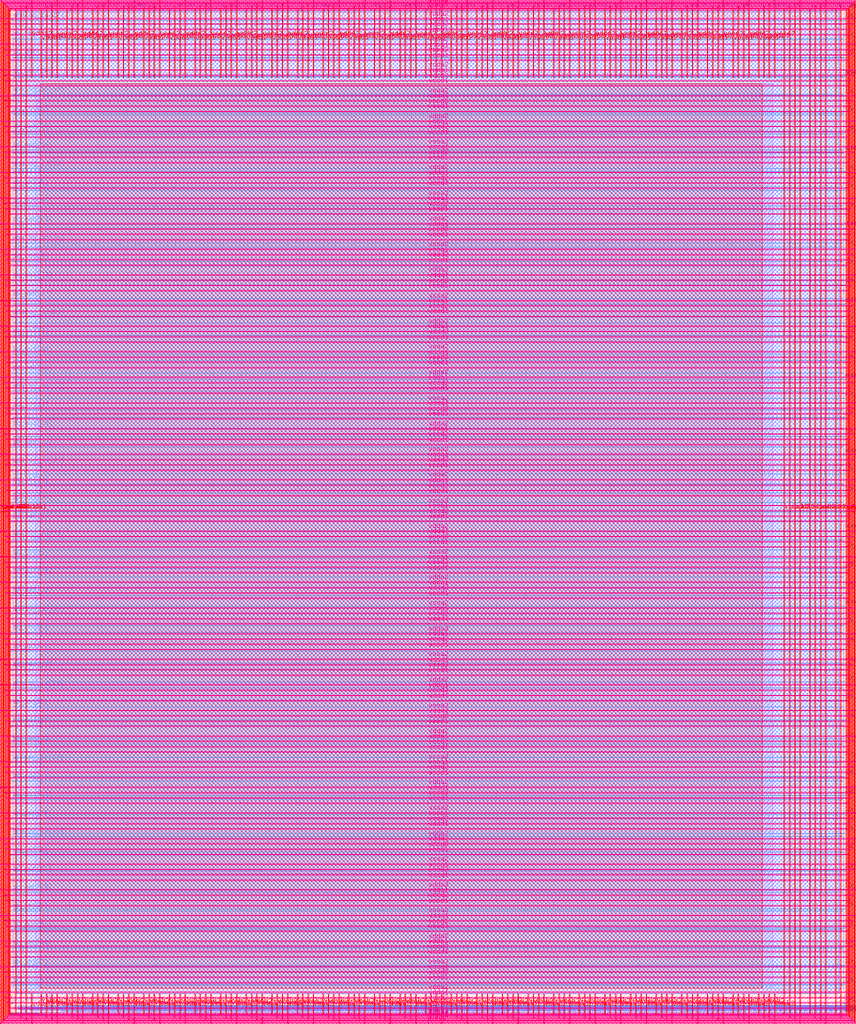
<source format=lef>
VERSION 5.7 ;
  NOWIREEXTENSIONATPIN ON ;
  DIVIDERCHAR "/" ;
  BUSBITCHARS "[]" ;
MACRO user_project_wrapper
  CLASS BLOCK ;
  FOREIGN user_project_wrapper ;
  ORIGIN 0.000 0.000 ;
  SIZE 2920.000 BY 3520.000 ;
  PIN analog_io[0]
    DIRECTION INOUT ;
    USE SIGNAL ;
    PORT
      LAYER met3 ;
        RECT 2917.600 1426.380 2924.800 1427.580 ;
    END
  END analog_io[0]
  PIN analog_io[10]
    DIRECTION INOUT ;
    USE SIGNAL ;
    PORT
      LAYER met2 ;
        RECT 2230.490 3517.600 2231.050 3524.800 ;
    END
  END analog_io[10]
  PIN analog_io[11]
    DIRECTION INOUT ;
    USE SIGNAL ;
    PORT
      LAYER met2 ;
        RECT 1905.730 3517.600 1906.290 3524.800 ;
    END
  END analog_io[11]
  PIN analog_io[12]
    DIRECTION INOUT ;
    USE SIGNAL ;
    PORT
      LAYER met2 ;
        RECT 1581.430 3517.600 1581.990 3524.800 ;
    END
  END analog_io[12]
  PIN analog_io[13]
    DIRECTION INOUT ;
    USE SIGNAL ;
    PORT
      LAYER met2 ;
        RECT 1257.130 3517.600 1257.690 3524.800 ;
    END
  END analog_io[13]
  PIN analog_io[14]
    DIRECTION INOUT ;
    USE SIGNAL ;
    PORT
      LAYER met2 ;
        RECT 932.370 3517.600 932.930 3524.800 ;
    END
  END analog_io[14]
  PIN analog_io[15]
    DIRECTION INOUT ;
    USE SIGNAL ;
    PORT
      LAYER met2 ;
        RECT 608.070 3517.600 608.630 3524.800 ;
    END
  END analog_io[15]
  PIN analog_io[16]
    DIRECTION INOUT ;
    USE SIGNAL ;
    PORT
      LAYER met2 ;
        RECT 283.770 3517.600 284.330 3524.800 ;
    END
  END analog_io[16]
  PIN analog_io[17]
    DIRECTION INOUT ;
    USE SIGNAL ;
    PORT
      LAYER met3 ;
        RECT -4.800 3486.100 2.400 3487.300 ;
    END
  END analog_io[17]
  PIN analog_io[18]
    DIRECTION INOUT ;
    USE SIGNAL ;
    PORT
      LAYER met3 ;
        RECT -4.800 3224.980 2.400 3226.180 ;
    END
  END analog_io[18]
  PIN analog_io[19]
    DIRECTION INOUT ;
    USE SIGNAL ;
    PORT
      LAYER met3 ;
        RECT -4.800 2964.540 2.400 2965.740 ;
    END
  END analog_io[19]
  PIN analog_io[1]
    DIRECTION INOUT ;
    USE SIGNAL ;
    PORT
      LAYER met3 ;
        RECT 2917.600 1692.260 2924.800 1693.460 ;
    END
  END analog_io[1]
  PIN analog_io[20]
    DIRECTION INOUT ;
    USE SIGNAL ;
    PORT
      LAYER met3 ;
        RECT -4.800 2703.420 2.400 2704.620 ;
    END
  END analog_io[20]
  PIN analog_io[21]
    DIRECTION INOUT ;
    USE SIGNAL ;
    PORT
      LAYER met3 ;
        RECT -4.800 2442.980 2.400 2444.180 ;
    END
  END analog_io[21]
  PIN analog_io[22]
    DIRECTION INOUT ;
    USE SIGNAL ;
    PORT
      LAYER met3 ;
        RECT -4.800 2182.540 2.400 2183.740 ;
    END
  END analog_io[22]
  PIN analog_io[23]
    DIRECTION INOUT ;
    USE SIGNAL ;
    PORT
      LAYER met3 ;
        RECT -4.800 1921.420 2.400 1922.620 ;
    END
  END analog_io[23]
  PIN analog_io[24]
    DIRECTION INOUT ;
    USE SIGNAL ;
    PORT
      LAYER met3 ;
        RECT -4.800 1660.980 2.400 1662.180 ;
    END
  END analog_io[24]
  PIN analog_io[25]
    DIRECTION INOUT ;
    USE SIGNAL ;
    PORT
      LAYER met3 ;
        RECT -4.800 1399.860 2.400 1401.060 ;
    END
  END analog_io[25]
  PIN analog_io[26]
    DIRECTION INOUT ;
    USE SIGNAL ;
    PORT
      LAYER met3 ;
        RECT -4.800 1139.420 2.400 1140.620 ;
    END
  END analog_io[26]
  PIN analog_io[27]
    DIRECTION INOUT ;
    USE SIGNAL ;
    PORT
      LAYER met3 ;
        RECT -4.800 878.980 2.400 880.180 ;
    END
  END analog_io[27]
  PIN analog_io[28]
    DIRECTION INOUT ;
    USE SIGNAL ;
    PORT
      LAYER met3 ;
        RECT -4.800 617.860 2.400 619.060 ;
    END
  END analog_io[28]
  PIN analog_io[2]
    DIRECTION INOUT ;
    USE SIGNAL ;
    PORT
      LAYER met3 ;
        RECT 2917.600 1958.140 2924.800 1959.340 ;
    END
  END analog_io[2]
  PIN analog_io[3]
    DIRECTION INOUT ;
    USE SIGNAL ;
    PORT
      LAYER met3 ;
        RECT 2917.600 2223.340 2924.800 2224.540 ;
    END
  END analog_io[3]
  PIN analog_io[4]
    DIRECTION INOUT ;
    USE SIGNAL ;
    PORT
      LAYER met3 ;
        RECT 2917.600 2489.220 2924.800 2490.420 ;
    END
  END analog_io[4]
  PIN analog_io[5]
    DIRECTION INOUT ;
    USE SIGNAL ;
    PORT
      LAYER met3 ;
        RECT 2917.600 2755.100 2924.800 2756.300 ;
    END
  END analog_io[5]
  PIN analog_io[6]
    DIRECTION INOUT ;
    USE SIGNAL ;
    PORT
      LAYER met3 ;
        RECT 2917.600 3020.300 2924.800 3021.500 ;
    END
  END analog_io[6]
  PIN analog_io[7]
    DIRECTION INOUT ;
    USE SIGNAL ;
    PORT
      LAYER met3 ;
        RECT 2917.600 3286.180 2924.800 3287.380 ;
    END
  END analog_io[7]
  PIN analog_io[8]
    DIRECTION INOUT ;
    USE SIGNAL ;
    PORT
      LAYER met2 ;
        RECT 2879.090 3517.600 2879.650 3524.800 ;
    END
  END analog_io[8]
  PIN analog_io[9]
    DIRECTION INOUT ;
    USE SIGNAL ;
    PORT
      LAYER met2 ;
        RECT 2554.790 3517.600 2555.350 3524.800 ;
    END
  END analog_io[9]
  PIN io_in[0]
    DIRECTION INPUT ;
    USE SIGNAL ;
    PORT
      LAYER met3 ;
        RECT 2917.600 32.380 2924.800 33.580 ;
    END
  END io_in[0]
  PIN io_in[10]
    DIRECTION INPUT ;
    USE SIGNAL ;
    PORT
      LAYER met3 ;
        RECT 2917.600 2289.980 2924.800 2291.180 ;
    END
  END io_in[10]
  PIN io_in[11]
    DIRECTION INPUT ;
    USE SIGNAL ;
    PORT
      LAYER met3 ;
        RECT 2917.600 2555.860 2924.800 2557.060 ;
    END
  END io_in[11]
  PIN io_in[12]
    DIRECTION INPUT ;
    USE SIGNAL ;
    PORT
      LAYER met3 ;
        RECT 2917.600 2821.060 2924.800 2822.260 ;
    END
  END io_in[12]
  PIN io_in[13]
    DIRECTION INPUT ;
    USE SIGNAL ;
    PORT
      LAYER met3 ;
        RECT 2917.600 3086.940 2924.800 3088.140 ;
    END
  END io_in[13]
  PIN io_in[14]
    DIRECTION INPUT ;
    USE SIGNAL ;
    PORT
      LAYER met3 ;
        RECT 2917.600 3352.820 2924.800 3354.020 ;
    END
  END io_in[14]
  PIN io_in[15]
    DIRECTION INPUT ;
    USE SIGNAL ;
    PORT
      LAYER met2 ;
        RECT 2798.130 3517.600 2798.690 3524.800 ;
    END
  END io_in[15]
  PIN io_in[16]
    DIRECTION INPUT ;
    USE SIGNAL ;
    PORT
      LAYER met2 ;
        RECT 2473.830 3517.600 2474.390 3524.800 ;
    END
  END io_in[16]
  PIN io_in[17]
    DIRECTION INPUT ;
    USE SIGNAL ;
    PORT
      LAYER met2 ;
        RECT 2149.070 3517.600 2149.630 3524.800 ;
    END
  END io_in[17]
  PIN io_in[18]
    DIRECTION INPUT ;
    USE SIGNAL ;
    PORT
      LAYER met2 ;
        RECT 1824.770 3517.600 1825.330 3524.800 ;
    END
  END io_in[18]
  PIN io_in[19]
    DIRECTION INPUT ;
    USE SIGNAL ;
    PORT
      LAYER met2 ;
        RECT 1500.470 3517.600 1501.030 3524.800 ;
    END
  END io_in[19]
  PIN io_in[1]
    DIRECTION INPUT ;
    USE SIGNAL ;
    PORT
      LAYER met3 ;
        RECT 2917.600 230.940 2924.800 232.140 ;
    END
  END io_in[1]
  PIN io_in[20]
    DIRECTION INPUT ;
    USE SIGNAL ;
    PORT
      LAYER met2 ;
        RECT 1175.710 3517.600 1176.270 3524.800 ;
    END
  END io_in[20]
  PIN io_in[21]
    DIRECTION INPUT ;
    USE SIGNAL ;
    PORT
      LAYER met2 ;
        RECT 851.410 3517.600 851.970 3524.800 ;
    END
  END io_in[21]
  PIN io_in[22]
    DIRECTION INPUT ;
    USE SIGNAL ;
    PORT
      LAYER met2 ;
        RECT 527.110 3517.600 527.670 3524.800 ;
    END
  END io_in[22]
  PIN io_in[23]
    DIRECTION INPUT ;
    USE SIGNAL ;
    PORT
      LAYER met2 ;
        RECT 202.350 3517.600 202.910 3524.800 ;
    END
  END io_in[23]
  PIN io_in[24]
    DIRECTION INPUT ;
    USE SIGNAL ;
    PORT
      LAYER met3 ;
        RECT -4.800 3420.820 2.400 3422.020 ;
    END
  END io_in[24]
  PIN io_in[25]
    DIRECTION INPUT ;
    USE SIGNAL ;
    PORT
      LAYER met3 ;
        RECT -4.800 3159.700 2.400 3160.900 ;
    END
  END io_in[25]
  PIN io_in[26]
    DIRECTION INPUT ;
    USE SIGNAL ;
    PORT
      LAYER met3 ;
        RECT -4.800 2899.260 2.400 2900.460 ;
    END
  END io_in[26]
  PIN io_in[27]
    DIRECTION INPUT ;
    USE SIGNAL ;
    PORT
      LAYER met3 ;
        RECT -4.800 2638.820 2.400 2640.020 ;
    END
  END io_in[27]
  PIN io_in[28]
    DIRECTION INPUT ;
    USE SIGNAL ;
    PORT
      LAYER met3 ;
        RECT -4.800 2377.700 2.400 2378.900 ;
    END
  END io_in[28]
  PIN io_in[29]
    DIRECTION INPUT ;
    USE SIGNAL ;
    PORT
      LAYER met3 ;
        RECT -4.800 2117.260 2.400 2118.460 ;
    END
  END io_in[29]
  PIN io_in[2]
    DIRECTION INPUT ;
    USE SIGNAL ;
    PORT
      LAYER met3 ;
        RECT 2917.600 430.180 2924.800 431.380 ;
    END
  END io_in[2]
  PIN io_in[30]
    DIRECTION INPUT ;
    USE SIGNAL ;
    PORT
      LAYER met3 ;
        RECT -4.800 1856.140 2.400 1857.340 ;
    END
  END io_in[30]
  PIN io_in[31]
    DIRECTION INPUT ;
    USE SIGNAL ;
    PORT
      LAYER met3 ;
        RECT -4.800 1595.700 2.400 1596.900 ;
    END
  END io_in[31]
  PIN io_in[32]
    DIRECTION INPUT ;
    USE SIGNAL ;
    PORT
      LAYER met3 ;
        RECT -4.800 1335.260 2.400 1336.460 ;
    END
  END io_in[32]
  PIN io_in[33]
    DIRECTION INPUT ;
    USE SIGNAL ;
    PORT
      LAYER met3 ;
        RECT -4.800 1074.140 2.400 1075.340 ;
    END
  END io_in[33]
  PIN io_in[34]
    DIRECTION INPUT ;
    USE SIGNAL ;
    PORT
      LAYER met3 ;
        RECT -4.800 813.700 2.400 814.900 ;
    END
  END io_in[34]
  PIN io_in[35]
    DIRECTION INPUT ;
    USE SIGNAL ;
    PORT
      LAYER met3 ;
        RECT -4.800 552.580 2.400 553.780 ;
    END
  END io_in[35]
  PIN io_in[36]
    DIRECTION INPUT ;
    USE SIGNAL ;
    PORT
      LAYER met3 ;
        RECT -4.800 357.420 2.400 358.620 ;
    END
  END io_in[36]
  PIN io_in[37]
    DIRECTION INPUT ;
    USE SIGNAL ;
    PORT
      LAYER met3 ;
        RECT -4.800 161.580 2.400 162.780 ;
    END
  END io_in[37]
  PIN io_in[3]
    DIRECTION INPUT ;
    USE SIGNAL ;
    PORT
      LAYER met3 ;
        RECT 2917.600 629.420 2924.800 630.620 ;
    END
  END io_in[3]
  PIN io_in[4]
    DIRECTION INPUT ;
    USE SIGNAL ;
    PORT
      LAYER met3 ;
        RECT 2917.600 828.660 2924.800 829.860 ;
    END
  END io_in[4]
  PIN io_in[5]
    DIRECTION INPUT ;
    USE SIGNAL ;
    PORT
      LAYER met3 ;
        RECT 2917.600 1027.900 2924.800 1029.100 ;
    END
  END io_in[5]
  PIN io_in[6]
    DIRECTION INPUT ;
    USE SIGNAL ;
    PORT
      LAYER met3 ;
        RECT 2917.600 1227.140 2924.800 1228.340 ;
    END
  END io_in[6]
  PIN io_in[7]
    DIRECTION INPUT ;
    USE SIGNAL ;
    PORT
      LAYER met3 ;
        RECT 2917.600 1493.020 2924.800 1494.220 ;
    END
  END io_in[7]
  PIN io_in[8]
    DIRECTION INPUT ;
    USE SIGNAL ;
    PORT
      LAYER met3 ;
        RECT 2917.600 1758.900 2924.800 1760.100 ;
    END
  END io_in[8]
  PIN io_in[9]
    DIRECTION INPUT ;
    USE SIGNAL ;
    PORT
      LAYER met3 ;
        RECT 2917.600 2024.100 2924.800 2025.300 ;
    END
  END io_in[9]
  PIN io_oeb[0]
    DIRECTION OUTPUT TRISTATE ;
    USE SIGNAL ;
    PORT
      LAYER met3 ;
        RECT 2917.600 164.980 2924.800 166.180 ;
    END
  END io_oeb[0]
  PIN io_oeb[10]
    DIRECTION OUTPUT TRISTATE ;
    USE SIGNAL ;
    PORT
      LAYER met3 ;
        RECT 2917.600 2422.580 2924.800 2423.780 ;
    END
  END io_oeb[10]
  PIN io_oeb[11]
    DIRECTION OUTPUT TRISTATE ;
    USE SIGNAL ;
    PORT
      LAYER met3 ;
        RECT 2917.600 2688.460 2924.800 2689.660 ;
    END
  END io_oeb[11]
  PIN io_oeb[12]
    DIRECTION OUTPUT TRISTATE ;
    USE SIGNAL ;
    PORT
      LAYER met3 ;
        RECT 2917.600 2954.340 2924.800 2955.540 ;
    END
  END io_oeb[12]
  PIN io_oeb[13]
    DIRECTION OUTPUT TRISTATE ;
    USE SIGNAL ;
    PORT
      LAYER met3 ;
        RECT 2917.600 3219.540 2924.800 3220.740 ;
    END
  END io_oeb[13]
  PIN io_oeb[14]
    DIRECTION OUTPUT TRISTATE ;
    USE SIGNAL ;
    PORT
      LAYER met3 ;
        RECT 2917.600 3485.420 2924.800 3486.620 ;
    END
  END io_oeb[14]
  PIN io_oeb[15]
    DIRECTION OUTPUT TRISTATE ;
    USE SIGNAL ;
    PORT
      LAYER met2 ;
        RECT 2635.750 3517.600 2636.310 3524.800 ;
    END
  END io_oeb[15]
  PIN io_oeb[16]
    DIRECTION OUTPUT TRISTATE ;
    USE SIGNAL ;
    PORT
      LAYER met2 ;
        RECT 2311.450 3517.600 2312.010 3524.800 ;
    END
  END io_oeb[16]
  PIN io_oeb[17]
    DIRECTION OUTPUT TRISTATE ;
    USE SIGNAL ;
    PORT
      LAYER met2 ;
        RECT 1987.150 3517.600 1987.710 3524.800 ;
    END
  END io_oeb[17]
  PIN io_oeb[18]
    DIRECTION OUTPUT TRISTATE ;
    USE SIGNAL ;
    PORT
      LAYER met2 ;
        RECT 1662.390 3517.600 1662.950 3524.800 ;
    END
  END io_oeb[18]
  PIN io_oeb[19]
    DIRECTION OUTPUT TRISTATE ;
    USE SIGNAL ;
    PORT
      LAYER met2 ;
        RECT 1338.090 3517.600 1338.650 3524.800 ;
    END
  END io_oeb[19]
  PIN io_oeb[1]
    DIRECTION OUTPUT TRISTATE ;
    USE SIGNAL ;
    PORT
      LAYER met3 ;
        RECT 2917.600 364.220 2924.800 365.420 ;
    END
  END io_oeb[1]
  PIN io_oeb[20]
    DIRECTION OUTPUT TRISTATE ;
    USE SIGNAL ;
    PORT
      LAYER met2 ;
        RECT 1013.790 3517.600 1014.350 3524.800 ;
    END
  END io_oeb[20]
  PIN io_oeb[21]
    DIRECTION OUTPUT TRISTATE ;
    USE SIGNAL ;
    PORT
      LAYER met2 ;
        RECT 689.030 3517.600 689.590 3524.800 ;
    END
  END io_oeb[21]
  PIN io_oeb[22]
    DIRECTION OUTPUT TRISTATE ;
    USE SIGNAL ;
    PORT
      LAYER met2 ;
        RECT 364.730 3517.600 365.290 3524.800 ;
    END
  END io_oeb[22]
  PIN io_oeb[23]
    DIRECTION OUTPUT TRISTATE ;
    USE SIGNAL ;
    PORT
      LAYER met2 ;
        RECT 40.430 3517.600 40.990 3524.800 ;
    END
  END io_oeb[23]
  PIN io_oeb[24]
    DIRECTION OUTPUT TRISTATE ;
    USE SIGNAL ;
    PORT
      LAYER met3 ;
        RECT -4.800 3290.260 2.400 3291.460 ;
    END
  END io_oeb[24]
  PIN io_oeb[25]
    DIRECTION OUTPUT TRISTATE ;
    USE SIGNAL ;
    PORT
      LAYER met3 ;
        RECT -4.800 3029.820 2.400 3031.020 ;
    END
  END io_oeb[25]
  PIN io_oeb[26]
    DIRECTION OUTPUT TRISTATE ;
    USE SIGNAL ;
    PORT
      LAYER met3 ;
        RECT -4.800 2768.700 2.400 2769.900 ;
    END
  END io_oeb[26]
  PIN io_oeb[27]
    DIRECTION OUTPUT TRISTATE ;
    USE SIGNAL ;
    PORT
      LAYER met3 ;
        RECT -4.800 2508.260 2.400 2509.460 ;
    END
  END io_oeb[27]
  PIN io_oeb[28]
    DIRECTION OUTPUT TRISTATE ;
    USE SIGNAL ;
    PORT
      LAYER met3 ;
        RECT -4.800 2247.140 2.400 2248.340 ;
    END
  END io_oeb[28]
  PIN io_oeb[29]
    DIRECTION OUTPUT TRISTATE ;
    USE SIGNAL ;
    PORT
      LAYER met3 ;
        RECT -4.800 1986.700 2.400 1987.900 ;
    END
  END io_oeb[29]
  PIN io_oeb[2]
    DIRECTION OUTPUT TRISTATE ;
    USE SIGNAL ;
    PORT
      LAYER met3 ;
        RECT 2917.600 563.460 2924.800 564.660 ;
    END
  END io_oeb[2]
  PIN io_oeb[30]
    DIRECTION OUTPUT TRISTATE ;
    USE SIGNAL ;
    PORT
      LAYER met3 ;
        RECT -4.800 1726.260 2.400 1727.460 ;
    END
  END io_oeb[30]
  PIN io_oeb[31]
    DIRECTION OUTPUT TRISTATE ;
    USE SIGNAL ;
    PORT
      LAYER met3 ;
        RECT -4.800 1465.140 2.400 1466.340 ;
    END
  END io_oeb[31]
  PIN io_oeb[32]
    DIRECTION OUTPUT TRISTATE ;
    USE SIGNAL ;
    PORT
      LAYER met3 ;
        RECT -4.800 1204.700 2.400 1205.900 ;
    END
  END io_oeb[32]
  PIN io_oeb[33]
    DIRECTION OUTPUT TRISTATE ;
    USE SIGNAL ;
    PORT
      LAYER met3 ;
        RECT -4.800 943.580 2.400 944.780 ;
    END
  END io_oeb[33]
  PIN io_oeb[34]
    DIRECTION OUTPUT TRISTATE ;
    USE SIGNAL ;
    PORT
      LAYER met3 ;
        RECT -4.800 683.140 2.400 684.340 ;
    END
  END io_oeb[34]
  PIN io_oeb[35]
    DIRECTION OUTPUT TRISTATE ;
    USE SIGNAL ;
    PORT
      LAYER met3 ;
        RECT -4.800 422.700 2.400 423.900 ;
    END
  END io_oeb[35]
  PIN io_oeb[36]
    DIRECTION OUTPUT TRISTATE ;
    USE SIGNAL ;
    PORT
      LAYER met3 ;
        RECT -4.800 226.860 2.400 228.060 ;
    END
  END io_oeb[36]
  PIN io_oeb[37]
    DIRECTION OUTPUT TRISTATE ;
    USE SIGNAL ;
    PORT
      LAYER met3 ;
        RECT -4.800 31.700 2.400 32.900 ;
    END
  END io_oeb[37]
  PIN io_oeb[3]
    DIRECTION OUTPUT TRISTATE ;
    USE SIGNAL ;
    PORT
      LAYER met3 ;
        RECT 2917.600 762.700 2924.800 763.900 ;
    END
  END io_oeb[3]
  PIN io_oeb[4]
    DIRECTION OUTPUT TRISTATE ;
    USE SIGNAL ;
    PORT
      LAYER met3 ;
        RECT 2917.600 961.940 2924.800 963.140 ;
    END
  END io_oeb[4]
  PIN io_oeb[5]
    DIRECTION OUTPUT TRISTATE ;
    USE SIGNAL ;
    PORT
      LAYER met3 ;
        RECT 2917.600 1161.180 2924.800 1162.380 ;
    END
  END io_oeb[5]
  PIN io_oeb[6]
    DIRECTION OUTPUT TRISTATE ;
    USE SIGNAL ;
    PORT
      LAYER met3 ;
        RECT 2917.600 1360.420 2924.800 1361.620 ;
    END
  END io_oeb[6]
  PIN io_oeb[7]
    DIRECTION OUTPUT TRISTATE ;
    USE SIGNAL ;
    PORT
      LAYER met3 ;
        RECT 2917.600 1625.620 2924.800 1626.820 ;
    END
  END io_oeb[7]
  PIN io_oeb[8]
    DIRECTION OUTPUT TRISTATE ;
    USE SIGNAL ;
    PORT
      LAYER met3 ;
        RECT 2917.600 1891.500 2924.800 1892.700 ;
    END
  END io_oeb[8]
  PIN io_oeb[9]
    DIRECTION OUTPUT TRISTATE ;
    USE SIGNAL ;
    PORT
      LAYER met3 ;
        RECT 2917.600 2157.380 2924.800 2158.580 ;
    END
  END io_oeb[9]
  PIN io_out[0]
    DIRECTION OUTPUT TRISTATE ;
    USE SIGNAL ;
    PORT
      LAYER met3 ;
        RECT 2917.600 98.340 2924.800 99.540 ;
    END
  END io_out[0]
  PIN io_out[10]
    DIRECTION OUTPUT TRISTATE ;
    USE SIGNAL ;
    PORT
      LAYER met3 ;
        RECT 2917.600 2356.620 2924.800 2357.820 ;
    END
  END io_out[10]
  PIN io_out[11]
    DIRECTION OUTPUT TRISTATE ;
    USE SIGNAL ;
    PORT
      LAYER met3 ;
        RECT 2917.600 2621.820 2924.800 2623.020 ;
    END
  END io_out[11]
  PIN io_out[12]
    DIRECTION OUTPUT TRISTATE ;
    USE SIGNAL ;
    PORT
      LAYER met3 ;
        RECT 2917.600 2887.700 2924.800 2888.900 ;
    END
  END io_out[12]
  PIN io_out[13]
    DIRECTION OUTPUT TRISTATE ;
    USE SIGNAL ;
    PORT
      LAYER met3 ;
        RECT 2917.600 3153.580 2924.800 3154.780 ;
    END
  END io_out[13]
  PIN io_out[14]
    DIRECTION OUTPUT TRISTATE ;
    USE SIGNAL ;
    PORT
      LAYER met3 ;
        RECT 2917.600 3418.780 2924.800 3419.980 ;
    END
  END io_out[14]
  PIN io_out[15]
    DIRECTION OUTPUT TRISTATE ;
    USE SIGNAL ;
    PORT
      LAYER met2 ;
        RECT 2717.170 3517.600 2717.730 3524.800 ;
    END
  END io_out[15]
  PIN io_out[16]
    DIRECTION OUTPUT TRISTATE ;
    USE SIGNAL ;
    PORT
      LAYER met2 ;
        RECT 2392.410 3517.600 2392.970 3524.800 ;
    END
  END io_out[16]
  PIN io_out[17]
    DIRECTION OUTPUT TRISTATE ;
    USE SIGNAL ;
    PORT
      LAYER met2 ;
        RECT 2068.110 3517.600 2068.670 3524.800 ;
    END
  END io_out[17]
  PIN io_out[18]
    DIRECTION OUTPUT TRISTATE ;
    USE SIGNAL ;
    PORT
      LAYER met2 ;
        RECT 1743.810 3517.600 1744.370 3524.800 ;
    END
  END io_out[18]
  PIN io_out[19]
    DIRECTION OUTPUT TRISTATE ;
    USE SIGNAL ;
    PORT
      LAYER met2 ;
        RECT 1419.050 3517.600 1419.610 3524.800 ;
    END
  END io_out[19]
  PIN io_out[1]
    DIRECTION OUTPUT TRISTATE ;
    USE SIGNAL ;
    PORT
      LAYER met3 ;
        RECT 2917.600 297.580 2924.800 298.780 ;
    END
  END io_out[1]
  PIN io_out[20]
    DIRECTION OUTPUT TRISTATE ;
    USE SIGNAL ;
    PORT
      LAYER met2 ;
        RECT 1094.750 3517.600 1095.310 3524.800 ;
    END
  END io_out[20]
  PIN io_out[21]
    DIRECTION OUTPUT TRISTATE ;
    USE SIGNAL ;
    PORT
      LAYER met2 ;
        RECT 770.450 3517.600 771.010 3524.800 ;
    END
  END io_out[21]
  PIN io_out[22]
    DIRECTION OUTPUT TRISTATE ;
    USE SIGNAL ;
    PORT
      LAYER met2 ;
        RECT 445.690 3517.600 446.250 3524.800 ;
    END
  END io_out[22]
  PIN io_out[23]
    DIRECTION OUTPUT TRISTATE ;
    USE SIGNAL ;
    PORT
      LAYER met2 ;
        RECT 121.390 3517.600 121.950 3524.800 ;
    END
  END io_out[23]
  PIN io_out[24]
    DIRECTION OUTPUT TRISTATE ;
    USE SIGNAL ;
    PORT
      LAYER met3 ;
        RECT -4.800 3355.540 2.400 3356.740 ;
    END
  END io_out[24]
  PIN io_out[25]
    DIRECTION OUTPUT TRISTATE ;
    USE SIGNAL ;
    PORT
      LAYER met3 ;
        RECT -4.800 3095.100 2.400 3096.300 ;
    END
  END io_out[25]
  PIN io_out[26]
    DIRECTION OUTPUT TRISTATE ;
    USE SIGNAL ;
    PORT
      LAYER met3 ;
        RECT -4.800 2833.980 2.400 2835.180 ;
    END
  END io_out[26]
  PIN io_out[27]
    DIRECTION OUTPUT TRISTATE ;
    USE SIGNAL ;
    PORT
      LAYER met3 ;
        RECT -4.800 2573.540 2.400 2574.740 ;
    END
  END io_out[27]
  PIN io_out[28]
    DIRECTION OUTPUT TRISTATE ;
    USE SIGNAL ;
    PORT
      LAYER met3 ;
        RECT -4.800 2312.420 2.400 2313.620 ;
    END
  END io_out[28]
  PIN io_out[29]
    DIRECTION OUTPUT TRISTATE ;
    USE SIGNAL ;
    PORT
      LAYER met3 ;
        RECT -4.800 2051.980 2.400 2053.180 ;
    END
  END io_out[29]
  PIN io_out[2]
    DIRECTION OUTPUT TRISTATE ;
    USE SIGNAL ;
    PORT
      LAYER met3 ;
        RECT 2917.600 496.820 2924.800 498.020 ;
    END
  END io_out[2]
  PIN io_out[30]
    DIRECTION OUTPUT TRISTATE ;
    USE SIGNAL ;
    PORT
      LAYER met3 ;
        RECT -4.800 1791.540 2.400 1792.740 ;
    END
  END io_out[30]
  PIN io_out[31]
    DIRECTION OUTPUT TRISTATE ;
    USE SIGNAL ;
    PORT
      LAYER met3 ;
        RECT -4.800 1530.420 2.400 1531.620 ;
    END
  END io_out[31]
  PIN io_out[32]
    DIRECTION OUTPUT TRISTATE ;
    USE SIGNAL ;
    PORT
      LAYER met3 ;
        RECT -4.800 1269.980 2.400 1271.180 ;
    END
  END io_out[32]
  PIN io_out[33]
    DIRECTION OUTPUT TRISTATE ;
    USE SIGNAL ;
    PORT
      LAYER met3 ;
        RECT -4.800 1008.860 2.400 1010.060 ;
    END
  END io_out[33]
  PIN io_out[34]
    DIRECTION OUTPUT TRISTATE ;
    USE SIGNAL ;
    PORT
      LAYER met3 ;
        RECT -4.800 748.420 2.400 749.620 ;
    END
  END io_out[34]
  PIN io_out[35]
    DIRECTION OUTPUT TRISTATE ;
    USE SIGNAL ;
    PORT
      LAYER met3 ;
        RECT -4.800 487.300 2.400 488.500 ;
    END
  END io_out[35]
  PIN io_out[36]
    DIRECTION OUTPUT TRISTATE ;
    USE SIGNAL ;
    PORT
      LAYER met3 ;
        RECT -4.800 292.140 2.400 293.340 ;
    END
  END io_out[36]
  PIN io_out[37]
    DIRECTION OUTPUT TRISTATE ;
    USE SIGNAL ;
    PORT
      LAYER met3 ;
        RECT -4.800 96.300 2.400 97.500 ;
    END
  END io_out[37]
  PIN io_out[3]
    DIRECTION OUTPUT TRISTATE ;
    USE SIGNAL ;
    PORT
      LAYER met3 ;
        RECT 2917.600 696.060 2924.800 697.260 ;
    END
  END io_out[3]
  PIN io_out[4]
    DIRECTION OUTPUT TRISTATE ;
    USE SIGNAL ;
    PORT
      LAYER met3 ;
        RECT 2917.600 895.300 2924.800 896.500 ;
    END
  END io_out[4]
  PIN io_out[5]
    DIRECTION OUTPUT TRISTATE ;
    USE SIGNAL ;
    PORT
      LAYER met3 ;
        RECT 2917.600 1094.540 2924.800 1095.740 ;
    END
  END io_out[5]
  PIN io_out[6]
    DIRECTION OUTPUT TRISTATE ;
    USE SIGNAL ;
    PORT
      LAYER met3 ;
        RECT 2917.600 1293.780 2924.800 1294.980 ;
    END
  END io_out[6]
  PIN io_out[7]
    DIRECTION OUTPUT TRISTATE ;
    USE SIGNAL ;
    PORT
      LAYER met3 ;
        RECT 2917.600 1559.660 2924.800 1560.860 ;
    END
  END io_out[7]
  PIN io_out[8]
    DIRECTION OUTPUT TRISTATE ;
    USE SIGNAL ;
    PORT
      LAYER met3 ;
        RECT 2917.600 1824.860 2924.800 1826.060 ;
    END
  END io_out[8]
  PIN io_out[9]
    DIRECTION OUTPUT TRISTATE ;
    USE SIGNAL ;
    PORT
      LAYER met3 ;
        RECT 2917.600 2090.740 2924.800 2091.940 ;
    END
  END io_out[9]
  PIN la_data_in[0]
    DIRECTION INPUT ;
    USE SIGNAL ;
    PORT
      LAYER met2 ;
        RECT 629.230 -4.800 629.790 2.400 ;
    END
  END la_data_in[0]
  PIN la_data_in[100]
    DIRECTION INPUT ;
    USE SIGNAL ;
    PORT
      LAYER met2 ;
        RECT 2402.530 -4.800 2403.090 2.400 ;
    END
  END la_data_in[100]
  PIN la_data_in[101]
    DIRECTION INPUT ;
    USE SIGNAL ;
    PORT
      LAYER met2 ;
        RECT 2420.010 -4.800 2420.570 2.400 ;
    END
  END la_data_in[101]
  PIN la_data_in[102]
    DIRECTION INPUT ;
    USE SIGNAL ;
    PORT
      LAYER met2 ;
        RECT 2437.950 -4.800 2438.510 2.400 ;
    END
  END la_data_in[102]
  PIN la_data_in[103]
    DIRECTION INPUT ;
    USE SIGNAL ;
    PORT
      LAYER met2 ;
        RECT 2455.430 -4.800 2455.990 2.400 ;
    END
  END la_data_in[103]
  PIN la_data_in[104]
    DIRECTION INPUT ;
    USE SIGNAL ;
    PORT
      LAYER met2 ;
        RECT 2473.370 -4.800 2473.930 2.400 ;
    END
  END la_data_in[104]
  PIN la_data_in[105]
    DIRECTION INPUT ;
    USE SIGNAL ;
    PORT
      LAYER met2 ;
        RECT 2490.850 -4.800 2491.410 2.400 ;
    END
  END la_data_in[105]
  PIN la_data_in[106]
    DIRECTION INPUT ;
    USE SIGNAL ;
    PORT
      LAYER met2 ;
        RECT 2508.790 -4.800 2509.350 2.400 ;
    END
  END la_data_in[106]
  PIN la_data_in[107]
    DIRECTION INPUT ;
    USE SIGNAL ;
    PORT
      LAYER met2 ;
        RECT 2526.730 -4.800 2527.290 2.400 ;
    END
  END la_data_in[107]
  PIN la_data_in[108]
    DIRECTION INPUT ;
    USE SIGNAL ;
    PORT
      LAYER met2 ;
        RECT 2544.210 -4.800 2544.770 2.400 ;
    END
  END la_data_in[108]
  PIN la_data_in[109]
    DIRECTION INPUT ;
    USE SIGNAL ;
    PORT
      LAYER met2 ;
        RECT 2562.150 -4.800 2562.710 2.400 ;
    END
  END la_data_in[109]
  PIN la_data_in[10]
    DIRECTION INPUT ;
    USE SIGNAL ;
    PORT
      LAYER met2 ;
        RECT 806.330 -4.800 806.890 2.400 ;
    END
  END la_data_in[10]
  PIN la_data_in[110]
    DIRECTION INPUT ;
    USE SIGNAL ;
    PORT
      LAYER met2 ;
        RECT 2579.630 -4.800 2580.190 2.400 ;
    END
  END la_data_in[110]
  PIN la_data_in[111]
    DIRECTION INPUT ;
    USE SIGNAL ;
    PORT
      LAYER met2 ;
        RECT 2597.570 -4.800 2598.130 2.400 ;
    END
  END la_data_in[111]
  PIN la_data_in[112]
    DIRECTION INPUT ;
    USE SIGNAL ;
    PORT
      LAYER met2 ;
        RECT 2615.050 -4.800 2615.610 2.400 ;
    END
  END la_data_in[112]
  PIN la_data_in[113]
    DIRECTION INPUT ;
    USE SIGNAL ;
    PORT
      LAYER met2 ;
        RECT 2632.990 -4.800 2633.550 2.400 ;
    END
  END la_data_in[113]
  PIN la_data_in[114]
    DIRECTION INPUT ;
    USE SIGNAL ;
    PORT
      LAYER met2 ;
        RECT 2650.470 -4.800 2651.030 2.400 ;
    END
  END la_data_in[114]
  PIN la_data_in[115]
    DIRECTION INPUT ;
    USE SIGNAL ;
    PORT
      LAYER met2 ;
        RECT 2668.410 -4.800 2668.970 2.400 ;
    END
  END la_data_in[115]
  PIN la_data_in[116]
    DIRECTION INPUT ;
    USE SIGNAL ;
    PORT
      LAYER met2 ;
        RECT 2685.890 -4.800 2686.450 2.400 ;
    END
  END la_data_in[116]
  PIN la_data_in[117]
    DIRECTION INPUT ;
    USE SIGNAL ;
    PORT
      LAYER met2 ;
        RECT 2703.830 -4.800 2704.390 2.400 ;
    END
  END la_data_in[117]
  PIN la_data_in[118]
    DIRECTION INPUT ;
    USE SIGNAL ;
    PORT
      LAYER met2 ;
        RECT 2721.770 -4.800 2722.330 2.400 ;
    END
  END la_data_in[118]
  PIN la_data_in[119]
    DIRECTION INPUT ;
    USE SIGNAL ;
    PORT
      LAYER met2 ;
        RECT 2739.250 -4.800 2739.810 2.400 ;
    END
  END la_data_in[119]
  PIN la_data_in[11]
    DIRECTION INPUT ;
    USE SIGNAL ;
    PORT
      LAYER met2 ;
        RECT 824.270 -4.800 824.830 2.400 ;
    END
  END la_data_in[11]
  PIN la_data_in[120]
    DIRECTION INPUT ;
    USE SIGNAL ;
    PORT
      LAYER met2 ;
        RECT 2757.190 -4.800 2757.750 2.400 ;
    END
  END la_data_in[120]
  PIN la_data_in[121]
    DIRECTION INPUT ;
    USE SIGNAL ;
    PORT
      LAYER met2 ;
        RECT 2774.670 -4.800 2775.230 2.400 ;
    END
  END la_data_in[121]
  PIN la_data_in[122]
    DIRECTION INPUT ;
    USE SIGNAL ;
    PORT
      LAYER met2 ;
        RECT 2792.610 -4.800 2793.170 2.400 ;
    END
  END la_data_in[122]
  PIN la_data_in[123]
    DIRECTION INPUT ;
    USE SIGNAL ;
    PORT
      LAYER met2 ;
        RECT 2810.090 -4.800 2810.650 2.400 ;
    END
  END la_data_in[123]
  PIN la_data_in[124]
    DIRECTION INPUT ;
    USE SIGNAL ;
    PORT
      LAYER met2 ;
        RECT 2828.030 -4.800 2828.590 2.400 ;
    END
  END la_data_in[124]
  PIN la_data_in[125]
    DIRECTION INPUT ;
    USE SIGNAL ;
    PORT
      LAYER met2 ;
        RECT 2845.510 -4.800 2846.070 2.400 ;
    END
  END la_data_in[125]
  PIN la_data_in[126]
    DIRECTION INPUT ;
    USE SIGNAL ;
    PORT
      LAYER met2 ;
        RECT 2863.450 -4.800 2864.010 2.400 ;
    END
  END la_data_in[126]
  PIN la_data_in[127]
    DIRECTION INPUT ;
    USE SIGNAL ;
    PORT
      LAYER met2 ;
        RECT 2881.390 -4.800 2881.950 2.400 ;
    END
  END la_data_in[127]
  PIN la_data_in[12]
    DIRECTION INPUT ;
    USE SIGNAL ;
    PORT
      LAYER met2 ;
        RECT 841.750 -4.800 842.310 2.400 ;
    END
  END la_data_in[12]
  PIN la_data_in[13]
    DIRECTION INPUT ;
    USE SIGNAL ;
    PORT
      LAYER met2 ;
        RECT 859.690 -4.800 860.250 2.400 ;
    END
  END la_data_in[13]
  PIN la_data_in[14]
    DIRECTION INPUT ;
    USE SIGNAL ;
    PORT
      LAYER met2 ;
        RECT 877.170 -4.800 877.730 2.400 ;
    END
  END la_data_in[14]
  PIN la_data_in[15]
    DIRECTION INPUT ;
    USE SIGNAL ;
    PORT
      LAYER met2 ;
        RECT 895.110 -4.800 895.670 2.400 ;
    END
  END la_data_in[15]
  PIN la_data_in[16]
    DIRECTION INPUT ;
    USE SIGNAL ;
    PORT
      LAYER met2 ;
        RECT 912.590 -4.800 913.150 2.400 ;
    END
  END la_data_in[16]
  PIN la_data_in[17]
    DIRECTION INPUT ;
    USE SIGNAL ;
    PORT
      LAYER met2 ;
        RECT 930.530 -4.800 931.090 2.400 ;
    END
  END la_data_in[17]
  PIN la_data_in[18]
    DIRECTION INPUT ;
    USE SIGNAL ;
    PORT
      LAYER met2 ;
        RECT 948.470 -4.800 949.030 2.400 ;
    END
  END la_data_in[18]
  PIN la_data_in[19]
    DIRECTION INPUT ;
    USE SIGNAL ;
    PORT
      LAYER met2 ;
        RECT 965.950 -4.800 966.510 2.400 ;
    END
  END la_data_in[19]
  PIN la_data_in[1]
    DIRECTION INPUT ;
    USE SIGNAL ;
    PORT
      LAYER met2 ;
        RECT 646.710 -4.800 647.270 2.400 ;
    END
  END la_data_in[1]
  PIN la_data_in[20]
    DIRECTION INPUT ;
    USE SIGNAL ;
    PORT
      LAYER met2 ;
        RECT 983.890 -4.800 984.450 2.400 ;
    END
  END la_data_in[20]
  PIN la_data_in[21]
    DIRECTION INPUT ;
    USE SIGNAL ;
    PORT
      LAYER met2 ;
        RECT 1001.370 -4.800 1001.930 2.400 ;
    END
  END la_data_in[21]
  PIN la_data_in[22]
    DIRECTION INPUT ;
    USE SIGNAL ;
    PORT
      LAYER met2 ;
        RECT 1019.310 -4.800 1019.870 2.400 ;
    END
  END la_data_in[22]
  PIN la_data_in[23]
    DIRECTION INPUT ;
    USE SIGNAL ;
    PORT
      LAYER met2 ;
        RECT 1036.790 -4.800 1037.350 2.400 ;
    END
  END la_data_in[23]
  PIN la_data_in[24]
    DIRECTION INPUT ;
    USE SIGNAL ;
    PORT
      LAYER met2 ;
        RECT 1054.730 -4.800 1055.290 2.400 ;
    END
  END la_data_in[24]
  PIN la_data_in[25]
    DIRECTION INPUT ;
    USE SIGNAL ;
    PORT
      LAYER met2 ;
        RECT 1072.210 -4.800 1072.770 2.400 ;
    END
  END la_data_in[25]
  PIN la_data_in[26]
    DIRECTION INPUT ;
    USE SIGNAL ;
    PORT
      LAYER met2 ;
        RECT 1090.150 -4.800 1090.710 2.400 ;
    END
  END la_data_in[26]
  PIN la_data_in[27]
    DIRECTION INPUT ;
    USE SIGNAL ;
    PORT
      LAYER met2 ;
        RECT 1107.630 -4.800 1108.190 2.400 ;
    END
  END la_data_in[27]
  PIN la_data_in[28]
    DIRECTION INPUT ;
    USE SIGNAL ;
    PORT
      LAYER met2 ;
        RECT 1125.570 -4.800 1126.130 2.400 ;
    END
  END la_data_in[28]
  PIN la_data_in[29]
    DIRECTION INPUT ;
    USE SIGNAL ;
    PORT
      LAYER met2 ;
        RECT 1143.510 -4.800 1144.070 2.400 ;
    END
  END la_data_in[29]
  PIN la_data_in[2]
    DIRECTION INPUT ;
    USE SIGNAL ;
    PORT
      LAYER met2 ;
        RECT 664.650 -4.800 665.210 2.400 ;
    END
  END la_data_in[2]
  PIN la_data_in[30]
    DIRECTION INPUT ;
    USE SIGNAL ;
    PORT
      LAYER met2 ;
        RECT 1160.990 -4.800 1161.550 2.400 ;
    END
  END la_data_in[30]
  PIN la_data_in[31]
    DIRECTION INPUT ;
    USE SIGNAL ;
    PORT
      LAYER met2 ;
        RECT 1178.930 -4.800 1179.490 2.400 ;
    END
  END la_data_in[31]
  PIN la_data_in[32]
    DIRECTION INPUT ;
    USE SIGNAL ;
    PORT
      LAYER met2 ;
        RECT 1196.410 -4.800 1196.970 2.400 ;
    END
  END la_data_in[32]
  PIN la_data_in[33]
    DIRECTION INPUT ;
    USE SIGNAL ;
    PORT
      LAYER met2 ;
        RECT 1214.350 -4.800 1214.910 2.400 ;
    END
  END la_data_in[33]
  PIN la_data_in[34]
    DIRECTION INPUT ;
    USE SIGNAL ;
    PORT
      LAYER met2 ;
        RECT 1231.830 -4.800 1232.390 2.400 ;
    END
  END la_data_in[34]
  PIN la_data_in[35]
    DIRECTION INPUT ;
    USE SIGNAL ;
    PORT
      LAYER met2 ;
        RECT 1249.770 -4.800 1250.330 2.400 ;
    END
  END la_data_in[35]
  PIN la_data_in[36]
    DIRECTION INPUT ;
    USE SIGNAL ;
    PORT
      LAYER met2 ;
        RECT 1267.250 -4.800 1267.810 2.400 ;
    END
  END la_data_in[36]
  PIN la_data_in[37]
    DIRECTION INPUT ;
    USE SIGNAL ;
    PORT
      LAYER met2 ;
        RECT 1285.190 -4.800 1285.750 2.400 ;
    END
  END la_data_in[37]
  PIN la_data_in[38]
    DIRECTION INPUT ;
    USE SIGNAL ;
    PORT
      LAYER met2 ;
        RECT 1303.130 -4.800 1303.690 2.400 ;
    END
  END la_data_in[38]
  PIN la_data_in[39]
    DIRECTION INPUT ;
    USE SIGNAL ;
    PORT
      LAYER met2 ;
        RECT 1320.610 -4.800 1321.170 2.400 ;
    END
  END la_data_in[39]
  PIN la_data_in[3]
    DIRECTION INPUT ;
    USE SIGNAL ;
    PORT
      LAYER met2 ;
        RECT 682.130 -4.800 682.690 2.400 ;
    END
  END la_data_in[3]
  PIN la_data_in[40]
    DIRECTION INPUT ;
    USE SIGNAL ;
    PORT
      LAYER met2 ;
        RECT 1338.550 -4.800 1339.110 2.400 ;
    END
  END la_data_in[40]
  PIN la_data_in[41]
    DIRECTION INPUT ;
    USE SIGNAL ;
    PORT
      LAYER met2 ;
        RECT 1356.030 -4.800 1356.590 2.400 ;
    END
  END la_data_in[41]
  PIN la_data_in[42]
    DIRECTION INPUT ;
    USE SIGNAL ;
    PORT
      LAYER met2 ;
        RECT 1373.970 -4.800 1374.530 2.400 ;
    END
  END la_data_in[42]
  PIN la_data_in[43]
    DIRECTION INPUT ;
    USE SIGNAL ;
    PORT
      LAYER met2 ;
        RECT 1391.450 -4.800 1392.010 2.400 ;
    END
  END la_data_in[43]
  PIN la_data_in[44]
    DIRECTION INPUT ;
    USE SIGNAL ;
    PORT
      LAYER met2 ;
        RECT 1409.390 -4.800 1409.950 2.400 ;
    END
  END la_data_in[44]
  PIN la_data_in[45]
    DIRECTION INPUT ;
    USE SIGNAL ;
    PORT
      LAYER met2 ;
        RECT 1426.870 -4.800 1427.430 2.400 ;
    END
  END la_data_in[45]
  PIN la_data_in[46]
    DIRECTION INPUT ;
    USE SIGNAL ;
    PORT
      LAYER met2 ;
        RECT 1444.810 -4.800 1445.370 2.400 ;
    END
  END la_data_in[46]
  PIN la_data_in[47]
    DIRECTION INPUT ;
    USE SIGNAL ;
    PORT
      LAYER met2 ;
        RECT 1462.750 -4.800 1463.310 2.400 ;
    END
  END la_data_in[47]
  PIN la_data_in[48]
    DIRECTION INPUT ;
    USE SIGNAL ;
    PORT
      LAYER met2 ;
        RECT 1480.230 -4.800 1480.790 2.400 ;
    END
  END la_data_in[48]
  PIN la_data_in[49]
    DIRECTION INPUT ;
    USE SIGNAL ;
    PORT
      LAYER met2 ;
        RECT 1498.170 -4.800 1498.730 2.400 ;
    END
  END la_data_in[49]
  PIN la_data_in[4]
    DIRECTION INPUT ;
    USE SIGNAL ;
    PORT
      LAYER met2 ;
        RECT 700.070 -4.800 700.630 2.400 ;
    END
  END la_data_in[4]
  PIN la_data_in[50]
    DIRECTION INPUT ;
    USE SIGNAL ;
    PORT
      LAYER met2 ;
        RECT 1515.650 -4.800 1516.210 2.400 ;
    END
  END la_data_in[50]
  PIN la_data_in[51]
    DIRECTION INPUT ;
    USE SIGNAL ;
    PORT
      LAYER met2 ;
        RECT 1533.590 -4.800 1534.150 2.400 ;
    END
  END la_data_in[51]
  PIN la_data_in[52]
    DIRECTION INPUT ;
    USE SIGNAL ;
    PORT
      LAYER met2 ;
        RECT 1551.070 -4.800 1551.630 2.400 ;
    END
  END la_data_in[52]
  PIN la_data_in[53]
    DIRECTION INPUT ;
    USE SIGNAL ;
    PORT
      LAYER met2 ;
        RECT 1569.010 -4.800 1569.570 2.400 ;
    END
  END la_data_in[53]
  PIN la_data_in[54]
    DIRECTION INPUT ;
    USE SIGNAL ;
    PORT
      LAYER met2 ;
        RECT 1586.490 -4.800 1587.050 2.400 ;
    END
  END la_data_in[54]
  PIN la_data_in[55]
    DIRECTION INPUT ;
    USE SIGNAL ;
    PORT
      LAYER met2 ;
        RECT 1604.430 -4.800 1604.990 2.400 ;
    END
  END la_data_in[55]
  PIN la_data_in[56]
    DIRECTION INPUT ;
    USE SIGNAL ;
    PORT
      LAYER met2 ;
        RECT 1621.910 -4.800 1622.470 2.400 ;
    END
  END la_data_in[56]
  PIN la_data_in[57]
    DIRECTION INPUT ;
    USE SIGNAL ;
    PORT
      LAYER met2 ;
        RECT 1639.850 -4.800 1640.410 2.400 ;
    END
  END la_data_in[57]
  PIN la_data_in[58]
    DIRECTION INPUT ;
    USE SIGNAL ;
    PORT
      LAYER met2 ;
        RECT 1657.790 -4.800 1658.350 2.400 ;
    END
  END la_data_in[58]
  PIN la_data_in[59]
    DIRECTION INPUT ;
    USE SIGNAL ;
    PORT
      LAYER met2 ;
        RECT 1675.270 -4.800 1675.830 2.400 ;
    END
  END la_data_in[59]
  PIN la_data_in[5]
    DIRECTION INPUT ;
    USE SIGNAL ;
    PORT
      LAYER met2 ;
        RECT 717.550 -4.800 718.110 2.400 ;
    END
  END la_data_in[5]
  PIN la_data_in[60]
    DIRECTION INPUT ;
    USE SIGNAL ;
    PORT
      LAYER met2 ;
        RECT 1693.210 -4.800 1693.770 2.400 ;
    END
  END la_data_in[60]
  PIN la_data_in[61]
    DIRECTION INPUT ;
    USE SIGNAL ;
    PORT
      LAYER met2 ;
        RECT 1710.690 -4.800 1711.250 2.400 ;
    END
  END la_data_in[61]
  PIN la_data_in[62]
    DIRECTION INPUT ;
    USE SIGNAL ;
    PORT
      LAYER met2 ;
        RECT 1728.630 -4.800 1729.190 2.400 ;
    END
  END la_data_in[62]
  PIN la_data_in[63]
    DIRECTION INPUT ;
    USE SIGNAL ;
    PORT
      LAYER met2 ;
        RECT 1746.110 -4.800 1746.670 2.400 ;
    END
  END la_data_in[63]
  PIN la_data_in[64]
    DIRECTION INPUT ;
    USE SIGNAL ;
    PORT
      LAYER met2 ;
        RECT 1764.050 -4.800 1764.610 2.400 ;
    END
  END la_data_in[64]
  PIN la_data_in[65]
    DIRECTION INPUT ;
    USE SIGNAL ;
    PORT
      LAYER met2 ;
        RECT 1781.530 -4.800 1782.090 2.400 ;
    END
  END la_data_in[65]
  PIN la_data_in[66]
    DIRECTION INPUT ;
    USE SIGNAL ;
    PORT
      LAYER met2 ;
        RECT 1799.470 -4.800 1800.030 2.400 ;
    END
  END la_data_in[66]
  PIN la_data_in[67]
    DIRECTION INPUT ;
    USE SIGNAL ;
    PORT
      LAYER met2 ;
        RECT 1817.410 -4.800 1817.970 2.400 ;
    END
  END la_data_in[67]
  PIN la_data_in[68]
    DIRECTION INPUT ;
    USE SIGNAL ;
    PORT
      LAYER met2 ;
        RECT 1834.890 -4.800 1835.450 2.400 ;
    END
  END la_data_in[68]
  PIN la_data_in[69]
    DIRECTION INPUT ;
    USE SIGNAL ;
    PORT
      LAYER met2 ;
        RECT 1852.830 -4.800 1853.390 2.400 ;
    END
  END la_data_in[69]
  PIN la_data_in[6]
    DIRECTION INPUT ;
    USE SIGNAL ;
    PORT
      LAYER met2 ;
        RECT 735.490 -4.800 736.050 2.400 ;
    END
  END la_data_in[6]
  PIN la_data_in[70]
    DIRECTION INPUT ;
    USE SIGNAL ;
    PORT
      LAYER met2 ;
        RECT 1870.310 -4.800 1870.870 2.400 ;
    END
  END la_data_in[70]
  PIN la_data_in[71]
    DIRECTION INPUT ;
    USE SIGNAL ;
    PORT
      LAYER met2 ;
        RECT 1888.250 -4.800 1888.810 2.400 ;
    END
  END la_data_in[71]
  PIN la_data_in[72]
    DIRECTION INPUT ;
    USE SIGNAL ;
    PORT
      LAYER met2 ;
        RECT 1905.730 -4.800 1906.290 2.400 ;
    END
  END la_data_in[72]
  PIN la_data_in[73]
    DIRECTION INPUT ;
    USE SIGNAL ;
    PORT
      LAYER met2 ;
        RECT 1923.670 -4.800 1924.230 2.400 ;
    END
  END la_data_in[73]
  PIN la_data_in[74]
    DIRECTION INPUT ;
    USE SIGNAL ;
    PORT
      LAYER met2 ;
        RECT 1941.150 -4.800 1941.710 2.400 ;
    END
  END la_data_in[74]
  PIN la_data_in[75]
    DIRECTION INPUT ;
    USE SIGNAL ;
    PORT
      LAYER met2 ;
        RECT 1959.090 -4.800 1959.650 2.400 ;
    END
  END la_data_in[75]
  PIN la_data_in[76]
    DIRECTION INPUT ;
    USE SIGNAL ;
    PORT
      LAYER met2 ;
        RECT 1976.570 -4.800 1977.130 2.400 ;
    END
  END la_data_in[76]
  PIN la_data_in[77]
    DIRECTION INPUT ;
    USE SIGNAL ;
    PORT
      LAYER met2 ;
        RECT 1994.510 -4.800 1995.070 2.400 ;
    END
  END la_data_in[77]
  PIN la_data_in[78]
    DIRECTION INPUT ;
    USE SIGNAL ;
    PORT
      LAYER met2 ;
        RECT 2012.450 -4.800 2013.010 2.400 ;
    END
  END la_data_in[78]
  PIN la_data_in[79]
    DIRECTION INPUT ;
    USE SIGNAL ;
    PORT
      LAYER met2 ;
        RECT 2029.930 -4.800 2030.490 2.400 ;
    END
  END la_data_in[79]
  PIN la_data_in[7]
    DIRECTION INPUT ;
    USE SIGNAL ;
    PORT
      LAYER met2 ;
        RECT 752.970 -4.800 753.530 2.400 ;
    END
  END la_data_in[7]
  PIN la_data_in[80]
    DIRECTION INPUT ;
    USE SIGNAL ;
    PORT
      LAYER met2 ;
        RECT 2047.870 -4.800 2048.430 2.400 ;
    END
  END la_data_in[80]
  PIN la_data_in[81]
    DIRECTION INPUT ;
    USE SIGNAL ;
    PORT
      LAYER met2 ;
        RECT 2065.350 -4.800 2065.910 2.400 ;
    END
  END la_data_in[81]
  PIN la_data_in[82]
    DIRECTION INPUT ;
    USE SIGNAL ;
    PORT
      LAYER met2 ;
        RECT 2083.290 -4.800 2083.850 2.400 ;
    END
  END la_data_in[82]
  PIN la_data_in[83]
    DIRECTION INPUT ;
    USE SIGNAL ;
    PORT
      LAYER met2 ;
        RECT 2100.770 -4.800 2101.330 2.400 ;
    END
  END la_data_in[83]
  PIN la_data_in[84]
    DIRECTION INPUT ;
    USE SIGNAL ;
    PORT
      LAYER met2 ;
        RECT 2118.710 -4.800 2119.270 2.400 ;
    END
  END la_data_in[84]
  PIN la_data_in[85]
    DIRECTION INPUT ;
    USE SIGNAL ;
    PORT
      LAYER met2 ;
        RECT 2136.190 -4.800 2136.750 2.400 ;
    END
  END la_data_in[85]
  PIN la_data_in[86]
    DIRECTION INPUT ;
    USE SIGNAL ;
    PORT
      LAYER met2 ;
        RECT 2154.130 -4.800 2154.690 2.400 ;
    END
  END la_data_in[86]
  PIN la_data_in[87]
    DIRECTION INPUT ;
    USE SIGNAL ;
    PORT
      LAYER met2 ;
        RECT 2172.070 -4.800 2172.630 2.400 ;
    END
  END la_data_in[87]
  PIN la_data_in[88]
    DIRECTION INPUT ;
    USE SIGNAL ;
    PORT
      LAYER met2 ;
        RECT 2189.550 -4.800 2190.110 2.400 ;
    END
  END la_data_in[88]
  PIN la_data_in[89]
    DIRECTION INPUT ;
    USE SIGNAL ;
    PORT
      LAYER met2 ;
        RECT 2207.490 -4.800 2208.050 2.400 ;
    END
  END la_data_in[89]
  PIN la_data_in[8]
    DIRECTION INPUT ;
    USE SIGNAL ;
    PORT
      LAYER met2 ;
        RECT 770.910 -4.800 771.470 2.400 ;
    END
  END la_data_in[8]
  PIN la_data_in[90]
    DIRECTION INPUT ;
    USE SIGNAL ;
    PORT
      LAYER met2 ;
        RECT 2224.970 -4.800 2225.530 2.400 ;
    END
  END la_data_in[90]
  PIN la_data_in[91]
    DIRECTION INPUT ;
    USE SIGNAL ;
    PORT
      LAYER met2 ;
        RECT 2242.910 -4.800 2243.470 2.400 ;
    END
  END la_data_in[91]
  PIN la_data_in[92]
    DIRECTION INPUT ;
    USE SIGNAL ;
    PORT
      LAYER met2 ;
        RECT 2260.390 -4.800 2260.950 2.400 ;
    END
  END la_data_in[92]
  PIN la_data_in[93]
    DIRECTION INPUT ;
    USE SIGNAL ;
    PORT
      LAYER met2 ;
        RECT 2278.330 -4.800 2278.890 2.400 ;
    END
  END la_data_in[93]
  PIN la_data_in[94]
    DIRECTION INPUT ;
    USE SIGNAL ;
    PORT
      LAYER met2 ;
        RECT 2295.810 -4.800 2296.370 2.400 ;
    END
  END la_data_in[94]
  PIN la_data_in[95]
    DIRECTION INPUT ;
    USE SIGNAL ;
    PORT
      LAYER met2 ;
        RECT 2313.750 -4.800 2314.310 2.400 ;
    END
  END la_data_in[95]
  PIN la_data_in[96]
    DIRECTION INPUT ;
    USE SIGNAL ;
    PORT
      LAYER met2 ;
        RECT 2331.230 -4.800 2331.790 2.400 ;
    END
  END la_data_in[96]
  PIN la_data_in[97]
    DIRECTION INPUT ;
    USE SIGNAL ;
    PORT
      LAYER met2 ;
        RECT 2349.170 -4.800 2349.730 2.400 ;
    END
  END la_data_in[97]
  PIN la_data_in[98]
    DIRECTION INPUT ;
    USE SIGNAL ;
    PORT
      LAYER met2 ;
        RECT 2367.110 -4.800 2367.670 2.400 ;
    END
  END la_data_in[98]
  PIN la_data_in[99]
    DIRECTION INPUT ;
    USE SIGNAL ;
    PORT
      LAYER met2 ;
        RECT 2384.590 -4.800 2385.150 2.400 ;
    END
  END la_data_in[99]
  PIN la_data_in[9]
    DIRECTION INPUT ;
    USE SIGNAL ;
    PORT
      LAYER met2 ;
        RECT 788.850 -4.800 789.410 2.400 ;
    END
  END la_data_in[9]
  PIN la_data_out[0]
    DIRECTION OUTPUT TRISTATE ;
    USE SIGNAL ;
    PORT
      LAYER met2 ;
        RECT 634.750 -4.800 635.310 2.400 ;
    END
  END la_data_out[0]
  PIN la_data_out[100]
    DIRECTION OUTPUT TRISTATE ;
    USE SIGNAL ;
    PORT
      LAYER met2 ;
        RECT 2408.510 -4.800 2409.070 2.400 ;
    END
  END la_data_out[100]
  PIN la_data_out[101]
    DIRECTION OUTPUT TRISTATE ;
    USE SIGNAL ;
    PORT
      LAYER met2 ;
        RECT 2425.990 -4.800 2426.550 2.400 ;
    END
  END la_data_out[101]
  PIN la_data_out[102]
    DIRECTION OUTPUT TRISTATE ;
    USE SIGNAL ;
    PORT
      LAYER met2 ;
        RECT 2443.930 -4.800 2444.490 2.400 ;
    END
  END la_data_out[102]
  PIN la_data_out[103]
    DIRECTION OUTPUT TRISTATE ;
    USE SIGNAL ;
    PORT
      LAYER met2 ;
        RECT 2461.410 -4.800 2461.970 2.400 ;
    END
  END la_data_out[103]
  PIN la_data_out[104]
    DIRECTION OUTPUT TRISTATE ;
    USE SIGNAL ;
    PORT
      LAYER met2 ;
        RECT 2479.350 -4.800 2479.910 2.400 ;
    END
  END la_data_out[104]
  PIN la_data_out[105]
    DIRECTION OUTPUT TRISTATE ;
    USE SIGNAL ;
    PORT
      LAYER met2 ;
        RECT 2496.830 -4.800 2497.390 2.400 ;
    END
  END la_data_out[105]
  PIN la_data_out[106]
    DIRECTION OUTPUT TRISTATE ;
    USE SIGNAL ;
    PORT
      LAYER met2 ;
        RECT 2514.770 -4.800 2515.330 2.400 ;
    END
  END la_data_out[106]
  PIN la_data_out[107]
    DIRECTION OUTPUT TRISTATE ;
    USE SIGNAL ;
    PORT
      LAYER met2 ;
        RECT 2532.250 -4.800 2532.810 2.400 ;
    END
  END la_data_out[107]
  PIN la_data_out[108]
    DIRECTION OUTPUT TRISTATE ;
    USE SIGNAL ;
    PORT
      LAYER met2 ;
        RECT 2550.190 -4.800 2550.750 2.400 ;
    END
  END la_data_out[108]
  PIN la_data_out[109]
    DIRECTION OUTPUT TRISTATE ;
    USE SIGNAL ;
    PORT
      LAYER met2 ;
        RECT 2567.670 -4.800 2568.230 2.400 ;
    END
  END la_data_out[109]
  PIN la_data_out[10]
    DIRECTION OUTPUT TRISTATE ;
    USE SIGNAL ;
    PORT
      LAYER met2 ;
        RECT 812.310 -4.800 812.870 2.400 ;
    END
  END la_data_out[10]
  PIN la_data_out[110]
    DIRECTION OUTPUT TRISTATE ;
    USE SIGNAL ;
    PORT
      LAYER met2 ;
        RECT 2585.610 -4.800 2586.170 2.400 ;
    END
  END la_data_out[110]
  PIN la_data_out[111]
    DIRECTION OUTPUT TRISTATE ;
    USE SIGNAL ;
    PORT
      LAYER met2 ;
        RECT 2603.550 -4.800 2604.110 2.400 ;
    END
  END la_data_out[111]
  PIN la_data_out[112]
    DIRECTION OUTPUT TRISTATE ;
    USE SIGNAL ;
    PORT
      LAYER met2 ;
        RECT 2621.030 -4.800 2621.590 2.400 ;
    END
  END la_data_out[112]
  PIN la_data_out[113]
    DIRECTION OUTPUT TRISTATE ;
    USE SIGNAL ;
    PORT
      LAYER met2 ;
        RECT 2638.970 -4.800 2639.530 2.400 ;
    END
  END la_data_out[113]
  PIN la_data_out[114]
    DIRECTION OUTPUT TRISTATE ;
    USE SIGNAL ;
    PORT
      LAYER met2 ;
        RECT 2656.450 -4.800 2657.010 2.400 ;
    END
  END la_data_out[114]
  PIN la_data_out[115]
    DIRECTION OUTPUT TRISTATE ;
    USE SIGNAL ;
    PORT
      LAYER met2 ;
        RECT 2674.390 -4.800 2674.950 2.400 ;
    END
  END la_data_out[115]
  PIN la_data_out[116]
    DIRECTION OUTPUT TRISTATE ;
    USE SIGNAL ;
    PORT
      LAYER met2 ;
        RECT 2691.870 -4.800 2692.430 2.400 ;
    END
  END la_data_out[116]
  PIN la_data_out[117]
    DIRECTION OUTPUT TRISTATE ;
    USE SIGNAL ;
    PORT
      LAYER met2 ;
        RECT 2709.810 -4.800 2710.370 2.400 ;
    END
  END la_data_out[117]
  PIN la_data_out[118]
    DIRECTION OUTPUT TRISTATE ;
    USE SIGNAL ;
    PORT
      LAYER met2 ;
        RECT 2727.290 -4.800 2727.850 2.400 ;
    END
  END la_data_out[118]
  PIN la_data_out[119]
    DIRECTION OUTPUT TRISTATE ;
    USE SIGNAL ;
    PORT
      LAYER met2 ;
        RECT 2745.230 -4.800 2745.790 2.400 ;
    END
  END la_data_out[119]
  PIN la_data_out[11]
    DIRECTION OUTPUT TRISTATE ;
    USE SIGNAL ;
    PORT
      LAYER met2 ;
        RECT 830.250 -4.800 830.810 2.400 ;
    END
  END la_data_out[11]
  PIN la_data_out[120]
    DIRECTION OUTPUT TRISTATE ;
    USE SIGNAL ;
    PORT
      LAYER met2 ;
        RECT 2763.170 -4.800 2763.730 2.400 ;
    END
  END la_data_out[120]
  PIN la_data_out[121]
    DIRECTION OUTPUT TRISTATE ;
    USE SIGNAL ;
    PORT
      LAYER met2 ;
        RECT 2780.650 -4.800 2781.210 2.400 ;
    END
  END la_data_out[121]
  PIN la_data_out[122]
    DIRECTION OUTPUT TRISTATE ;
    USE SIGNAL ;
    PORT
      LAYER met2 ;
        RECT 2798.590 -4.800 2799.150 2.400 ;
    END
  END la_data_out[122]
  PIN la_data_out[123]
    DIRECTION OUTPUT TRISTATE ;
    USE SIGNAL ;
    PORT
      LAYER met2 ;
        RECT 2816.070 -4.800 2816.630 2.400 ;
    END
  END la_data_out[123]
  PIN la_data_out[124]
    DIRECTION OUTPUT TRISTATE ;
    USE SIGNAL ;
    PORT
      LAYER met2 ;
        RECT 2834.010 -4.800 2834.570 2.400 ;
    END
  END la_data_out[124]
  PIN la_data_out[125]
    DIRECTION OUTPUT TRISTATE ;
    USE SIGNAL ;
    PORT
      LAYER met2 ;
        RECT 2851.490 -4.800 2852.050 2.400 ;
    END
  END la_data_out[125]
  PIN la_data_out[126]
    DIRECTION OUTPUT TRISTATE ;
    USE SIGNAL ;
    PORT
      LAYER met2 ;
        RECT 2869.430 -4.800 2869.990 2.400 ;
    END
  END la_data_out[126]
  PIN la_data_out[127]
    DIRECTION OUTPUT TRISTATE ;
    USE SIGNAL ;
    PORT
      LAYER met2 ;
        RECT 2886.910 -4.800 2887.470 2.400 ;
    END
  END la_data_out[127]
  PIN la_data_out[12]
    DIRECTION OUTPUT TRISTATE ;
    USE SIGNAL ;
    PORT
      LAYER met2 ;
        RECT 847.730 -4.800 848.290 2.400 ;
    END
  END la_data_out[12]
  PIN la_data_out[13]
    DIRECTION OUTPUT TRISTATE ;
    USE SIGNAL ;
    PORT
      LAYER met2 ;
        RECT 865.670 -4.800 866.230 2.400 ;
    END
  END la_data_out[13]
  PIN la_data_out[14]
    DIRECTION OUTPUT TRISTATE ;
    USE SIGNAL ;
    PORT
      LAYER met2 ;
        RECT 883.150 -4.800 883.710 2.400 ;
    END
  END la_data_out[14]
  PIN la_data_out[15]
    DIRECTION OUTPUT TRISTATE ;
    USE SIGNAL ;
    PORT
      LAYER met2 ;
        RECT 901.090 -4.800 901.650 2.400 ;
    END
  END la_data_out[15]
  PIN la_data_out[16]
    DIRECTION OUTPUT TRISTATE ;
    USE SIGNAL ;
    PORT
      LAYER met2 ;
        RECT 918.570 -4.800 919.130 2.400 ;
    END
  END la_data_out[16]
  PIN la_data_out[17]
    DIRECTION OUTPUT TRISTATE ;
    USE SIGNAL ;
    PORT
      LAYER met2 ;
        RECT 936.510 -4.800 937.070 2.400 ;
    END
  END la_data_out[17]
  PIN la_data_out[18]
    DIRECTION OUTPUT TRISTATE ;
    USE SIGNAL ;
    PORT
      LAYER met2 ;
        RECT 953.990 -4.800 954.550 2.400 ;
    END
  END la_data_out[18]
  PIN la_data_out[19]
    DIRECTION OUTPUT TRISTATE ;
    USE SIGNAL ;
    PORT
      LAYER met2 ;
        RECT 971.930 -4.800 972.490 2.400 ;
    END
  END la_data_out[19]
  PIN la_data_out[1]
    DIRECTION OUTPUT TRISTATE ;
    USE SIGNAL ;
    PORT
      LAYER met2 ;
        RECT 652.690 -4.800 653.250 2.400 ;
    END
  END la_data_out[1]
  PIN la_data_out[20]
    DIRECTION OUTPUT TRISTATE ;
    USE SIGNAL ;
    PORT
      LAYER met2 ;
        RECT 989.410 -4.800 989.970 2.400 ;
    END
  END la_data_out[20]
  PIN la_data_out[21]
    DIRECTION OUTPUT TRISTATE ;
    USE SIGNAL ;
    PORT
      LAYER met2 ;
        RECT 1007.350 -4.800 1007.910 2.400 ;
    END
  END la_data_out[21]
  PIN la_data_out[22]
    DIRECTION OUTPUT TRISTATE ;
    USE SIGNAL ;
    PORT
      LAYER met2 ;
        RECT 1025.290 -4.800 1025.850 2.400 ;
    END
  END la_data_out[22]
  PIN la_data_out[23]
    DIRECTION OUTPUT TRISTATE ;
    USE SIGNAL ;
    PORT
      LAYER met2 ;
        RECT 1042.770 -4.800 1043.330 2.400 ;
    END
  END la_data_out[23]
  PIN la_data_out[24]
    DIRECTION OUTPUT TRISTATE ;
    USE SIGNAL ;
    PORT
      LAYER met2 ;
        RECT 1060.710 -4.800 1061.270 2.400 ;
    END
  END la_data_out[24]
  PIN la_data_out[25]
    DIRECTION OUTPUT TRISTATE ;
    USE SIGNAL ;
    PORT
      LAYER met2 ;
        RECT 1078.190 -4.800 1078.750 2.400 ;
    END
  END la_data_out[25]
  PIN la_data_out[26]
    DIRECTION OUTPUT TRISTATE ;
    USE SIGNAL ;
    PORT
      LAYER met2 ;
        RECT 1096.130 -4.800 1096.690 2.400 ;
    END
  END la_data_out[26]
  PIN la_data_out[27]
    DIRECTION OUTPUT TRISTATE ;
    USE SIGNAL ;
    PORT
      LAYER met2 ;
        RECT 1113.610 -4.800 1114.170 2.400 ;
    END
  END la_data_out[27]
  PIN la_data_out[28]
    DIRECTION OUTPUT TRISTATE ;
    USE SIGNAL ;
    PORT
      LAYER met2 ;
        RECT 1131.550 -4.800 1132.110 2.400 ;
    END
  END la_data_out[28]
  PIN la_data_out[29]
    DIRECTION OUTPUT TRISTATE ;
    USE SIGNAL ;
    PORT
      LAYER met2 ;
        RECT 1149.030 -4.800 1149.590 2.400 ;
    END
  END la_data_out[29]
  PIN la_data_out[2]
    DIRECTION OUTPUT TRISTATE ;
    USE SIGNAL ;
    PORT
      LAYER met2 ;
        RECT 670.630 -4.800 671.190 2.400 ;
    END
  END la_data_out[2]
  PIN la_data_out[30]
    DIRECTION OUTPUT TRISTATE ;
    USE SIGNAL ;
    PORT
      LAYER met2 ;
        RECT 1166.970 -4.800 1167.530 2.400 ;
    END
  END la_data_out[30]
  PIN la_data_out[31]
    DIRECTION OUTPUT TRISTATE ;
    USE SIGNAL ;
    PORT
      LAYER met2 ;
        RECT 1184.910 -4.800 1185.470 2.400 ;
    END
  END la_data_out[31]
  PIN la_data_out[32]
    DIRECTION OUTPUT TRISTATE ;
    USE SIGNAL ;
    PORT
      LAYER met2 ;
        RECT 1202.390 -4.800 1202.950 2.400 ;
    END
  END la_data_out[32]
  PIN la_data_out[33]
    DIRECTION OUTPUT TRISTATE ;
    USE SIGNAL ;
    PORT
      LAYER met2 ;
        RECT 1220.330 -4.800 1220.890 2.400 ;
    END
  END la_data_out[33]
  PIN la_data_out[34]
    DIRECTION OUTPUT TRISTATE ;
    USE SIGNAL ;
    PORT
      LAYER met2 ;
        RECT 1237.810 -4.800 1238.370 2.400 ;
    END
  END la_data_out[34]
  PIN la_data_out[35]
    DIRECTION OUTPUT TRISTATE ;
    USE SIGNAL ;
    PORT
      LAYER met2 ;
        RECT 1255.750 -4.800 1256.310 2.400 ;
    END
  END la_data_out[35]
  PIN la_data_out[36]
    DIRECTION OUTPUT TRISTATE ;
    USE SIGNAL ;
    PORT
      LAYER met2 ;
        RECT 1273.230 -4.800 1273.790 2.400 ;
    END
  END la_data_out[36]
  PIN la_data_out[37]
    DIRECTION OUTPUT TRISTATE ;
    USE SIGNAL ;
    PORT
      LAYER met2 ;
        RECT 1291.170 -4.800 1291.730 2.400 ;
    END
  END la_data_out[37]
  PIN la_data_out[38]
    DIRECTION OUTPUT TRISTATE ;
    USE SIGNAL ;
    PORT
      LAYER met2 ;
        RECT 1308.650 -4.800 1309.210 2.400 ;
    END
  END la_data_out[38]
  PIN la_data_out[39]
    DIRECTION OUTPUT TRISTATE ;
    USE SIGNAL ;
    PORT
      LAYER met2 ;
        RECT 1326.590 -4.800 1327.150 2.400 ;
    END
  END la_data_out[39]
  PIN la_data_out[3]
    DIRECTION OUTPUT TRISTATE ;
    USE SIGNAL ;
    PORT
      LAYER met2 ;
        RECT 688.110 -4.800 688.670 2.400 ;
    END
  END la_data_out[3]
  PIN la_data_out[40]
    DIRECTION OUTPUT TRISTATE ;
    USE SIGNAL ;
    PORT
      LAYER met2 ;
        RECT 1344.070 -4.800 1344.630 2.400 ;
    END
  END la_data_out[40]
  PIN la_data_out[41]
    DIRECTION OUTPUT TRISTATE ;
    USE SIGNAL ;
    PORT
      LAYER met2 ;
        RECT 1362.010 -4.800 1362.570 2.400 ;
    END
  END la_data_out[41]
  PIN la_data_out[42]
    DIRECTION OUTPUT TRISTATE ;
    USE SIGNAL ;
    PORT
      LAYER met2 ;
        RECT 1379.950 -4.800 1380.510 2.400 ;
    END
  END la_data_out[42]
  PIN la_data_out[43]
    DIRECTION OUTPUT TRISTATE ;
    USE SIGNAL ;
    PORT
      LAYER met2 ;
        RECT 1397.430 -4.800 1397.990 2.400 ;
    END
  END la_data_out[43]
  PIN la_data_out[44]
    DIRECTION OUTPUT TRISTATE ;
    USE SIGNAL ;
    PORT
      LAYER met2 ;
        RECT 1415.370 -4.800 1415.930 2.400 ;
    END
  END la_data_out[44]
  PIN la_data_out[45]
    DIRECTION OUTPUT TRISTATE ;
    USE SIGNAL ;
    PORT
      LAYER met2 ;
        RECT 1432.850 -4.800 1433.410 2.400 ;
    END
  END la_data_out[45]
  PIN la_data_out[46]
    DIRECTION OUTPUT TRISTATE ;
    USE SIGNAL ;
    PORT
      LAYER met2 ;
        RECT 1450.790 -4.800 1451.350 2.400 ;
    END
  END la_data_out[46]
  PIN la_data_out[47]
    DIRECTION OUTPUT TRISTATE ;
    USE SIGNAL ;
    PORT
      LAYER met2 ;
        RECT 1468.270 -4.800 1468.830 2.400 ;
    END
  END la_data_out[47]
  PIN la_data_out[48]
    DIRECTION OUTPUT TRISTATE ;
    USE SIGNAL ;
    PORT
      LAYER met2 ;
        RECT 1486.210 -4.800 1486.770 2.400 ;
    END
  END la_data_out[48]
  PIN la_data_out[49]
    DIRECTION OUTPUT TRISTATE ;
    USE SIGNAL ;
    PORT
      LAYER met2 ;
        RECT 1503.690 -4.800 1504.250 2.400 ;
    END
  END la_data_out[49]
  PIN la_data_out[4]
    DIRECTION OUTPUT TRISTATE ;
    USE SIGNAL ;
    PORT
      LAYER met2 ;
        RECT 706.050 -4.800 706.610 2.400 ;
    END
  END la_data_out[4]
  PIN la_data_out[50]
    DIRECTION OUTPUT TRISTATE ;
    USE SIGNAL ;
    PORT
      LAYER met2 ;
        RECT 1521.630 -4.800 1522.190 2.400 ;
    END
  END la_data_out[50]
  PIN la_data_out[51]
    DIRECTION OUTPUT TRISTATE ;
    USE SIGNAL ;
    PORT
      LAYER met2 ;
        RECT 1539.570 -4.800 1540.130 2.400 ;
    END
  END la_data_out[51]
  PIN la_data_out[52]
    DIRECTION OUTPUT TRISTATE ;
    USE SIGNAL ;
    PORT
      LAYER met2 ;
        RECT 1557.050 -4.800 1557.610 2.400 ;
    END
  END la_data_out[52]
  PIN la_data_out[53]
    DIRECTION OUTPUT TRISTATE ;
    USE SIGNAL ;
    PORT
      LAYER met2 ;
        RECT 1574.990 -4.800 1575.550 2.400 ;
    END
  END la_data_out[53]
  PIN la_data_out[54]
    DIRECTION OUTPUT TRISTATE ;
    USE SIGNAL ;
    PORT
      LAYER met2 ;
        RECT 1592.470 -4.800 1593.030 2.400 ;
    END
  END la_data_out[54]
  PIN la_data_out[55]
    DIRECTION OUTPUT TRISTATE ;
    USE SIGNAL ;
    PORT
      LAYER met2 ;
        RECT 1610.410 -4.800 1610.970 2.400 ;
    END
  END la_data_out[55]
  PIN la_data_out[56]
    DIRECTION OUTPUT TRISTATE ;
    USE SIGNAL ;
    PORT
      LAYER met2 ;
        RECT 1627.890 -4.800 1628.450 2.400 ;
    END
  END la_data_out[56]
  PIN la_data_out[57]
    DIRECTION OUTPUT TRISTATE ;
    USE SIGNAL ;
    PORT
      LAYER met2 ;
        RECT 1645.830 -4.800 1646.390 2.400 ;
    END
  END la_data_out[57]
  PIN la_data_out[58]
    DIRECTION OUTPUT TRISTATE ;
    USE SIGNAL ;
    PORT
      LAYER met2 ;
        RECT 1663.310 -4.800 1663.870 2.400 ;
    END
  END la_data_out[58]
  PIN la_data_out[59]
    DIRECTION OUTPUT TRISTATE ;
    USE SIGNAL ;
    PORT
      LAYER met2 ;
        RECT 1681.250 -4.800 1681.810 2.400 ;
    END
  END la_data_out[59]
  PIN la_data_out[5]
    DIRECTION OUTPUT TRISTATE ;
    USE SIGNAL ;
    PORT
      LAYER met2 ;
        RECT 723.530 -4.800 724.090 2.400 ;
    END
  END la_data_out[5]
  PIN la_data_out[60]
    DIRECTION OUTPUT TRISTATE ;
    USE SIGNAL ;
    PORT
      LAYER met2 ;
        RECT 1699.190 -4.800 1699.750 2.400 ;
    END
  END la_data_out[60]
  PIN la_data_out[61]
    DIRECTION OUTPUT TRISTATE ;
    USE SIGNAL ;
    PORT
      LAYER met2 ;
        RECT 1716.670 -4.800 1717.230 2.400 ;
    END
  END la_data_out[61]
  PIN la_data_out[62]
    DIRECTION OUTPUT TRISTATE ;
    USE SIGNAL ;
    PORT
      LAYER met2 ;
        RECT 1734.610 -4.800 1735.170 2.400 ;
    END
  END la_data_out[62]
  PIN la_data_out[63]
    DIRECTION OUTPUT TRISTATE ;
    USE SIGNAL ;
    PORT
      LAYER met2 ;
        RECT 1752.090 -4.800 1752.650 2.400 ;
    END
  END la_data_out[63]
  PIN la_data_out[64]
    DIRECTION OUTPUT TRISTATE ;
    USE SIGNAL ;
    PORT
      LAYER met2 ;
        RECT 1770.030 -4.800 1770.590 2.400 ;
    END
  END la_data_out[64]
  PIN la_data_out[65]
    DIRECTION OUTPUT TRISTATE ;
    USE SIGNAL ;
    PORT
      LAYER met2 ;
        RECT 1787.510 -4.800 1788.070 2.400 ;
    END
  END la_data_out[65]
  PIN la_data_out[66]
    DIRECTION OUTPUT TRISTATE ;
    USE SIGNAL ;
    PORT
      LAYER met2 ;
        RECT 1805.450 -4.800 1806.010 2.400 ;
    END
  END la_data_out[66]
  PIN la_data_out[67]
    DIRECTION OUTPUT TRISTATE ;
    USE SIGNAL ;
    PORT
      LAYER met2 ;
        RECT 1822.930 -4.800 1823.490 2.400 ;
    END
  END la_data_out[67]
  PIN la_data_out[68]
    DIRECTION OUTPUT TRISTATE ;
    USE SIGNAL ;
    PORT
      LAYER met2 ;
        RECT 1840.870 -4.800 1841.430 2.400 ;
    END
  END la_data_out[68]
  PIN la_data_out[69]
    DIRECTION OUTPUT TRISTATE ;
    USE SIGNAL ;
    PORT
      LAYER met2 ;
        RECT 1858.350 -4.800 1858.910 2.400 ;
    END
  END la_data_out[69]
  PIN la_data_out[6]
    DIRECTION OUTPUT TRISTATE ;
    USE SIGNAL ;
    PORT
      LAYER met2 ;
        RECT 741.470 -4.800 742.030 2.400 ;
    END
  END la_data_out[6]
  PIN la_data_out[70]
    DIRECTION OUTPUT TRISTATE ;
    USE SIGNAL ;
    PORT
      LAYER met2 ;
        RECT 1876.290 -4.800 1876.850 2.400 ;
    END
  END la_data_out[70]
  PIN la_data_out[71]
    DIRECTION OUTPUT TRISTATE ;
    USE SIGNAL ;
    PORT
      LAYER met2 ;
        RECT 1894.230 -4.800 1894.790 2.400 ;
    END
  END la_data_out[71]
  PIN la_data_out[72]
    DIRECTION OUTPUT TRISTATE ;
    USE SIGNAL ;
    PORT
      LAYER met2 ;
        RECT 1911.710 -4.800 1912.270 2.400 ;
    END
  END la_data_out[72]
  PIN la_data_out[73]
    DIRECTION OUTPUT TRISTATE ;
    USE SIGNAL ;
    PORT
      LAYER met2 ;
        RECT 1929.650 -4.800 1930.210 2.400 ;
    END
  END la_data_out[73]
  PIN la_data_out[74]
    DIRECTION OUTPUT TRISTATE ;
    USE SIGNAL ;
    PORT
      LAYER met2 ;
        RECT 1947.130 -4.800 1947.690 2.400 ;
    END
  END la_data_out[74]
  PIN la_data_out[75]
    DIRECTION OUTPUT TRISTATE ;
    USE SIGNAL ;
    PORT
      LAYER met2 ;
        RECT 1965.070 -4.800 1965.630 2.400 ;
    END
  END la_data_out[75]
  PIN la_data_out[76]
    DIRECTION OUTPUT TRISTATE ;
    USE SIGNAL ;
    PORT
      LAYER met2 ;
        RECT 1982.550 -4.800 1983.110 2.400 ;
    END
  END la_data_out[76]
  PIN la_data_out[77]
    DIRECTION OUTPUT TRISTATE ;
    USE SIGNAL ;
    PORT
      LAYER met2 ;
        RECT 2000.490 -4.800 2001.050 2.400 ;
    END
  END la_data_out[77]
  PIN la_data_out[78]
    DIRECTION OUTPUT TRISTATE ;
    USE SIGNAL ;
    PORT
      LAYER met2 ;
        RECT 2017.970 -4.800 2018.530 2.400 ;
    END
  END la_data_out[78]
  PIN la_data_out[79]
    DIRECTION OUTPUT TRISTATE ;
    USE SIGNAL ;
    PORT
      LAYER met2 ;
        RECT 2035.910 -4.800 2036.470 2.400 ;
    END
  END la_data_out[79]
  PIN la_data_out[7]
    DIRECTION OUTPUT TRISTATE ;
    USE SIGNAL ;
    PORT
      LAYER met2 ;
        RECT 758.950 -4.800 759.510 2.400 ;
    END
  END la_data_out[7]
  PIN la_data_out[80]
    DIRECTION OUTPUT TRISTATE ;
    USE SIGNAL ;
    PORT
      LAYER met2 ;
        RECT 2053.850 -4.800 2054.410 2.400 ;
    END
  END la_data_out[80]
  PIN la_data_out[81]
    DIRECTION OUTPUT TRISTATE ;
    USE SIGNAL ;
    PORT
      LAYER met2 ;
        RECT 2071.330 -4.800 2071.890 2.400 ;
    END
  END la_data_out[81]
  PIN la_data_out[82]
    DIRECTION OUTPUT TRISTATE ;
    USE SIGNAL ;
    PORT
      LAYER met2 ;
        RECT 2089.270 -4.800 2089.830 2.400 ;
    END
  END la_data_out[82]
  PIN la_data_out[83]
    DIRECTION OUTPUT TRISTATE ;
    USE SIGNAL ;
    PORT
      LAYER met2 ;
        RECT 2106.750 -4.800 2107.310 2.400 ;
    END
  END la_data_out[83]
  PIN la_data_out[84]
    DIRECTION OUTPUT TRISTATE ;
    USE SIGNAL ;
    PORT
      LAYER met2 ;
        RECT 2124.690 -4.800 2125.250 2.400 ;
    END
  END la_data_out[84]
  PIN la_data_out[85]
    DIRECTION OUTPUT TRISTATE ;
    USE SIGNAL ;
    PORT
      LAYER met2 ;
        RECT 2142.170 -4.800 2142.730 2.400 ;
    END
  END la_data_out[85]
  PIN la_data_out[86]
    DIRECTION OUTPUT TRISTATE ;
    USE SIGNAL ;
    PORT
      LAYER met2 ;
        RECT 2160.110 -4.800 2160.670 2.400 ;
    END
  END la_data_out[86]
  PIN la_data_out[87]
    DIRECTION OUTPUT TRISTATE ;
    USE SIGNAL ;
    PORT
      LAYER met2 ;
        RECT 2177.590 -4.800 2178.150 2.400 ;
    END
  END la_data_out[87]
  PIN la_data_out[88]
    DIRECTION OUTPUT TRISTATE ;
    USE SIGNAL ;
    PORT
      LAYER met2 ;
        RECT 2195.530 -4.800 2196.090 2.400 ;
    END
  END la_data_out[88]
  PIN la_data_out[89]
    DIRECTION OUTPUT TRISTATE ;
    USE SIGNAL ;
    PORT
      LAYER met2 ;
        RECT 2213.010 -4.800 2213.570 2.400 ;
    END
  END la_data_out[89]
  PIN la_data_out[8]
    DIRECTION OUTPUT TRISTATE ;
    USE SIGNAL ;
    PORT
      LAYER met2 ;
        RECT 776.890 -4.800 777.450 2.400 ;
    END
  END la_data_out[8]
  PIN la_data_out[90]
    DIRECTION OUTPUT TRISTATE ;
    USE SIGNAL ;
    PORT
      LAYER met2 ;
        RECT 2230.950 -4.800 2231.510 2.400 ;
    END
  END la_data_out[90]
  PIN la_data_out[91]
    DIRECTION OUTPUT TRISTATE ;
    USE SIGNAL ;
    PORT
      LAYER met2 ;
        RECT 2248.890 -4.800 2249.450 2.400 ;
    END
  END la_data_out[91]
  PIN la_data_out[92]
    DIRECTION OUTPUT TRISTATE ;
    USE SIGNAL ;
    PORT
      LAYER met2 ;
        RECT 2266.370 -4.800 2266.930 2.400 ;
    END
  END la_data_out[92]
  PIN la_data_out[93]
    DIRECTION OUTPUT TRISTATE ;
    USE SIGNAL ;
    PORT
      LAYER met2 ;
        RECT 2284.310 -4.800 2284.870 2.400 ;
    END
  END la_data_out[93]
  PIN la_data_out[94]
    DIRECTION OUTPUT TRISTATE ;
    USE SIGNAL ;
    PORT
      LAYER met2 ;
        RECT 2301.790 -4.800 2302.350 2.400 ;
    END
  END la_data_out[94]
  PIN la_data_out[95]
    DIRECTION OUTPUT TRISTATE ;
    USE SIGNAL ;
    PORT
      LAYER met2 ;
        RECT 2319.730 -4.800 2320.290 2.400 ;
    END
  END la_data_out[95]
  PIN la_data_out[96]
    DIRECTION OUTPUT TRISTATE ;
    USE SIGNAL ;
    PORT
      LAYER met2 ;
        RECT 2337.210 -4.800 2337.770 2.400 ;
    END
  END la_data_out[96]
  PIN la_data_out[97]
    DIRECTION OUTPUT TRISTATE ;
    USE SIGNAL ;
    PORT
      LAYER met2 ;
        RECT 2355.150 -4.800 2355.710 2.400 ;
    END
  END la_data_out[97]
  PIN la_data_out[98]
    DIRECTION OUTPUT TRISTATE ;
    USE SIGNAL ;
    PORT
      LAYER met2 ;
        RECT 2372.630 -4.800 2373.190 2.400 ;
    END
  END la_data_out[98]
  PIN la_data_out[99]
    DIRECTION OUTPUT TRISTATE ;
    USE SIGNAL ;
    PORT
      LAYER met2 ;
        RECT 2390.570 -4.800 2391.130 2.400 ;
    END
  END la_data_out[99]
  PIN la_data_out[9]
    DIRECTION OUTPUT TRISTATE ;
    USE SIGNAL ;
    PORT
      LAYER met2 ;
        RECT 794.370 -4.800 794.930 2.400 ;
    END
  END la_data_out[9]
  PIN la_oenb[0]
    DIRECTION INPUT ;
    USE SIGNAL ;
    PORT
      LAYER met2 ;
        RECT 640.730 -4.800 641.290 2.400 ;
    END
  END la_oenb[0]
  PIN la_oenb[100]
    DIRECTION INPUT ;
    USE SIGNAL ;
    PORT
      LAYER met2 ;
        RECT 2414.030 -4.800 2414.590 2.400 ;
    END
  END la_oenb[100]
  PIN la_oenb[101]
    DIRECTION INPUT ;
    USE SIGNAL ;
    PORT
      LAYER met2 ;
        RECT 2431.970 -4.800 2432.530 2.400 ;
    END
  END la_oenb[101]
  PIN la_oenb[102]
    DIRECTION INPUT ;
    USE SIGNAL ;
    PORT
      LAYER met2 ;
        RECT 2449.450 -4.800 2450.010 2.400 ;
    END
  END la_oenb[102]
  PIN la_oenb[103]
    DIRECTION INPUT ;
    USE SIGNAL ;
    PORT
      LAYER met2 ;
        RECT 2467.390 -4.800 2467.950 2.400 ;
    END
  END la_oenb[103]
  PIN la_oenb[104]
    DIRECTION INPUT ;
    USE SIGNAL ;
    PORT
      LAYER met2 ;
        RECT 2485.330 -4.800 2485.890 2.400 ;
    END
  END la_oenb[104]
  PIN la_oenb[105]
    DIRECTION INPUT ;
    USE SIGNAL ;
    PORT
      LAYER met2 ;
        RECT 2502.810 -4.800 2503.370 2.400 ;
    END
  END la_oenb[105]
  PIN la_oenb[106]
    DIRECTION INPUT ;
    USE SIGNAL ;
    PORT
      LAYER met2 ;
        RECT 2520.750 -4.800 2521.310 2.400 ;
    END
  END la_oenb[106]
  PIN la_oenb[107]
    DIRECTION INPUT ;
    USE SIGNAL ;
    PORT
      LAYER met2 ;
        RECT 2538.230 -4.800 2538.790 2.400 ;
    END
  END la_oenb[107]
  PIN la_oenb[108]
    DIRECTION INPUT ;
    USE SIGNAL ;
    PORT
      LAYER met2 ;
        RECT 2556.170 -4.800 2556.730 2.400 ;
    END
  END la_oenb[108]
  PIN la_oenb[109]
    DIRECTION INPUT ;
    USE SIGNAL ;
    PORT
      LAYER met2 ;
        RECT 2573.650 -4.800 2574.210 2.400 ;
    END
  END la_oenb[109]
  PIN la_oenb[10]
    DIRECTION INPUT ;
    USE SIGNAL ;
    PORT
      LAYER met2 ;
        RECT 818.290 -4.800 818.850 2.400 ;
    END
  END la_oenb[10]
  PIN la_oenb[110]
    DIRECTION INPUT ;
    USE SIGNAL ;
    PORT
      LAYER met2 ;
        RECT 2591.590 -4.800 2592.150 2.400 ;
    END
  END la_oenb[110]
  PIN la_oenb[111]
    DIRECTION INPUT ;
    USE SIGNAL ;
    PORT
      LAYER met2 ;
        RECT 2609.070 -4.800 2609.630 2.400 ;
    END
  END la_oenb[111]
  PIN la_oenb[112]
    DIRECTION INPUT ;
    USE SIGNAL ;
    PORT
      LAYER met2 ;
        RECT 2627.010 -4.800 2627.570 2.400 ;
    END
  END la_oenb[112]
  PIN la_oenb[113]
    DIRECTION INPUT ;
    USE SIGNAL ;
    PORT
      LAYER met2 ;
        RECT 2644.950 -4.800 2645.510 2.400 ;
    END
  END la_oenb[113]
  PIN la_oenb[114]
    DIRECTION INPUT ;
    USE SIGNAL ;
    PORT
      LAYER met2 ;
        RECT 2662.430 -4.800 2662.990 2.400 ;
    END
  END la_oenb[114]
  PIN la_oenb[115]
    DIRECTION INPUT ;
    USE SIGNAL ;
    PORT
      LAYER met2 ;
        RECT 2680.370 -4.800 2680.930 2.400 ;
    END
  END la_oenb[115]
  PIN la_oenb[116]
    DIRECTION INPUT ;
    USE SIGNAL ;
    PORT
      LAYER met2 ;
        RECT 2697.850 -4.800 2698.410 2.400 ;
    END
  END la_oenb[116]
  PIN la_oenb[117]
    DIRECTION INPUT ;
    USE SIGNAL ;
    PORT
      LAYER met2 ;
        RECT 2715.790 -4.800 2716.350 2.400 ;
    END
  END la_oenb[117]
  PIN la_oenb[118]
    DIRECTION INPUT ;
    USE SIGNAL ;
    PORT
      LAYER met2 ;
        RECT 2733.270 -4.800 2733.830 2.400 ;
    END
  END la_oenb[118]
  PIN la_oenb[119]
    DIRECTION INPUT ;
    USE SIGNAL ;
    PORT
      LAYER met2 ;
        RECT 2751.210 -4.800 2751.770 2.400 ;
    END
  END la_oenb[119]
  PIN la_oenb[11]
    DIRECTION INPUT ;
    USE SIGNAL ;
    PORT
      LAYER met2 ;
        RECT 835.770 -4.800 836.330 2.400 ;
    END
  END la_oenb[11]
  PIN la_oenb[120]
    DIRECTION INPUT ;
    USE SIGNAL ;
    PORT
      LAYER met2 ;
        RECT 2768.690 -4.800 2769.250 2.400 ;
    END
  END la_oenb[120]
  PIN la_oenb[121]
    DIRECTION INPUT ;
    USE SIGNAL ;
    PORT
      LAYER met2 ;
        RECT 2786.630 -4.800 2787.190 2.400 ;
    END
  END la_oenb[121]
  PIN la_oenb[122]
    DIRECTION INPUT ;
    USE SIGNAL ;
    PORT
      LAYER met2 ;
        RECT 2804.110 -4.800 2804.670 2.400 ;
    END
  END la_oenb[122]
  PIN la_oenb[123]
    DIRECTION INPUT ;
    USE SIGNAL ;
    PORT
      LAYER met2 ;
        RECT 2822.050 -4.800 2822.610 2.400 ;
    END
  END la_oenb[123]
  PIN la_oenb[124]
    DIRECTION INPUT ;
    USE SIGNAL ;
    PORT
      LAYER met2 ;
        RECT 2839.990 -4.800 2840.550 2.400 ;
    END
  END la_oenb[124]
  PIN la_oenb[125]
    DIRECTION INPUT ;
    USE SIGNAL ;
    PORT
      LAYER met2 ;
        RECT 2857.470 -4.800 2858.030 2.400 ;
    END
  END la_oenb[125]
  PIN la_oenb[126]
    DIRECTION INPUT ;
    USE SIGNAL ;
    PORT
      LAYER met2 ;
        RECT 2875.410 -4.800 2875.970 2.400 ;
    END
  END la_oenb[126]
  PIN la_oenb[127]
    DIRECTION INPUT ;
    USE SIGNAL ;
    PORT
      LAYER met2 ;
        RECT 2892.890 -4.800 2893.450 2.400 ;
    END
  END la_oenb[127]
  PIN la_oenb[12]
    DIRECTION INPUT ;
    USE SIGNAL ;
    PORT
      LAYER met2 ;
        RECT 853.710 -4.800 854.270 2.400 ;
    END
  END la_oenb[12]
  PIN la_oenb[13]
    DIRECTION INPUT ;
    USE SIGNAL ;
    PORT
      LAYER met2 ;
        RECT 871.190 -4.800 871.750 2.400 ;
    END
  END la_oenb[13]
  PIN la_oenb[14]
    DIRECTION INPUT ;
    USE SIGNAL ;
    PORT
      LAYER met2 ;
        RECT 889.130 -4.800 889.690 2.400 ;
    END
  END la_oenb[14]
  PIN la_oenb[15]
    DIRECTION INPUT ;
    USE SIGNAL ;
    PORT
      LAYER met2 ;
        RECT 907.070 -4.800 907.630 2.400 ;
    END
  END la_oenb[15]
  PIN la_oenb[16]
    DIRECTION INPUT ;
    USE SIGNAL ;
    PORT
      LAYER met2 ;
        RECT 924.550 -4.800 925.110 2.400 ;
    END
  END la_oenb[16]
  PIN la_oenb[17]
    DIRECTION INPUT ;
    USE SIGNAL ;
    PORT
      LAYER met2 ;
        RECT 942.490 -4.800 943.050 2.400 ;
    END
  END la_oenb[17]
  PIN la_oenb[18]
    DIRECTION INPUT ;
    USE SIGNAL ;
    PORT
      LAYER met2 ;
        RECT 959.970 -4.800 960.530 2.400 ;
    END
  END la_oenb[18]
  PIN la_oenb[19]
    DIRECTION INPUT ;
    USE SIGNAL ;
    PORT
      LAYER met2 ;
        RECT 977.910 -4.800 978.470 2.400 ;
    END
  END la_oenb[19]
  PIN la_oenb[1]
    DIRECTION INPUT ;
    USE SIGNAL ;
    PORT
      LAYER met2 ;
        RECT 658.670 -4.800 659.230 2.400 ;
    END
  END la_oenb[1]
  PIN la_oenb[20]
    DIRECTION INPUT ;
    USE SIGNAL ;
    PORT
      LAYER met2 ;
        RECT 995.390 -4.800 995.950 2.400 ;
    END
  END la_oenb[20]
  PIN la_oenb[21]
    DIRECTION INPUT ;
    USE SIGNAL ;
    PORT
      LAYER met2 ;
        RECT 1013.330 -4.800 1013.890 2.400 ;
    END
  END la_oenb[21]
  PIN la_oenb[22]
    DIRECTION INPUT ;
    USE SIGNAL ;
    PORT
      LAYER met2 ;
        RECT 1030.810 -4.800 1031.370 2.400 ;
    END
  END la_oenb[22]
  PIN la_oenb[23]
    DIRECTION INPUT ;
    USE SIGNAL ;
    PORT
      LAYER met2 ;
        RECT 1048.750 -4.800 1049.310 2.400 ;
    END
  END la_oenb[23]
  PIN la_oenb[24]
    DIRECTION INPUT ;
    USE SIGNAL ;
    PORT
      LAYER met2 ;
        RECT 1066.690 -4.800 1067.250 2.400 ;
    END
  END la_oenb[24]
  PIN la_oenb[25]
    DIRECTION INPUT ;
    USE SIGNAL ;
    PORT
      LAYER met2 ;
        RECT 1084.170 -4.800 1084.730 2.400 ;
    END
  END la_oenb[25]
  PIN la_oenb[26]
    DIRECTION INPUT ;
    USE SIGNAL ;
    PORT
      LAYER met2 ;
        RECT 1102.110 -4.800 1102.670 2.400 ;
    END
  END la_oenb[26]
  PIN la_oenb[27]
    DIRECTION INPUT ;
    USE SIGNAL ;
    PORT
      LAYER met2 ;
        RECT 1119.590 -4.800 1120.150 2.400 ;
    END
  END la_oenb[27]
  PIN la_oenb[28]
    DIRECTION INPUT ;
    USE SIGNAL ;
    PORT
      LAYER met2 ;
        RECT 1137.530 -4.800 1138.090 2.400 ;
    END
  END la_oenb[28]
  PIN la_oenb[29]
    DIRECTION INPUT ;
    USE SIGNAL ;
    PORT
      LAYER met2 ;
        RECT 1155.010 -4.800 1155.570 2.400 ;
    END
  END la_oenb[29]
  PIN la_oenb[2]
    DIRECTION INPUT ;
    USE SIGNAL ;
    PORT
      LAYER met2 ;
        RECT 676.150 -4.800 676.710 2.400 ;
    END
  END la_oenb[2]
  PIN la_oenb[30]
    DIRECTION INPUT ;
    USE SIGNAL ;
    PORT
      LAYER met2 ;
        RECT 1172.950 -4.800 1173.510 2.400 ;
    END
  END la_oenb[30]
  PIN la_oenb[31]
    DIRECTION INPUT ;
    USE SIGNAL ;
    PORT
      LAYER met2 ;
        RECT 1190.430 -4.800 1190.990 2.400 ;
    END
  END la_oenb[31]
  PIN la_oenb[32]
    DIRECTION INPUT ;
    USE SIGNAL ;
    PORT
      LAYER met2 ;
        RECT 1208.370 -4.800 1208.930 2.400 ;
    END
  END la_oenb[32]
  PIN la_oenb[33]
    DIRECTION INPUT ;
    USE SIGNAL ;
    PORT
      LAYER met2 ;
        RECT 1225.850 -4.800 1226.410 2.400 ;
    END
  END la_oenb[33]
  PIN la_oenb[34]
    DIRECTION INPUT ;
    USE SIGNAL ;
    PORT
      LAYER met2 ;
        RECT 1243.790 -4.800 1244.350 2.400 ;
    END
  END la_oenb[34]
  PIN la_oenb[35]
    DIRECTION INPUT ;
    USE SIGNAL ;
    PORT
      LAYER met2 ;
        RECT 1261.730 -4.800 1262.290 2.400 ;
    END
  END la_oenb[35]
  PIN la_oenb[36]
    DIRECTION INPUT ;
    USE SIGNAL ;
    PORT
      LAYER met2 ;
        RECT 1279.210 -4.800 1279.770 2.400 ;
    END
  END la_oenb[36]
  PIN la_oenb[37]
    DIRECTION INPUT ;
    USE SIGNAL ;
    PORT
      LAYER met2 ;
        RECT 1297.150 -4.800 1297.710 2.400 ;
    END
  END la_oenb[37]
  PIN la_oenb[38]
    DIRECTION INPUT ;
    USE SIGNAL ;
    PORT
      LAYER met2 ;
        RECT 1314.630 -4.800 1315.190 2.400 ;
    END
  END la_oenb[38]
  PIN la_oenb[39]
    DIRECTION INPUT ;
    USE SIGNAL ;
    PORT
      LAYER met2 ;
        RECT 1332.570 -4.800 1333.130 2.400 ;
    END
  END la_oenb[39]
  PIN la_oenb[3]
    DIRECTION INPUT ;
    USE SIGNAL ;
    PORT
      LAYER met2 ;
        RECT 694.090 -4.800 694.650 2.400 ;
    END
  END la_oenb[3]
  PIN la_oenb[40]
    DIRECTION INPUT ;
    USE SIGNAL ;
    PORT
      LAYER met2 ;
        RECT 1350.050 -4.800 1350.610 2.400 ;
    END
  END la_oenb[40]
  PIN la_oenb[41]
    DIRECTION INPUT ;
    USE SIGNAL ;
    PORT
      LAYER met2 ;
        RECT 1367.990 -4.800 1368.550 2.400 ;
    END
  END la_oenb[41]
  PIN la_oenb[42]
    DIRECTION INPUT ;
    USE SIGNAL ;
    PORT
      LAYER met2 ;
        RECT 1385.470 -4.800 1386.030 2.400 ;
    END
  END la_oenb[42]
  PIN la_oenb[43]
    DIRECTION INPUT ;
    USE SIGNAL ;
    PORT
      LAYER met2 ;
        RECT 1403.410 -4.800 1403.970 2.400 ;
    END
  END la_oenb[43]
  PIN la_oenb[44]
    DIRECTION INPUT ;
    USE SIGNAL ;
    PORT
      LAYER met2 ;
        RECT 1421.350 -4.800 1421.910 2.400 ;
    END
  END la_oenb[44]
  PIN la_oenb[45]
    DIRECTION INPUT ;
    USE SIGNAL ;
    PORT
      LAYER met2 ;
        RECT 1438.830 -4.800 1439.390 2.400 ;
    END
  END la_oenb[45]
  PIN la_oenb[46]
    DIRECTION INPUT ;
    USE SIGNAL ;
    PORT
      LAYER met2 ;
        RECT 1456.770 -4.800 1457.330 2.400 ;
    END
  END la_oenb[46]
  PIN la_oenb[47]
    DIRECTION INPUT ;
    USE SIGNAL ;
    PORT
      LAYER met2 ;
        RECT 1474.250 -4.800 1474.810 2.400 ;
    END
  END la_oenb[47]
  PIN la_oenb[48]
    DIRECTION INPUT ;
    USE SIGNAL ;
    PORT
      LAYER met2 ;
        RECT 1492.190 -4.800 1492.750 2.400 ;
    END
  END la_oenb[48]
  PIN la_oenb[49]
    DIRECTION INPUT ;
    USE SIGNAL ;
    PORT
      LAYER met2 ;
        RECT 1509.670 -4.800 1510.230 2.400 ;
    END
  END la_oenb[49]
  PIN la_oenb[4]
    DIRECTION INPUT ;
    USE SIGNAL ;
    PORT
      LAYER met2 ;
        RECT 712.030 -4.800 712.590 2.400 ;
    END
  END la_oenb[4]
  PIN la_oenb[50]
    DIRECTION INPUT ;
    USE SIGNAL ;
    PORT
      LAYER met2 ;
        RECT 1527.610 -4.800 1528.170 2.400 ;
    END
  END la_oenb[50]
  PIN la_oenb[51]
    DIRECTION INPUT ;
    USE SIGNAL ;
    PORT
      LAYER met2 ;
        RECT 1545.090 -4.800 1545.650 2.400 ;
    END
  END la_oenb[51]
  PIN la_oenb[52]
    DIRECTION INPUT ;
    USE SIGNAL ;
    PORT
      LAYER met2 ;
        RECT 1563.030 -4.800 1563.590 2.400 ;
    END
  END la_oenb[52]
  PIN la_oenb[53]
    DIRECTION INPUT ;
    USE SIGNAL ;
    PORT
      LAYER met2 ;
        RECT 1580.970 -4.800 1581.530 2.400 ;
    END
  END la_oenb[53]
  PIN la_oenb[54]
    DIRECTION INPUT ;
    USE SIGNAL ;
    PORT
      LAYER met2 ;
        RECT 1598.450 -4.800 1599.010 2.400 ;
    END
  END la_oenb[54]
  PIN la_oenb[55]
    DIRECTION INPUT ;
    USE SIGNAL ;
    PORT
      LAYER met2 ;
        RECT 1616.390 -4.800 1616.950 2.400 ;
    END
  END la_oenb[55]
  PIN la_oenb[56]
    DIRECTION INPUT ;
    USE SIGNAL ;
    PORT
      LAYER met2 ;
        RECT 1633.870 -4.800 1634.430 2.400 ;
    END
  END la_oenb[56]
  PIN la_oenb[57]
    DIRECTION INPUT ;
    USE SIGNAL ;
    PORT
      LAYER met2 ;
        RECT 1651.810 -4.800 1652.370 2.400 ;
    END
  END la_oenb[57]
  PIN la_oenb[58]
    DIRECTION INPUT ;
    USE SIGNAL ;
    PORT
      LAYER met2 ;
        RECT 1669.290 -4.800 1669.850 2.400 ;
    END
  END la_oenb[58]
  PIN la_oenb[59]
    DIRECTION INPUT ;
    USE SIGNAL ;
    PORT
      LAYER met2 ;
        RECT 1687.230 -4.800 1687.790 2.400 ;
    END
  END la_oenb[59]
  PIN la_oenb[5]
    DIRECTION INPUT ;
    USE SIGNAL ;
    PORT
      LAYER met2 ;
        RECT 729.510 -4.800 730.070 2.400 ;
    END
  END la_oenb[5]
  PIN la_oenb[60]
    DIRECTION INPUT ;
    USE SIGNAL ;
    PORT
      LAYER met2 ;
        RECT 1704.710 -4.800 1705.270 2.400 ;
    END
  END la_oenb[60]
  PIN la_oenb[61]
    DIRECTION INPUT ;
    USE SIGNAL ;
    PORT
      LAYER met2 ;
        RECT 1722.650 -4.800 1723.210 2.400 ;
    END
  END la_oenb[61]
  PIN la_oenb[62]
    DIRECTION INPUT ;
    USE SIGNAL ;
    PORT
      LAYER met2 ;
        RECT 1740.130 -4.800 1740.690 2.400 ;
    END
  END la_oenb[62]
  PIN la_oenb[63]
    DIRECTION INPUT ;
    USE SIGNAL ;
    PORT
      LAYER met2 ;
        RECT 1758.070 -4.800 1758.630 2.400 ;
    END
  END la_oenb[63]
  PIN la_oenb[64]
    DIRECTION INPUT ;
    USE SIGNAL ;
    PORT
      LAYER met2 ;
        RECT 1776.010 -4.800 1776.570 2.400 ;
    END
  END la_oenb[64]
  PIN la_oenb[65]
    DIRECTION INPUT ;
    USE SIGNAL ;
    PORT
      LAYER met2 ;
        RECT 1793.490 -4.800 1794.050 2.400 ;
    END
  END la_oenb[65]
  PIN la_oenb[66]
    DIRECTION INPUT ;
    USE SIGNAL ;
    PORT
      LAYER met2 ;
        RECT 1811.430 -4.800 1811.990 2.400 ;
    END
  END la_oenb[66]
  PIN la_oenb[67]
    DIRECTION INPUT ;
    USE SIGNAL ;
    PORT
      LAYER met2 ;
        RECT 1828.910 -4.800 1829.470 2.400 ;
    END
  END la_oenb[67]
  PIN la_oenb[68]
    DIRECTION INPUT ;
    USE SIGNAL ;
    PORT
      LAYER met2 ;
        RECT 1846.850 -4.800 1847.410 2.400 ;
    END
  END la_oenb[68]
  PIN la_oenb[69]
    DIRECTION INPUT ;
    USE SIGNAL ;
    PORT
      LAYER met2 ;
        RECT 1864.330 -4.800 1864.890 2.400 ;
    END
  END la_oenb[69]
  PIN la_oenb[6]
    DIRECTION INPUT ;
    USE SIGNAL ;
    PORT
      LAYER met2 ;
        RECT 747.450 -4.800 748.010 2.400 ;
    END
  END la_oenb[6]
  PIN la_oenb[70]
    DIRECTION INPUT ;
    USE SIGNAL ;
    PORT
      LAYER met2 ;
        RECT 1882.270 -4.800 1882.830 2.400 ;
    END
  END la_oenb[70]
  PIN la_oenb[71]
    DIRECTION INPUT ;
    USE SIGNAL ;
    PORT
      LAYER met2 ;
        RECT 1899.750 -4.800 1900.310 2.400 ;
    END
  END la_oenb[71]
  PIN la_oenb[72]
    DIRECTION INPUT ;
    USE SIGNAL ;
    PORT
      LAYER met2 ;
        RECT 1917.690 -4.800 1918.250 2.400 ;
    END
  END la_oenb[72]
  PIN la_oenb[73]
    DIRECTION INPUT ;
    USE SIGNAL ;
    PORT
      LAYER met2 ;
        RECT 1935.630 -4.800 1936.190 2.400 ;
    END
  END la_oenb[73]
  PIN la_oenb[74]
    DIRECTION INPUT ;
    USE SIGNAL ;
    PORT
      LAYER met2 ;
        RECT 1953.110 -4.800 1953.670 2.400 ;
    END
  END la_oenb[74]
  PIN la_oenb[75]
    DIRECTION INPUT ;
    USE SIGNAL ;
    PORT
      LAYER met2 ;
        RECT 1971.050 -4.800 1971.610 2.400 ;
    END
  END la_oenb[75]
  PIN la_oenb[76]
    DIRECTION INPUT ;
    USE SIGNAL ;
    PORT
      LAYER met2 ;
        RECT 1988.530 -4.800 1989.090 2.400 ;
    END
  END la_oenb[76]
  PIN la_oenb[77]
    DIRECTION INPUT ;
    USE SIGNAL ;
    PORT
      LAYER met2 ;
        RECT 2006.470 -4.800 2007.030 2.400 ;
    END
  END la_oenb[77]
  PIN la_oenb[78]
    DIRECTION INPUT ;
    USE SIGNAL ;
    PORT
      LAYER met2 ;
        RECT 2023.950 -4.800 2024.510 2.400 ;
    END
  END la_oenb[78]
  PIN la_oenb[79]
    DIRECTION INPUT ;
    USE SIGNAL ;
    PORT
      LAYER met2 ;
        RECT 2041.890 -4.800 2042.450 2.400 ;
    END
  END la_oenb[79]
  PIN la_oenb[7]
    DIRECTION INPUT ;
    USE SIGNAL ;
    PORT
      LAYER met2 ;
        RECT 764.930 -4.800 765.490 2.400 ;
    END
  END la_oenb[7]
  PIN la_oenb[80]
    DIRECTION INPUT ;
    USE SIGNAL ;
    PORT
      LAYER met2 ;
        RECT 2059.370 -4.800 2059.930 2.400 ;
    END
  END la_oenb[80]
  PIN la_oenb[81]
    DIRECTION INPUT ;
    USE SIGNAL ;
    PORT
      LAYER met2 ;
        RECT 2077.310 -4.800 2077.870 2.400 ;
    END
  END la_oenb[81]
  PIN la_oenb[82]
    DIRECTION INPUT ;
    USE SIGNAL ;
    PORT
      LAYER met2 ;
        RECT 2094.790 -4.800 2095.350 2.400 ;
    END
  END la_oenb[82]
  PIN la_oenb[83]
    DIRECTION INPUT ;
    USE SIGNAL ;
    PORT
      LAYER met2 ;
        RECT 2112.730 -4.800 2113.290 2.400 ;
    END
  END la_oenb[83]
  PIN la_oenb[84]
    DIRECTION INPUT ;
    USE SIGNAL ;
    PORT
      LAYER met2 ;
        RECT 2130.670 -4.800 2131.230 2.400 ;
    END
  END la_oenb[84]
  PIN la_oenb[85]
    DIRECTION INPUT ;
    USE SIGNAL ;
    PORT
      LAYER met2 ;
        RECT 2148.150 -4.800 2148.710 2.400 ;
    END
  END la_oenb[85]
  PIN la_oenb[86]
    DIRECTION INPUT ;
    USE SIGNAL ;
    PORT
      LAYER met2 ;
        RECT 2166.090 -4.800 2166.650 2.400 ;
    END
  END la_oenb[86]
  PIN la_oenb[87]
    DIRECTION INPUT ;
    USE SIGNAL ;
    PORT
      LAYER met2 ;
        RECT 2183.570 -4.800 2184.130 2.400 ;
    END
  END la_oenb[87]
  PIN la_oenb[88]
    DIRECTION INPUT ;
    USE SIGNAL ;
    PORT
      LAYER met2 ;
        RECT 2201.510 -4.800 2202.070 2.400 ;
    END
  END la_oenb[88]
  PIN la_oenb[89]
    DIRECTION INPUT ;
    USE SIGNAL ;
    PORT
      LAYER met2 ;
        RECT 2218.990 -4.800 2219.550 2.400 ;
    END
  END la_oenb[89]
  PIN la_oenb[8]
    DIRECTION INPUT ;
    USE SIGNAL ;
    PORT
      LAYER met2 ;
        RECT 782.870 -4.800 783.430 2.400 ;
    END
  END la_oenb[8]
  PIN la_oenb[90]
    DIRECTION INPUT ;
    USE SIGNAL ;
    PORT
      LAYER met2 ;
        RECT 2236.930 -4.800 2237.490 2.400 ;
    END
  END la_oenb[90]
  PIN la_oenb[91]
    DIRECTION INPUT ;
    USE SIGNAL ;
    PORT
      LAYER met2 ;
        RECT 2254.410 -4.800 2254.970 2.400 ;
    END
  END la_oenb[91]
  PIN la_oenb[92]
    DIRECTION INPUT ;
    USE SIGNAL ;
    PORT
      LAYER met2 ;
        RECT 2272.350 -4.800 2272.910 2.400 ;
    END
  END la_oenb[92]
  PIN la_oenb[93]
    DIRECTION INPUT ;
    USE SIGNAL ;
    PORT
      LAYER met2 ;
        RECT 2290.290 -4.800 2290.850 2.400 ;
    END
  END la_oenb[93]
  PIN la_oenb[94]
    DIRECTION INPUT ;
    USE SIGNAL ;
    PORT
      LAYER met2 ;
        RECT 2307.770 -4.800 2308.330 2.400 ;
    END
  END la_oenb[94]
  PIN la_oenb[95]
    DIRECTION INPUT ;
    USE SIGNAL ;
    PORT
      LAYER met2 ;
        RECT 2325.710 -4.800 2326.270 2.400 ;
    END
  END la_oenb[95]
  PIN la_oenb[96]
    DIRECTION INPUT ;
    USE SIGNAL ;
    PORT
      LAYER met2 ;
        RECT 2343.190 -4.800 2343.750 2.400 ;
    END
  END la_oenb[96]
  PIN la_oenb[97]
    DIRECTION INPUT ;
    USE SIGNAL ;
    PORT
      LAYER met2 ;
        RECT 2361.130 -4.800 2361.690 2.400 ;
    END
  END la_oenb[97]
  PIN la_oenb[98]
    DIRECTION INPUT ;
    USE SIGNAL ;
    PORT
      LAYER met2 ;
        RECT 2378.610 -4.800 2379.170 2.400 ;
    END
  END la_oenb[98]
  PIN la_oenb[99]
    DIRECTION INPUT ;
    USE SIGNAL ;
    PORT
      LAYER met2 ;
        RECT 2396.550 -4.800 2397.110 2.400 ;
    END
  END la_oenb[99]
  PIN la_oenb[9]
    DIRECTION INPUT ;
    USE SIGNAL ;
    PORT
      LAYER met2 ;
        RECT 800.350 -4.800 800.910 2.400 ;
    END
  END la_oenb[9]
  PIN user_clock2
    DIRECTION INPUT ;
    USE SIGNAL ;
    PORT
      LAYER met2 ;
        RECT 2898.870 -4.800 2899.430 2.400 ;
    END
  END user_clock2
  PIN user_irq[0]
    DIRECTION OUTPUT TRISTATE ;
    USE SIGNAL ;
    PORT
      LAYER met2 ;
        RECT 2904.850 -4.800 2905.410 2.400 ;
    END
  END user_irq[0]
  PIN user_irq[1]
    DIRECTION OUTPUT TRISTATE ;
    USE SIGNAL ;
    PORT
      LAYER met2 ;
        RECT 2910.830 -4.800 2911.390 2.400 ;
    END
  END user_irq[1]
  PIN user_irq[2]
    DIRECTION OUTPUT TRISTATE ;
    USE SIGNAL ;
    PORT
      LAYER met2 ;
        RECT 2916.810 -4.800 2917.370 2.400 ;
    END
  END user_irq[2]
  PIN vccd1
    DIRECTION INPUT ;
    USE POWER ;
    PORT
      LAYER met5 ;
        RECT -10.030 -4.670 2929.650 -1.570 ;
    END
    PORT
      LAYER met5 ;
        RECT -14.830 14.330 2934.450 17.430 ;
    END
    PORT
      LAYER met5 ;
        RECT -14.830 194.330 2934.450 197.430 ;
    END
    PORT
      LAYER met5 ;
        RECT -14.830 374.330 2934.450 377.430 ;
    END
    PORT
      LAYER met5 ;
        RECT -14.830 554.330 2934.450 557.430 ;
    END
    PORT
      LAYER met5 ;
        RECT -14.830 734.330 2934.450 737.430 ;
    END
    PORT
      LAYER met5 ;
        RECT -14.830 914.330 2934.450 917.430 ;
    END
    PORT
      LAYER met5 ;
        RECT -14.830 1094.330 2934.450 1097.430 ;
    END
    PORT
      LAYER met5 ;
        RECT -14.830 1274.330 2934.450 1277.430 ;
    END
    PORT
      LAYER met5 ;
        RECT -14.830 1454.330 2934.450 1457.430 ;
    END
    PORT
      LAYER met5 ;
        RECT -14.830 1634.330 2934.450 1637.430 ;
    END
    PORT
      LAYER met5 ;
        RECT -14.830 1814.330 2934.450 1817.430 ;
    END
    PORT
      LAYER met5 ;
        RECT -14.830 1994.330 2934.450 1997.430 ;
    END
    PORT
      LAYER met5 ;
        RECT -14.830 2174.330 2934.450 2177.430 ;
    END
    PORT
      LAYER met5 ;
        RECT -14.830 2354.330 2934.450 2357.430 ;
    END
    PORT
      LAYER met5 ;
        RECT -14.830 2534.330 2934.450 2537.430 ;
    END
    PORT
      LAYER met5 ;
        RECT -14.830 2714.330 2934.450 2717.430 ;
    END
    PORT
      LAYER met5 ;
        RECT -14.830 2894.330 2934.450 2897.430 ;
    END
    PORT
      LAYER met5 ;
        RECT -14.830 3074.330 2934.450 3077.430 ;
    END
    PORT
      LAYER met5 ;
        RECT -14.830 3254.330 2934.450 3257.430 ;
    END
    PORT
      LAYER met5 ;
        RECT -14.830 3434.330 2934.450 3437.430 ;
    END
    PORT
      LAYER met5 ;
        RECT -10.030 3521.250 2929.650 3524.350 ;
    END
    PORT
      LAYER met4 ;
        RECT 188.970 -9.470 192.070 65.000 ;
    END
    PORT
      LAYER met4 ;
        RECT 368.970 -9.470 372.070 65.000 ;
    END
    PORT
      LAYER met4 ;
        RECT 548.970 -9.470 552.070 65.000 ;
    END
    PORT
      LAYER met4 ;
        RECT 728.970 -9.470 732.070 65.000 ;
    END
    PORT
      LAYER met4 ;
        RECT 908.970 -9.470 912.070 65.000 ;
    END
    PORT
      LAYER met4 ;
        RECT 1088.970 -9.470 1092.070 65.000 ;
    END
    PORT
      LAYER met4 ;
        RECT 1268.970 -9.470 1272.070 65.000 ;
    END
    PORT
      LAYER met4 ;
        RECT 1448.970 -9.470 1452.070 65.000 ;
    END
    PORT
      LAYER met4 ;
        RECT 1628.970 -9.470 1632.070 65.000 ;
    END
    PORT
      LAYER met4 ;
        RECT 1808.970 -9.470 1812.070 65.000 ;
    END
    PORT
      LAYER met4 ;
        RECT 1988.970 -9.470 1992.070 65.000 ;
    END
    PORT
      LAYER met4 ;
        RECT 2168.970 -9.470 2172.070 65.000 ;
    END
    PORT
      LAYER met4 ;
        RECT 2348.970 -9.470 2352.070 65.000 ;
    END
    PORT
      LAYER met4 ;
        RECT 2528.970 -9.470 2532.070 65.000 ;
    END
    PORT
      LAYER met4 ;
        RECT -10.030 -4.670 -6.930 3524.350 ;
    END
    PORT
      LAYER met4 ;
        RECT 2926.550 -4.670 2929.650 3524.350 ;
    END
    PORT
      LAYER met4 ;
        RECT 8.970 -9.470 12.070 3529.150 ;
    END
    PORT
      LAYER met4 ;
        RECT 188.970 3285.000 192.070 3529.150 ;
    END
    PORT
      LAYER met4 ;
        RECT 368.970 3285.000 372.070 3529.150 ;
    END
    PORT
      LAYER met4 ;
        RECT 548.970 3285.000 552.070 3529.150 ;
    END
    PORT
      LAYER met4 ;
        RECT 728.970 3285.000 732.070 3529.150 ;
    END
    PORT
      LAYER met4 ;
        RECT 908.970 3285.000 912.070 3529.150 ;
    END
    PORT
      LAYER met4 ;
        RECT 1088.970 3285.000 1092.070 3529.150 ;
    END
    PORT
      LAYER met4 ;
        RECT 1268.970 3285.000 1272.070 3529.150 ;
    END
    PORT
      LAYER met4 ;
        RECT 1448.970 3285.000 1452.070 3529.150 ;
    END
    PORT
      LAYER met4 ;
        RECT 1628.970 3285.000 1632.070 3529.150 ;
    END
    PORT
      LAYER met4 ;
        RECT 1808.970 3285.000 1812.070 3529.150 ;
    END
    PORT
      LAYER met4 ;
        RECT 1988.970 3285.000 1992.070 3529.150 ;
    END
    PORT
      LAYER met4 ;
        RECT 2168.970 3285.000 2172.070 3529.150 ;
    END
    PORT
      LAYER met4 ;
        RECT 2348.970 3285.000 2352.070 3529.150 ;
    END
    PORT
      LAYER met4 ;
        RECT 2528.970 3285.000 2532.070 3529.150 ;
    END
    PORT
      LAYER met4 ;
        RECT 2708.970 -9.470 2712.070 3529.150 ;
    END
    PORT
      LAYER met4 ;
        RECT 2888.970 -9.470 2892.070 3529.150 ;
    END
  END vccd1
  PIN vccd2
    DIRECTION INPUT ;
    USE POWER ;
    PORT
      LAYER met5 ;
        RECT -19.630 -14.270 2939.250 -11.170 ;
    END
    PORT
      LAYER met5 ;
        RECT -24.430 32.930 2944.050 36.030 ;
    END
    PORT
      LAYER met5 ;
        RECT -24.430 212.930 2944.050 216.030 ;
    END
    PORT
      LAYER met5 ;
        RECT -24.430 392.930 2944.050 396.030 ;
    END
    PORT
      LAYER met5 ;
        RECT -24.430 572.930 2944.050 576.030 ;
    END
    PORT
      LAYER met5 ;
        RECT -24.430 752.930 2944.050 756.030 ;
    END
    PORT
      LAYER met5 ;
        RECT -24.430 932.930 2944.050 936.030 ;
    END
    PORT
      LAYER met5 ;
        RECT -24.430 1112.930 2944.050 1116.030 ;
    END
    PORT
      LAYER met5 ;
        RECT -24.430 1292.930 2944.050 1296.030 ;
    END
    PORT
      LAYER met5 ;
        RECT -24.430 1472.930 2944.050 1476.030 ;
    END
    PORT
      LAYER met5 ;
        RECT -24.430 1652.930 2944.050 1656.030 ;
    END
    PORT
      LAYER met5 ;
        RECT -24.430 1832.930 2944.050 1836.030 ;
    END
    PORT
      LAYER met5 ;
        RECT -24.430 2012.930 2944.050 2016.030 ;
    END
    PORT
      LAYER met5 ;
        RECT -24.430 2192.930 2944.050 2196.030 ;
    END
    PORT
      LAYER met5 ;
        RECT -24.430 2372.930 2944.050 2376.030 ;
    END
    PORT
      LAYER met5 ;
        RECT -24.430 2552.930 2944.050 2556.030 ;
    END
    PORT
      LAYER met5 ;
        RECT -24.430 2732.930 2944.050 2736.030 ;
    END
    PORT
      LAYER met5 ;
        RECT -24.430 2912.930 2944.050 2916.030 ;
    END
    PORT
      LAYER met5 ;
        RECT -24.430 3092.930 2944.050 3096.030 ;
    END
    PORT
      LAYER met5 ;
        RECT -24.430 3272.930 2944.050 3276.030 ;
    END
    PORT
      LAYER met5 ;
        RECT -24.430 3452.930 2944.050 3456.030 ;
    END
    PORT
      LAYER met5 ;
        RECT -19.630 3530.850 2939.250 3533.950 ;
    END
    PORT
      LAYER met4 ;
        RECT 207.570 -19.070 210.670 65.000 ;
    END
    PORT
      LAYER met4 ;
        RECT 387.570 -19.070 390.670 65.000 ;
    END
    PORT
      LAYER met4 ;
        RECT 567.570 -19.070 570.670 65.000 ;
    END
    PORT
      LAYER met4 ;
        RECT 747.570 -19.070 750.670 65.000 ;
    END
    PORT
      LAYER met4 ;
        RECT 927.570 -19.070 930.670 65.000 ;
    END
    PORT
      LAYER met4 ;
        RECT 1107.570 -19.070 1110.670 65.000 ;
    END
    PORT
      LAYER met4 ;
        RECT 1287.570 -19.070 1290.670 65.000 ;
    END
    PORT
      LAYER met4 ;
        RECT 1467.570 -19.070 1470.670 65.000 ;
    END
    PORT
      LAYER met4 ;
        RECT 1647.570 -19.070 1650.670 65.000 ;
    END
    PORT
      LAYER met4 ;
        RECT 1827.570 -19.070 1830.670 65.000 ;
    END
    PORT
      LAYER met4 ;
        RECT 2007.570 -19.070 2010.670 65.000 ;
    END
    PORT
      LAYER met4 ;
        RECT 2187.570 -19.070 2190.670 65.000 ;
    END
    PORT
      LAYER met4 ;
        RECT 2367.570 -19.070 2370.670 65.000 ;
    END
    PORT
      LAYER met4 ;
        RECT 2547.570 -19.070 2550.670 65.000 ;
    END
    PORT
      LAYER met4 ;
        RECT -19.630 -14.270 -16.530 3533.950 ;
    END
    PORT
      LAYER met4 ;
        RECT 2936.150 -14.270 2939.250 3533.950 ;
    END
    PORT
      LAYER met4 ;
        RECT 27.570 -19.070 30.670 3538.750 ;
    END
    PORT
      LAYER met4 ;
        RECT 207.570 3285.000 210.670 3538.750 ;
    END
    PORT
      LAYER met4 ;
        RECT 387.570 3285.000 390.670 3538.750 ;
    END
    PORT
      LAYER met4 ;
        RECT 567.570 3285.000 570.670 3538.750 ;
    END
    PORT
      LAYER met4 ;
        RECT 747.570 3285.000 750.670 3538.750 ;
    END
    PORT
      LAYER met4 ;
        RECT 927.570 3285.000 930.670 3538.750 ;
    END
    PORT
      LAYER met4 ;
        RECT 1107.570 3285.000 1110.670 3538.750 ;
    END
    PORT
      LAYER met4 ;
        RECT 1287.570 3285.000 1290.670 3538.750 ;
    END
    PORT
      LAYER met4 ;
        RECT 1467.570 3285.000 1470.670 3538.750 ;
    END
    PORT
      LAYER met4 ;
        RECT 1647.570 3285.000 1650.670 3538.750 ;
    END
    PORT
      LAYER met4 ;
        RECT 1827.570 3285.000 1830.670 3538.750 ;
    END
    PORT
      LAYER met4 ;
        RECT 2007.570 3285.000 2010.670 3538.750 ;
    END
    PORT
      LAYER met4 ;
        RECT 2187.570 3285.000 2190.670 3538.750 ;
    END
    PORT
      LAYER met4 ;
        RECT 2367.570 3285.000 2370.670 3538.750 ;
    END
    PORT
      LAYER met4 ;
        RECT 2547.570 3285.000 2550.670 3538.750 ;
    END
    PORT
      LAYER met4 ;
        RECT 2727.570 -19.070 2730.670 3538.750 ;
    END
    PORT
      LAYER met4 ;
        RECT 2907.570 -19.070 2910.670 3538.750 ;
    END
  END vccd2
  PIN vdda1
    DIRECTION INPUT ;
    USE POWER ;
    PORT
      LAYER met5 ;
        RECT -29.230 -23.870 2948.850 -20.770 ;
    END
    PORT
      LAYER met5 ;
        RECT -34.030 51.530 2953.650 54.630 ;
    END
    PORT
      LAYER met5 ;
        RECT -34.030 231.530 2953.650 234.630 ;
    END
    PORT
      LAYER met5 ;
        RECT -34.030 411.530 2953.650 414.630 ;
    END
    PORT
      LAYER met5 ;
        RECT -34.030 591.530 2953.650 594.630 ;
    END
    PORT
      LAYER met5 ;
        RECT -34.030 771.530 2953.650 774.630 ;
    END
    PORT
      LAYER met5 ;
        RECT -34.030 951.530 2953.650 954.630 ;
    END
    PORT
      LAYER met5 ;
        RECT -34.030 1131.530 2953.650 1134.630 ;
    END
    PORT
      LAYER met5 ;
        RECT -34.030 1311.530 2953.650 1314.630 ;
    END
    PORT
      LAYER met5 ;
        RECT -34.030 1491.530 2953.650 1494.630 ;
    END
    PORT
      LAYER met5 ;
        RECT -34.030 1671.530 2953.650 1674.630 ;
    END
    PORT
      LAYER met5 ;
        RECT -34.030 1851.530 2953.650 1854.630 ;
    END
    PORT
      LAYER met5 ;
        RECT -34.030 2031.530 2953.650 2034.630 ;
    END
    PORT
      LAYER met5 ;
        RECT -34.030 2211.530 2953.650 2214.630 ;
    END
    PORT
      LAYER met5 ;
        RECT -34.030 2391.530 2953.650 2394.630 ;
    END
    PORT
      LAYER met5 ;
        RECT -34.030 2571.530 2953.650 2574.630 ;
    END
    PORT
      LAYER met5 ;
        RECT -34.030 2751.530 2953.650 2754.630 ;
    END
    PORT
      LAYER met5 ;
        RECT -34.030 2931.530 2953.650 2934.630 ;
    END
    PORT
      LAYER met5 ;
        RECT -34.030 3111.530 2953.650 3114.630 ;
    END
    PORT
      LAYER met5 ;
        RECT -34.030 3291.530 2953.650 3294.630 ;
    END
    PORT
      LAYER met5 ;
        RECT -34.030 3471.530 2953.650 3474.630 ;
    END
    PORT
      LAYER met5 ;
        RECT -29.230 3540.450 2948.850 3543.550 ;
    END
    PORT
      LAYER met4 ;
        RECT 226.170 -28.670 229.270 65.000 ;
    END
    PORT
      LAYER met4 ;
        RECT 406.170 -28.670 409.270 65.000 ;
    END
    PORT
      LAYER met4 ;
        RECT 586.170 -28.670 589.270 65.000 ;
    END
    PORT
      LAYER met4 ;
        RECT 766.170 -28.670 769.270 65.000 ;
    END
    PORT
      LAYER met4 ;
        RECT 946.170 -28.670 949.270 65.000 ;
    END
    PORT
      LAYER met4 ;
        RECT 1126.170 -28.670 1129.270 65.000 ;
    END
    PORT
      LAYER met4 ;
        RECT 1306.170 -28.670 1309.270 65.000 ;
    END
    PORT
      LAYER met4 ;
        RECT 1486.170 -28.670 1489.270 65.000 ;
    END
    PORT
      LAYER met4 ;
        RECT 1666.170 -28.670 1669.270 65.000 ;
    END
    PORT
      LAYER met4 ;
        RECT 1846.170 -28.670 1849.270 65.000 ;
    END
    PORT
      LAYER met4 ;
        RECT 2026.170 -28.670 2029.270 65.000 ;
    END
    PORT
      LAYER met4 ;
        RECT 2206.170 -28.670 2209.270 65.000 ;
    END
    PORT
      LAYER met4 ;
        RECT 2386.170 -28.670 2389.270 65.000 ;
    END
    PORT
      LAYER met4 ;
        RECT 2566.170 -28.670 2569.270 65.000 ;
    END
    PORT
      LAYER met4 ;
        RECT -29.230 -23.870 -26.130 3543.550 ;
    END
    PORT
      LAYER met4 ;
        RECT 2945.750 -23.870 2948.850 3543.550 ;
    END
    PORT
      LAYER met4 ;
        RECT 46.170 -28.670 49.270 3548.350 ;
    END
    PORT
      LAYER met4 ;
        RECT 226.170 3285.000 229.270 3548.350 ;
    END
    PORT
      LAYER met4 ;
        RECT 406.170 3285.000 409.270 3548.350 ;
    END
    PORT
      LAYER met4 ;
        RECT 586.170 3285.000 589.270 3548.350 ;
    END
    PORT
      LAYER met4 ;
        RECT 766.170 3285.000 769.270 3548.350 ;
    END
    PORT
      LAYER met4 ;
        RECT 946.170 3285.000 949.270 3548.350 ;
    END
    PORT
      LAYER met4 ;
        RECT 1126.170 3285.000 1129.270 3548.350 ;
    END
    PORT
      LAYER met4 ;
        RECT 1306.170 3285.000 1309.270 3548.350 ;
    END
    PORT
      LAYER met4 ;
        RECT 1486.170 3285.000 1489.270 3548.350 ;
    END
    PORT
      LAYER met4 ;
        RECT 1666.170 3285.000 1669.270 3548.350 ;
    END
    PORT
      LAYER met4 ;
        RECT 1846.170 3285.000 1849.270 3548.350 ;
    END
    PORT
      LAYER met4 ;
        RECT 2026.170 3285.000 2029.270 3548.350 ;
    END
    PORT
      LAYER met4 ;
        RECT 2206.170 3285.000 2209.270 3548.350 ;
    END
    PORT
      LAYER met4 ;
        RECT 2386.170 3285.000 2389.270 3548.350 ;
    END
    PORT
      LAYER met4 ;
        RECT 2566.170 3285.000 2569.270 3548.350 ;
    END
    PORT
      LAYER met4 ;
        RECT 2746.170 -28.670 2749.270 3548.350 ;
    END
  END vdda1
  PIN vdda2
    DIRECTION INPUT ;
    USE POWER ;
    PORT
      LAYER met5 ;
        RECT -38.830 -33.470 2958.450 -30.370 ;
    END
    PORT
      LAYER met5 ;
        RECT -43.630 70.130 2963.250 73.230 ;
    END
    PORT
      LAYER met5 ;
        RECT -43.630 250.130 2963.250 253.230 ;
    END
    PORT
      LAYER met5 ;
        RECT -43.630 430.130 2963.250 433.230 ;
    END
    PORT
      LAYER met5 ;
        RECT -43.630 610.130 2963.250 613.230 ;
    END
    PORT
      LAYER met5 ;
        RECT -43.630 790.130 2963.250 793.230 ;
    END
    PORT
      LAYER met5 ;
        RECT -43.630 970.130 2963.250 973.230 ;
    END
    PORT
      LAYER met5 ;
        RECT -43.630 1150.130 2963.250 1153.230 ;
    END
    PORT
      LAYER met5 ;
        RECT -43.630 1330.130 2963.250 1333.230 ;
    END
    PORT
      LAYER met5 ;
        RECT -43.630 1510.130 2963.250 1513.230 ;
    END
    PORT
      LAYER met5 ;
        RECT -43.630 1690.130 2963.250 1693.230 ;
    END
    PORT
      LAYER met5 ;
        RECT -43.630 1870.130 2963.250 1873.230 ;
    END
    PORT
      LAYER met5 ;
        RECT -43.630 2050.130 2963.250 2053.230 ;
    END
    PORT
      LAYER met5 ;
        RECT -43.630 2230.130 2963.250 2233.230 ;
    END
    PORT
      LAYER met5 ;
        RECT -43.630 2410.130 2963.250 2413.230 ;
    END
    PORT
      LAYER met5 ;
        RECT -43.630 2590.130 2963.250 2593.230 ;
    END
    PORT
      LAYER met5 ;
        RECT -43.630 2770.130 2963.250 2773.230 ;
    END
    PORT
      LAYER met5 ;
        RECT -43.630 2950.130 2963.250 2953.230 ;
    END
    PORT
      LAYER met5 ;
        RECT -43.630 3130.130 2963.250 3133.230 ;
    END
    PORT
      LAYER met5 ;
        RECT -43.630 3310.130 2963.250 3313.230 ;
    END
    PORT
      LAYER met5 ;
        RECT -43.630 3490.130 2963.250 3493.230 ;
    END
    PORT
      LAYER met5 ;
        RECT -38.830 3550.050 2958.450 3553.150 ;
    END
    PORT
      LAYER met4 ;
        RECT 64.770 -38.270 67.870 65.000 ;
    END
    PORT
      LAYER met4 ;
        RECT 244.770 -38.270 247.870 65.000 ;
    END
    PORT
      LAYER met4 ;
        RECT 424.770 -38.270 427.870 65.000 ;
    END
    PORT
      LAYER met4 ;
        RECT 604.770 -38.270 607.870 65.000 ;
    END
    PORT
      LAYER met4 ;
        RECT 784.770 -38.270 787.870 65.000 ;
    END
    PORT
      LAYER met4 ;
        RECT 964.770 -38.270 967.870 65.000 ;
    END
    PORT
      LAYER met4 ;
        RECT 1144.770 -38.270 1147.870 65.000 ;
    END
    PORT
      LAYER met4 ;
        RECT 1324.770 -38.270 1327.870 65.000 ;
    END
    PORT
      LAYER met4 ;
        RECT 1504.770 -38.270 1507.870 65.000 ;
    END
    PORT
      LAYER met4 ;
        RECT 1684.770 -38.270 1687.870 65.000 ;
    END
    PORT
      LAYER met4 ;
        RECT 1864.770 -38.270 1867.870 65.000 ;
    END
    PORT
      LAYER met4 ;
        RECT 2044.770 -38.270 2047.870 65.000 ;
    END
    PORT
      LAYER met4 ;
        RECT 2224.770 -38.270 2227.870 65.000 ;
    END
    PORT
      LAYER met4 ;
        RECT 2404.770 -38.270 2407.870 65.000 ;
    END
    PORT
      LAYER met4 ;
        RECT 2584.770 -38.270 2587.870 65.000 ;
    END
    PORT
      LAYER met4 ;
        RECT -38.830 -33.470 -35.730 3553.150 ;
    END
    PORT
      LAYER met4 ;
        RECT 2955.350 -33.470 2958.450 3553.150 ;
    END
    PORT
      LAYER met4 ;
        RECT 64.770 3285.000 67.870 3557.950 ;
    END
    PORT
      LAYER met4 ;
        RECT 244.770 3285.000 247.870 3557.950 ;
    END
    PORT
      LAYER met4 ;
        RECT 424.770 3285.000 427.870 3557.950 ;
    END
    PORT
      LAYER met4 ;
        RECT 604.770 3285.000 607.870 3557.950 ;
    END
    PORT
      LAYER met4 ;
        RECT 784.770 3285.000 787.870 3557.950 ;
    END
    PORT
      LAYER met4 ;
        RECT 964.770 3285.000 967.870 3557.950 ;
    END
    PORT
      LAYER met4 ;
        RECT 1144.770 3285.000 1147.870 3557.950 ;
    END
    PORT
      LAYER met4 ;
        RECT 1324.770 3285.000 1327.870 3557.950 ;
    END
    PORT
      LAYER met4 ;
        RECT 1504.770 3285.000 1507.870 3557.950 ;
    END
    PORT
      LAYER met4 ;
        RECT 1684.770 3285.000 1687.870 3557.950 ;
    END
    PORT
      LAYER met4 ;
        RECT 1864.770 3285.000 1867.870 3557.950 ;
    END
    PORT
      LAYER met4 ;
        RECT 2044.770 3285.000 2047.870 3557.950 ;
    END
    PORT
      LAYER met4 ;
        RECT 2224.770 3285.000 2227.870 3557.950 ;
    END
    PORT
      LAYER met4 ;
        RECT 2404.770 3285.000 2407.870 3557.950 ;
    END
    PORT
      LAYER met4 ;
        RECT 2584.770 3285.000 2587.870 3557.950 ;
    END
    PORT
      LAYER met4 ;
        RECT 2764.770 -38.270 2767.870 3557.950 ;
    END
  END vdda2
  PIN vssa1
    DIRECTION INPUT ;
    USE GROUND ;
    PORT
      LAYER met5 ;
        RECT -34.030 -28.670 2953.650 -25.570 ;
    END
    PORT
      LAYER met5 ;
        RECT -34.030 141.530 2953.650 144.630 ;
    END
    PORT
      LAYER met5 ;
        RECT -34.030 321.530 2953.650 324.630 ;
    END
    PORT
      LAYER met5 ;
        RECT -34.030 501.530 2953.650 504.630 ;
    END
    PORT
      LAYER met5 ;
        RECT -34.030 681.530 2953.650 684.630 ;
    END
    PORT
      LAYER met5 ;
        RECT -34.030 861.530 2953.650 864.630 ;
    END
    PORT
      LAYER met5 ;
        RECT -34.030 1041.530 2953.650 1044.630 ;
    END
    PORT
      LAYER met5 ;
        RECT -34.030 1221.530 2953.650 1224.630 ;
    END
    PORT
      LAYER met5 ;
        RECT -34.030 1401.530 2953.650 1404.630 ;
    END
    PORT
      LAYER met5 ;
        RECT -34.030 1581.530 2953.650 1584.630 ;
    END
    PORT
      LAYER met5 ;
        RECT -34.030 1761.530 2953.650 1764.630 ;
    END
    PORT
      LAYER met5 ;
        RECT -34.030 1941.530 2953.650 1944.630 ;
    END
    PORT
      LAYER met5 ;
        RECT -34.030 2121.530 2953.650 2124.630 ;
    END
    PORT
      LAYER met5 ;
        RECT -34.030 2301.530 2953.650 2304.630 ;
    END
    PORT
      LAYER met5 ;
        RECT -34.030 2481.530 2953.650 2484.630 ;
    END
    PORT
      LAYER met5 ;
        RECT -34.030 2661.530 2953.650 2664.630 ;
    END
    PORT
      LAYER met5 ;
        RECT -34.030 2841.530 2953.650 2844.630 ;
    END
    PORT
      LAYER met5 ;
        RECT -34.030 3021.530 2953.650 3024.630 ;
    END
    PORT
      LAYER met5 ;
        RECT -34.030 3201.530 2953.650 3204.630 ;
    END
    PORT
      LAYER met5 ;
        RECT -34.030 3381.530 2953.650 3384.630 ;
    END
    PORT
      LAYER met5 ;
        RECT -34.030 3545.250 2953.650 3548.350 ;
    END
    PORT
      LAYER met4 ;
        RECT 136.170 -28.670 139.270 65.000 ;
    END
    PORT
      LAYER met4 ;
        RECT 316.170 -28.670 319.270 65.000 ;
    END
    PORT
      LAYER met4 ;
        RECT 496.170 -28.670 499.270 65.000 ;
    END
    PORT
      LAYER met4 ;
        RECT 676.170 -28.670 679.270 65.000 ;
    END
    PORT
      LAYER met4 ;
        RECT 856.170 -28.670 859.270 65.000 ;
    END
    PORT
      LAYER met4 ;
        RECT 1036.170 -28.670 1039.270 65.000 ;
    END
    PORT
      LAYER met4 ;
        RECT 1216.170 -28.670 1219.270 65.000 ;
    END
    PORT
      LAYER met4 ;
        RECT 1396.170 -28.670 1399.270 65.000 ;
    END
    PORT
      LAYER met4 ;
        RECT 1576.170 -28.670 1579.270 65.000 ;
    END
    PORT
      LAYER met4 ;
        RECT 1756.170 -28.670 1759.270 65.000 ;
    END
    PORT
      LAYER met4 ;
        RECT 1936.170 -28.670 1939.270 65.000 ;
    END
    PORT
      LAYER met4 ;
        RECT 2116.170 -28.670 2119.270 65.000 ;
    END
    PORT
      LAYER met4 ;
        RECT 2296.170 -28.670 2299.270 65.000 ;
    END
    PORT
      LAYER met4 ;
        RECT 2476.170 -28.670 2479.270 65.000 ;
    END
    PORT
      LAYER met4 ;
        RECT 2656.170 -28.670 2659.270 65.000 ;
    END
    PORT
      LAYER met4 ;
        RECT -34.030 -28.670 -30.930 3548.350 ;
    END
    PORT
      LAYER met4 ;
        RECT 136.170 3285.000 139.270 3548.350 ;
    END
    PORT
      LAYER met4 ;
        RECT 316.170 3285.000 319.270 3548.350 ;
    END
    PORT
      LAYER met4 ;
        RECT 496.170 3285.000 499.270 3548.350 ;
    END
    PORT
      LAYER met4 ;
        RECT 676.170 3285.000 679.270 3548.350 ;
    END
    PORT
      LAYER met4 ;
        RECT 856.170 3285.000 859.270 3548.350 ;
    END
    PORT
      LAYER met4 ;
        RECT 1036.170 3285.000 1039.270 3548.350 ;
    END
    PORT
      LAYER met4 ;
        RECT 1216.170 3285.000 1219.270 3548.350 ;
    END
    PORT
      LAYER met4 ;
        RECT 1396.170 3285.000 1399.270 3548.350 ;
    END
    PORT
      LAYER met4 ;
        RECT 1576.170 3285.000 1579.270 3548.350 ;
    END
    PORT
      LAYER met4 ;
        RECT 1756.170 3285.000 1759.270 3548.350 ;
    END
    PORT
      LAYER met4 ;
        RECT 1936.170 3285.000 1939.270 3548.350 ;
    END
    PORT
      LAYER met4 ;
        RECT 2116.170 3285.000 2119.270 3548.350 ;
    END
    PORT
      LAYER met4 ;
        RECT 2296.170 3285.000 2299.270 3548.350 ;
    END
    PORT
      LAYER met4 ;
        RECT 2476.170 3285.000 2479.270 3548.350 ;
    END
    PORT
      LAYER met4 ;
        RECT 2656.170 3285.000 2659.270 3548.350 ;
    END
    PORT
      LAYER met4 ;
        RECT 2836.170 -28.670 2839.270 3548.350 ;
    END
    PORT
      LAYER met4 ;
        RECT 2950.550 -28.670 2953.650 3548.350 ;
    END
  END vssa1
  PIN vssa2
    DIRECTION INPUT ;
    USE GROUND ;
    PORT
      LAYER met5 ;
        RECT -43.630 -38.270 2963.250 -35.170 ;
    END
    PORT
      LAYER met5 ;
        RECT -43.630 160.130 2963.250 163.230 ;
    END
    PORT
      LAYER met5 ;
        RECT -43.630 340.130 2963.250 343.230 ;
    END
    PORT
      LAYER met5 ;
        RECT -43.630 520.130 2963.250 523.230 ;
    END
    PORT
      LAYER met5 ;
        RECT -43.630 700.130 2963.250 703.230 ;
    END
    PORT
      LAYER met5 ;
        RECT -43.630 880.130 2963.250 883.230 ;
    END
    PORT
      LAYER met5 ;
        RECT -43.630 1060.130 2963.250 1063.230 ;
    END
    PORT
      LAYER met5 ;
        RECT -43.630 1240.130 2963.250 1243.230 ;
    END
    PORT
      LAYER met5 ;
        RECT -43.630 1420.130 2963.250 1423.230 ;
    END
    PORT
      LAYER met5 ;
        RECT -43.630 1600.130 2963.250 1603.230 ;
    END
    PORT
      LAYER met5 ;
        RECT -43.630 1780.130 2963.250 1783.230 ;
    END
    PORT
      LAYER met5 ;
        RECT -43.630 1960.130 2963.250 1963.230 ;
    END
    PORT
      LAYER met5 ;
        RECT -43.630 2140.130 2963.250 2143.230 ;
    END
    PORT
      LAYER met5 ;
        RECT -43.630 2320.130 2963.250 2323.230 ;
    END
    PORT
      LAYER met5 ;
        RECT -43.630 2500.130 2963.250 2503.230 ;
    END
    PORT
      LAYER met5 ;
        RECT -43.630 2680.130 2963.250 2683.230 ;
    END
    PORT
      LAYER met5 ;
        RECT -43.630 2860.130 2963.250 2863.230 ;
    END
    PORT
      LAYER met5 ;
        RECT -43.630 3040.130 2963.250 3043.230 ;
    END
    PORT
      LAYER met5 ;
        RECT -43.630 3220.130 2963.250 3223.230 ;
    END
    PORT
      LAYER met5 ;
        RECT -43.630 3400.130 2963.250 3403.230 ;
    END
    PORT
      LAYER met5 ;
        RECT -43.630 3554.850 2963.250 3557.950 ;
    END
    PORT
      LAYER met4 ;
        RECT 154.770 -38.270 157.870 65.000 ;
    END
    PORT
      LAYER met4 ;
        RECT 334.770 -38.270 337.870 65.000 ;
    END
    PORT
      LAYER met4 ;
        RECT 514.770 -38.270 517.870 65.000 ;
    END
    PORT
      LAYER met4 ;
        RECT 694.770 -38.270 697.870 65.000 ;
    END
    PORT
      LAYER met4 ;
        RECT 874.770 -38.270 877.870 65.000 ;
    END
    PORT
      LAYER met4 ;
        RECT 1054.770 -38.270 1057.870 65.000 ;
    END
    PORT
      LAYER met4 ;
        RECT 1234.770 -38.270 1237.870 65.000 ;
    END
    PORT
      LAYER met4 ;
        RECT 1414.770 -38.270 1417.870 65.000 ;
    END
    PORT
      LAYER met4 ;
        RECT 1594.770 -38.270 1597.870 65.000 ;
    END
    PORT
      LAYER met4 ;
        RECT 1774.770 -38.270 1777.870 65.000 ;
    END
    PORT
      LAYER met4 ;
        RECT 1954.770 -38.270 1957.870 65.000 ;
    END
    PORT
      LAYER met4 ;
        RECT 2134.770 -38.270 2137.870 65.000 ;
    END
    PORT
      LAYER met4 ;
        RECT 2314.770 -38.270 2317.870 65.000 ;
    END
    PORT
      LAYER met4 ;
        RECT 2494.770 -38.270 2497.870 65.000 ;
    END
    PORT
      LAYER met4 ;
        RECT 2674.770 -38.270 2677.870 65.000 ;
    END
    PORT
      LAYER met4 ;
        RECT -43.630 -38.270 -40.530 3557.950 ;
    END
    PORT
      LAYER met4 ;
        RECT 154.770 3285.000 157.870 3557.950 ;
    END
    PORT
      LAYER met4 ;
        RECT 334.770 3285.000 337.870 3557.950 ;
    END
    PORT
      LAYER met4 ;
        RECT 514.770 3285.000 517.870 3557.950 ;
    END
    PORT
      LAYER met4 ;
        RECT 694.770 3285.000 697.870 3557.950 ;
    END
    PORT
      LAYER met4 ;
        RECT 874.770 3285.000 877.870 3557.950 ;
    END
    PORT
      LAYER met4 ;
        RECT 1054.770 3285.000 1057.870 3557.950 ;
    END
    PORT
      LAYER met4 ;
        RECT 1234.770 3285.000 1237.870 3557.950 ;
    END
    PORT
      LAYER met4 ;
        RECT 1414.770 3285.000 1417.870 3557.950 ;
    END
    PORT
      LAYER met4 ;
        RECT 1594.770 3285.000 1597.870 3557.950 ;
    END
    PORT
      LAYER met4 ;
        RECT 1774.770 3285.000 1777.870 3557.950 ;
    END
    PORT
      LAYER met4 ;
        RECT 1954.770 3285.000 1957.870 3557.950 ;
    END
    PORT
      LAYER met4 ;
        RECT 2134.770 3285.000 2137.870 3557.950 ;
    END
    PORT
      LAYER met4 ;
        RECT 2314.770 3285.000 2317.870 3557.950 ;
    END
    PORT
      LAYER met4 ;
        RECT 2494.770 3285.000 2497.870 3557.950 ;
    END
    PORT
      LAYER met4 ;
        RECT 2674.770 3285.000 2677.870 3557.950 ;
    END
    PORT
      LAYER met4 ;
        RECT 2854.770 -38.270 2857.870 3557.950 ;
    END
    PORT
      LAYER met4 ;
        RECT 2960.150 -38.270 2963.250 3557.950 ;
    END
  END vssa2
  PIN vssd1
    DIRECTION INPUT ;
    USE GROUND ;
    PORT
      LAYER met5 ;
        RECT -14.830 -9.470 2934.450 -6.370 ;
    END
    PORT
      LAYER met5 ;
        RECT -14.830 104.330 2934.450 107.430 ;
    END
    PORT
      LAYER met5 ;
        RECT -14.830 284.330 2934.450 287.430 ;
    END
    PORT
      LAYER met5 ;
        RECT -14.830 464.330 2934.450 467.430 ;
    END
    PORT
      LAYER met5 ;
        RECT -14.830 644.330 2934.450 647.430 ;
    END
    PORT
      LAYER met5 ;
        RECT -14.830 824.330 2934.450 827.430 ;
    END
    PORT
      LAYER met5 ;
        RECT -14.830 1004.330 2934.450 1007.430 ;
    END
    PORT
      LAYER met5 ;
        RECT -14.830 1184.330 2934.450 1187.430 ;
    END
    PORT
      LAYER met5 ;
        RECT -14.830 1364.330 2934.450 1367.430 ;
    END
    PORT
      LAYER met5 ;
        RECT -14.830 1544.330 2934.450 1547.430 ;
    END
    PORT
      LAYER met5 ;
        RECT -14.830 1724.330 2934.450 1727.430 ;
    END
    PORT
      LAYER met5 ;
        RECT -14.830 1904.330 2934.450 1907.430 ;
    END
    PORT
      LAYER met5 ;
        RECT -14.830 2084.330 2934.450 2087.430 ;
    END
    PORT
      LAYER met5 ;
        RECT -14.830 2264.330 2934.450 2267.430 ;
    END
    PORT
      LAYER met5 ;
        RECT -14.830 2444.330 2934.450 2447.430 ;
    END
    PORT
      LAYER met5 ;
        RECT -14.830 2624.330 2934.450 2627.430 ;
    END
    PORT
      LAYER met5 ;
        RECT -14.830 2804.330 2934.450 2807.430 ;
    END
    PORT
      LAYER met5 ;
        RECT -14.830 2984.330 2934.450 2987.430 ;
    END
    PORT
      LAYER met5 ;
        RECT -14.830 3164.330 2934.450 3167.430 ;
    END
    PORT
      LAYER met5 ;
        RECT -14.830 3344.330 2934.450 3347.430 ;
    END
    PORT
      LAYER met5 ;
        RECT -14.830 3526.050 2934.450 3529.150 ;
    END
    PORT
      LAYER met4 ;
        RECT 98.970 -9.470 102.070 65.000 ;
    END
    PORT
      LAYER met4 ;
        RECT 278.970 -9.470 282.070 65.000 ;
    END
    PORT
      LAYER met4 ;
        RECT 458.970 -9.470 462.070 65.000 ;
    END
    PORT
      LAYER met4 ;
        RECT 638.970 -9.470 642.070 65.000 ;
    END
    PORT
      LAYER met4 ;
        RECT 818.970 -9.470 822.070 65.000 ;
    END
    PORT
      LAYER met4 ;
        RECT 998.970 -9.470 1002.070 65.000 ;
    END
    PORT
      LAYER met4 ;
        RECT 1178.970 -9.470 1182.070 65.000 ;
    END
    PORT
      LAYER met4 ;
        RECT 1358.970 -9.470 1362.070 65.000 ;
    END
    PORT
      LAYER met4 ;
        RECT 1538.970 -9.470 1542.070 65.000 ;
    END
    PORT
      LAYER met4 ;
        RECT 1718.970 -9.470 1722.070 65.000 ;
    END
    PORT
      LAYER met4 ;
        RECT 1898.970 -9.470 1902.070 65.000 ;
    END
    PORT
      LAYER met4 ;
        RECT 2078.970 -9.470 2082.070 65.000 ;
    END
    PORT
      LAYER met4 ;
        RECT 2258.970 -9.470 2262.070 65.000 ;
    END
    PORT
      LAYER met4 ;
        RECT 2438.970 -9.470 2442.070 65.000 ;
    END
    PORT
      LAYER met4 ;
        RECT 2618.970 -9.470 2622.070 65.000 ;
    END
    PORT
      LAYER met4 ;
        RECT -14.830 -9.470 -11.730 3529.150 ;
    END
    PORT
      LAYER met4 ;
        RECT 98.970 3285.000 102.070 3529.150 ;
    END
    PORT
      LAYER met4 ;
        RECT 278.970 3285.000 282.070 3529.150 ;
    END
    PORT
      LAYER met4 ;
        RECT 458.970 3285.000 462.070 3529.150 ;
    END
    PORT
      LAYER met4 ;
        RECT 638.970 3285.000 642.070 3529.150 ;
    END
    PORT
      LAYER met4 ;
        RECT 818.970 3285.000 822.070 3529.150 ;
    END
    PORT
      LAYER met4 ;
        RECT 998.970 3285.000 1002.070 3529.150 ;
    END
    PORT
      LAYER met4 ;
        RECT 1178.970 3285.000 1182.070 3529.150 ;
    END
    PORT
      LAYER met4 ;
        RECT 1358.970 3285.000 1362.070 3529.150 ;
    END
    PORT
      LAYER met4 ;
        RECT 1538.970 3285.000 1542.070 3529.150 ;
    END
    PORT
      LAYER met4 ;
        RECT 1718.970 3285.000 1722.070 3529.150 ;
    END
    PORT
      LAYER met4 ;
        RECT 1898.970 3285.000 1902.070 3529.150 ;
    END
    PORT
      LAYER met4 ;
        RECT 2078.970 3285.000 2082.070 3529.150 ;
    END
    PORT
      LAYER met4 ;
        RECT 2258.970 3285.000 2262.070 3529.150 ;
    END
    PORT
      LAYER met4 ;
        RECT 2438.970 3285.000 2442.070 3529.150 ;
    END
    PORT
      LAYER met4 ;
        RECT 2618.970 3285.000 2622.070 3529.150 ;
    END
    PORT
      LAYER met4 ;
        RECT 2798.970 -9.470 2802.070 3529.150 ;
    END
    PORT
      LAYER met4 ;
        RECT 2931.350 -9.470 2934.450 3529.150 ;
    END
  END vssd1
  PIN vssd2
    DIRECTION INPUT ;
    USE GROUND ;
    PORT
      LAYER met5 ;
        RECT -24.430 -19.070 2944.050 -15.970 ;
    END
    PORT
      LAYER met5 ;
        RECT -24.430 122.930 2944.050 126.030 ;
    END
    PORT
      LAYER met5 ;
        RECT -24.430 302.930 2944.050 306.030 ;
    END
    PORT
      LAYER met5 ;
        RECT -24.430 482.930 2944.050 486.030 ;
    END
    PORT
      LAYER met5 ;
        RECT -24.430 662.930 2944.050 666.030 ;
    END
    PORT
      LAYER met5 ;
        RECT -24.430 842.930 2944.050 846.030 ;
    END
    PORT
      LAYER met5 ;
        RECT -24.430 1022.930 2944.050 1026.030 ;
    END
    PORT
      LAYER met5 ;
        RECT -24.430 1202.930 2944.050 1206.030 ;
    END
    PORT
      LAYER met5 ;
        RECT -24.430 1382.930 2944.050 1386.030 ;
    END
    PORT
      LAYER met5 ;
        RECT -24.430 1562.930 2944.050 1566.030 ;
    END
    PORT
      LAYER met5 ;
        RECT -24.430 1742.930 2944.050 1746.030 ;
    END
    PORT
      LAYER met5 ;
        RECT -24.430 1922.930 2944.050 1926.030 ;
    END
    PORT
      LAYER met5 ;
        RECT -24.430 2102.930 2944.050 2106.030 ;
    END
    PORT
      LAYER met5 ;
        RECT -24.430 2282.930 2944.050 2286.030 ;
    END
    PORT
      LAYER met5 ;
        RECT -24.430 2462.930 2944.050 2466.030 ;
    END
    PORT
      LAYER met5 ;
        RECT -24.430 2642.930 2944.050 2646.030 ;
    END
    PORT
      LAYER met5 ;
        RECT -24.430 2822.930 2944.050 2826.030 ;
    END
    PORT
      LAYER met5 ;
        RECT -24.430 3002.930 2944.050 3006.030 ;
    END
    PORT
      LAYER met5 ;
        RECT -24.430 3182.930 2944.050 3186.030 ;
    END
    PORT
      LAYER met5 ;
        RECT -24.430 3362.930 2944.050 3366.030 ;
    END
    PORT
      LAYER met5 ;
        RECT -24.430 3535.650 2944.050 3538.750 ;
    END
    PORT
      LAYER met4 ;
        RECT 117.570 -19.070 120.670 65.000 ;
    END
    PORT
      LAYER met4 ;
        RECT 297.570 -19.070 300.670 65.000 ;
    END
    PORT
      LAYER met4 ;
        RECT 477.570 -19.070 480.670 65.000 ;
    END
    PORT
      LAYER met4 ;
        RECT 657.570 -19.070 660.670 65.000 ;
    END
    PORT
      LAYER met4 ;
        RECT 837.570 -19.070 840.670 65.000 ;
    END
    PORT
      LAYER met4 ;
        RECT 1017.570 -19.070 1020.670 65.000 ;
    END
    PORT
      LAYER met4 ;
        RECT 1197.570 -19.070 1200.670 65.000 ;
    END
    PORT
      LAYER met4 ;
        RECT 1377.570 -19.070 1380.670 65.000 ;
    END
    PORT
      LAYER met4 ;
        RECT 1557.570 -19.070 1560.670 65.000 ;
    END
    PORT
      LAYER met4 ;
        RECT 1737.570 -19.070 1740.670 65.000 ;
    END
    PORT
      LAYER met4 ;
        RECT 1917.570 -19.070 1920.670 65.000 ;
    END
    PORT
      LAYER met4 ;
        RECT 2097.570 -19.070 2100.670 65.000 ;
    END
    PORT
      LAYER met4 ;
        RECT 2277.570 -19.070 2280.670 65.000 ;
    END
    PORT
      LAYER met4 ;
        RECT 2457.570 -19.070 2460.670 65.000 ;
    END
    PORT
      LAYER met4 ;
        RECT 2637.570 -19.070 2640.670 65.000 ;
    END
    PORT
      LAYER met4 ;
        RECT -24.430 -19.070 -21.330 3538.750 ;
    END
    PORT
      LAYER met4 ;
        RECT 117.570 3285.000 120.670 3538.750 ;
    END
    PORT
      LAYER met4 ;
        RECT 297.570 3285.000 300.670 3538.750 ;
    END
    PORT
      LAYER met4 ;
        RECT 477.570 3285.000 480.670 3538.750 ;
    END
    PORT
      LAYER met4 ;
        RECT 657.570 3285.000 660.670 3538.750 ;
    END
    PORT
      LAYER met4 ;
        RECT 837.570 3285.000 840.670 3538.750 ;
    END
    PORT
      LAYER met4 ;
        RECT 1017.570 3285.000 1020.670 3538.750 ;
    END
    PORT
      LAYER met4 ;
        RECT 1197.570 3285.000 1200.670 3538.750 ;
    END
    PORT
      LAYER met4 ;
        RECT 1377.570 3285.000 1380.670 3538.750 ;
    END
    PORT
      LAYER met4 ;
        RECT 1557.570 3285.000 1560.670 3538.750 ;
    END
    PORT
      LAYER met4 ;
        RECT 1737.570 3285.000 1740.670 3538.750 ;
    END
    PORT
      LAYER met4 ;
        RECT 1917.570 3285.000 1920.670 3538.750 ;
    END
    PORT
      LAYER met4 ;
        RECT 2097.570 3285.000 2100.670 3538.750 ;
    END
    PORT
      LAYER met4 ;
        RECT 2277.570 3285.000 2280.670 3538.750 ;
    END
    PORT
      LAYER met4 ;
        RECT 2457.570 3285.000 2460.670 3538.750 ;
    END
    PORT
      LAYER met4 ;
        RECT 2637.570 3285.000 2640.670 3538.750 ;
    END
    PORT
      LAYER met4 ;
        RECT 2817.570 -19.070 2820.670 3538.750 ;
    END
    PORT
      LAYER met4 ;
        RECT 2940.950 -19.070 2944.050 3538.750 ;
    END
  END vssd2
  PIN wb_clk_i
    DIRECTION INPUT ;
    USE SIGNAL ;
    PORT
      LAYER met2 ;
        RECT 2.710 -4.800 3.270 2.400 ;
    END
  END wb_clk_i
  PIN wb_rst_i
    DIRECTION INPUT ;
    USE SIGNAL ;
    PORT
      LAYER met2 ;
        RECT 8.230 -4.800 8.790 2.400 ;
    END
  END wb_rst_i
  PIN wbs_ack_o
    DIRECTION OUTPUT TRISTATE ;
    USE SIGNAL ;
    PORT
      LAYER met2 ;
        RECT 14.210 -4.800 14.770 2.400 ;
    END
  END wbs_ack_o
  PIN wbs_adr_i[0]
    DIRECTION INPUT ;
    USE SIGNAL ;
    PORT
      LAYER met2 ;
        RECT 38.130 -4.800 38.690 2.400 ;
    END
  END wbs_adr_i[0]
  PIN wbs_adr_i[10]
    DIRECTION INPUT ;
    USE SIGNAL ;
    PORT
      LAYER met2 ;
        RECT 239.150 -4.800 239.710 2.400 ;
    END
  END wbs_adr_i[10]
  PIN wbs_adr_i[11]
    DIRECTION INPUT ;
    USE SIGNAL ;
    PORT
      LAYER met2 ;
        RECT 256.630 -4.800 257.190 2.400 ;
    END
  END wbs_adr_i[11]
  PIN wbs_adr_i[12]
    DIRECTION INPUT ;
    USE SIGNAL ;
    PORT
      LAYER met2 ;
        RECT 274.570 -4.800 275.130 2.400 ;
    END
  END wbs_adr_i[12]
  PIN wbs_adr_i[13]
    DIRECTION INPUT ;
    USE SIGNAL ;
    PORT
      LAYER met2 ;
        RECT 292.050 -4.800 292.610 2.400 ;
    END
  END wbs_adr_i[13]
  PIN wbs_adr_i[14]
    DIRECTION INPUT ;
    USE SIGNAL ;
    PORT
      LAYER met2 ;
        RECT 309.990 -4.800 310.550 2.400 ;
    END
  END wbs_adr_i[14]
  PIN wbs_adr_i[15]
    DIRECTION INPUT ;
    USE SIGNAL ;
    PORT
      LAYER met2 ;
        RECT 327.470 -4.800 328.030 2.400 ;
    END
  END wbs_adr_i[15]
  PIN wbs_adr_i[16]
    DIRECTION INPUT ;
    USE SIGNAL ;
    PORT
      LAYER met2 ;
        RECT 345.410 -4.800 345.970 2.400 ;
    END
  END wbs_adr_i[16]
  PIN wbs_adr_i[17]
    DIRECTION INPUT ;
    USE SIGNAL ;
    PORT
      LAYER met2 ;
        RECT 362.890 -4.800 363.450 2.400 ;
    END
  END wbs_adr_i[17]
  PIN wbs_adr_i[18]
    DIRECTION INPUT ;
    USE SIGNAL ;
    PORT
      LAYER met2 ;
        RECT 380.830 -4.800 381.390 2.400 ;
    END
  END wbs_adr_i[18]
  PIN wbs_adr_i[19]
    DIRECTION INPUT ;
    USE SIGNAL ;
    PORT
      LAYER met2 ;
        RECT 398.310 -4.800 398.870 2.400 ;
    END
  END wbs_adr_i[19]
  PIN wbs_adr_i[1]
    DIRECTION INPUT ;
    USE SIGNAL ;
    PORT
      LAYER met2 ;
        RECT 61.590 -4.800 62.150 2.400 ;
    END
  END wbs_adr_i[1]
  PIN wbs_adr_i[20]
    DIRECTION INPUT ;
    USE SIGNAL ;
    PORT
      LAYER met2 ;
        RECT 416.250 -4.800 416.810 2.400 ;
    END
  END wbs_adr_i[20]
  PIN wbs_adr_i[21]
    DIRECTION INPUT ;
    USE SIGNAL ;
    PORT
      LAYER met2 ;
        RECT 434.190 -4.800 434.750 2.400 ;
    END
  END wbs_adr_i[21]
  PIN wbs_adr_i[22]
    DIRECTION INPUT ;
    USE SIGNAL ;
    PORT
      LAYER met2 ;
        RECT 451.670 -4.800 452.230 2.400 ;
    END
  END wbs_adr_i[22]
  PIN wbs_adr_i[23]
    DIRECTION INPUT ;
    USE SIGNAL ;
    PORT
      LAYER met2 ;
        RECT 469.610 -4.800 470.170 2.400 ;
    END
  END wbs_adr_i[23]
  PIN wbs_adr_i[24]
    DIRECTION INPUT ;
    USE SIGNAL ;
    PORT
      LAYER met2 ;
        RECT 487.090 -4.800 487.650 2.400 ;
    END
  END wbs_adr_i[24]
  PIN wbs_adr_i[25]
    DIRECTION INPUT ;
    USE SIGNAL ;
    PORT
      LAYER met2 ;
        RECT 505.030 -4.800 505.590 2.400 ;
    END
  END wbs_adr_i[25]
  PIN wbs_adr_i[26]
    DIRECTION INPUT ;
    USE SIGNAL ;
    PORT
      LAYER met2 ;
        RECT 522.510 -4.800 523.070 2.400 ;
    END
  END wbs_adr_i[26]
  PIN wbs_adr_i[27]
    DIRECTION INPUT ;
    USE SIGNAL ;
    PORT
      LAYER met2 ;
        RECT 540.450 -4.800 541.010 2.400 ;
    END
  END wbs_adr_i[27]
  PIN wbs_adr_i[28]
    DIRECTION INPUT ;
    USE SIGNAL ;
    PORT
      LAYER met2 ;
        RECT 557.930 -4.800 558.490 2.400 ;
    END
  END wbs_adr_i[28]
  PIN wbs_adr_i[29]
    DIRECTION INPUT ;
    USE SIGNAL ;
    PORT
      LAYER met2 ;
        RECT 575.870 -4.800 576.430 2.400 ;
    END
  END wbs_adr_i[29]
  PIN wbs_adr_i[2]
    DIRECTION INPUT ;
    USE SIGNAL ;
    PORT
      LAYER met2 ;
        RECT 85.050 -4.800 85.610 2.400 ;
    END
  END wbs_adr_i[2]
  PIN wbs_adr_i[30]
    DIRECTION INPUT ;
    USE SIGNAL ;
    PORT
      LAYER met2 ;
        RECT 593.810 -4.800 594.370 2.400 ;
    END
  END wbs_adr_i[30]
  PIN wbs_adr_i[31]
    DIRECTION INPUT ;
    USE SIGNAL ;
    PORT
      LAYER met2 ;
        RECT 611.290 -4.800 611.850 2.400 ;
    END
  END wbs_adr_i[31]
  PIN wbs_adr_i[3]
    DIRECTION INPUT ;
    USE SIGNAL ;
    PORT
      LAYER met2 ;
        RECT 108.970 -4.800 109.530 2.400 ;
    END
  END wbs_adr_i[3]
  PIN wbs_adr_i[4]
    DIRECTION INPUT ;
    USE SIGNAL ;
    PORT
      LAYER met2 ;
        RECT 132.430 -4.800 132.990 2.400 ;
    END
  END wbs_adr_i[4]
  PIN wbs_adr_i[5]
    DIRECTION INPUT ;
    USE SIGNAL ;
    PORT
      LAYER met2 ;
        RECT 150.370 -4.800 150.930 2.400 ;
    END
  END wbs_adr_i[5]
  PIN wbs_adr_i[6]
    DIRECTION INPUT ;
    USE SIGNAL ;
    PORT
      LAYER met2 ;
        RECT 167.850 -4.800 168.410 2.400 ;
    END
  END wbs_adr_i[6]
  PIN wbs_adr_i[7]
    DIRECTION INPUT ;
    USE SIGNAL ;
    PORT
      LAYER met2 ;
        RECT 185.790 -4.800 186.350 2.400 ;
    END
  END wbs_adr_i[7]
  PIN wbs_adr_i[8]
    DIRECTION INPUT ;
    USE SIGNAL ;
    PORT
      LAYER met2 ;
        RECT 203.270 -4.800 203.830 2.400 ;
    END
  END wbs_adr_i[8]
  PIN wbs_adr_i[9]
    DIRECTION INPUT ;
    USE SIGNAL ;
    PORT
      LAYER met2 ;
        RECT 221.210 -4.800 221.770 2.400 ;
    END
  END wbs_adr_i[9]
  PIN wbs_cyc_i
    DIRECTION INPUT ;
    USE SIGNAL ;
    PORT
      LAYER met2 ;
        RECT 20.190 -4.800 20.750 2.400 ;
    END
  END wbs_cyc_i
  PIN wbs_dat_i[0]
    DIRECTION INPUT ;
    USE SIGNAL ;
    PORT
      LAYER met2 ;
        RECT 43.650 -4.800 44.210 2.400 ;
    END
  END wbs_dat_i[0]
  PIN wbs_dat_i[10]
    DIRECTION INPUT ;
    USE SIGNAL ;
    PORT
      LAYER met2 ;
        RECT 244.670 -4.800 245.230 2.400 ;
    END
  END wbs_dat_i[10]
  PIN wbs_dat_i[11]
    DIRECTION INPUT ;
    USE SIGNAL ;
    PORT
      LAYER met2 ;
        RECT 262.610 -4.800 263.170 2.400 ;
    END
  END wbs_dat_i[11]
  PIN wbs_dat_i[12]
    DIRECTION INPUT ;
    USE SIGNAL ;
    PORT
      LAYER met2 ;
        RECT 280.090 -4.800 280.650 2.400 ;
    END
  END wbs_dat_i[12]
  PIN wbs_dat_i[13]
    DIRECTION INPUT ;
    USE SIGNAL ;
    PORT
      LAYER met2 ;
        RECT 298.030 -4.800 298.590 2.400 ;
    END
  END wbs_dat_i[13]
  PIN wbs_dat_i[14]
    DIRECTION INPUT ;
    USE SIGNAL ;
    PORT
      LAYER met2 ;
        RECT 315.970 -4.800 316.530 2.400 ;
    END
  END wbs_dat_i[14]
  PIN wbs_dat_i[15]
    DIRECTION INPUT ;
    USE SIGNAL ;
    PORT
      LAYER met2 ;
        RECT 333.450 -4.800 334.010 2.400 ;
    END
  END wbs_dat_i[15]
  PIN wbs_dat_i[16]
    DIRECTION INPUT ;
    USE SIGNAL ;
    PORT
      LAYER met2 ;
        RECT 351.390 -4.800 351.950 2.400 ;
    END
  END wbs_dat_i[16]
  PIN wbs_dat_i[17]
    DIRECTION INPUT ;
    USE SIGNAL ;
    PORT
      LAYER met2 ;
        RECT 368.870 -4.800 369.430 2.400 ;
    END
  END wbs_dat_i[17]
  PIN wbs_dat_i[18]
    DIRECTION INPUT ;
    USE SIGNAL ;
    PORT
      LAYER met2 ;
        RECT 386.810 -4.800 387.370 2.400 ;
    END
  END wbs_dat_i[18]
  PIN wbs_dat_i[19]
    DIRECTION INPUT ;
    USE SIGNAL ;
    PORT
      LAYER met2 ;
        RECT 404.290 -4.800 404.850 2.400 ;
    END
  END wbs_dat_i[19]
  PIN wbs_dat_i[1]
    DIRECTION INPUT ;
    USE SIGNAL ;
    PORT
      LAYER met2 ;
        RECT 67.570 -4.800 68.130 2.400 ;
    END
  END wbs_dat_i[1]
  PIN wbs_dat_i[20]
    DIRECTION INPUT ;
    USE SIGNAL ;
    PORT
      LAYER met2 ;
        RECT 422.230 -4.800 422.790 2.400 ;
    END
  END wbs_dat_i[20]
  PIN wbs_dat_i[21]
    DIRECTION INPUT ;
    USE SIGNAL ;
    PORT
      LAYER met2 ;
        RECT 439.710 -4.800 440.270 2.400 ;
    END
  END wbs_dat_i[21]
  PIN wbs_dat_i[22]
    DIRECTION INPUT ;
    USE SIGNAL ;
    PORT
      LAYER met2 ;
        RECT 457.650 -4.800 458.210 2.400 ;
    END
  END wbs_dat_i[22]
  PIN wbs_dat_i[23]
    DIRECTION INPUT ;
    USE SIGNAL ;
    PORT
      LAYER met2 ;
        RECT 475.590 -4.800 476.150 2.400 ;
    END
  END wbs_dat_i[23]
  PIN wbs_dat_i[24]
    DIRECTION INPUT ;
    USE SIGNAL ;
    PORT
      LAYER met2 ;
        RECT 493.070 -4.800 493.630 2.400 ;
    END
  END wbs_dat_i[24]
  PIN wbs_dat_i[25]
    DIRECTION INPUT ;
    USE SIGNAL ;
    PORT
      LAYER met2 ;
        RECT 511.010 -4.800 511.570 2.400 ;
    END
  END wbs_dat_i[25]
  PIN wbs_dat_i[26]
    DIRECTION INPUT ;
    USE SIGNAL ;
    PORT
      LAYER met2 ;
        RECT 528.490 -4.800 529.050 2.400 ;
    END
  END wbs_dat_i[26]
  PIN wbs_dat_i[27]
    DIRECTION INPUT ;
    USE SIGNAL ;
    PORT
      LAYER met2 ;
        RECT 546.430 -4.800 546.990 2.400 ;
    END
  END wbs_dat_i[27]
  PIN wbs_dat_i[28]
    DIRECTION INPUT ;
    USE SIGNAL ;
    PORT
      LAYER met2 ;
        RECT 563.910 -4.800 564.470 2.400 ;
    END
  END wbs_dat_i[28]
  PIN wbs_dat_i[29]
    DIRECTION INPUT ;
    USE SIGNAL ;
    PORT
      LAYER met2 ;
        RECT 581.850 -4.800 582.410 2.400 ;
    END
  END wbs_dat_i[29]
  PIN wbs_dat_i[2]
    DIRECTION INPUT ;
    USE SIGNAL ;
    PORT
      LAYER met2 ;
        RECT 91.030 -4.800 91.590 2.400 ;
    END
  END wbs_dat_i[2]
  PIN wbs_dat_i[30]
    DIRECTION INPUT ;
    USE SIGNAL ;
    PORT
      LAYER met2 ;
        RECT 599.330 -4.800 599.890 2.400 ;
    END
  END wbs_dat_i[30]
  PIN wbs_dat_i[31]
    DIRECTION INPUT ;
    USE SIGNAL ;
    PORT
      LAYER met2 ;
        RECT 617.270 -4.800 617.830 2.400 ;
    END
  END wbs_dat_i[31]
  PIN wbs_dat_i[3]
    DIRECTION INPUT ;
    USE SIGNAL ;
    PORT
      LAYER met2 ;
        RECT 114.950 -4.800 115.510 2.400 ;
    END
  END wbs_dat_i[3]
  PIN wbs_dat_i[4]
    DIRECTION INPUT ;
    USE SIGNAL ;
    PORT
      LAYER met2 ;
        RECT 138.410 -4.800 138.970 2.400 ;
    END
  END wbs_dat_i[4]
  PIN wbs_dat_i[5]
    DIRECTION INPUT ;
    USE SIGNAL ;
    PORT
      LAYER met2 ;
        RECT 156.350 -4.800 156.910 2.400 ;
    END
  END wbs_dat_i[5]
  PIN wbs_dat_i[6]
    DIRECTION INPUT ;
    USE SIGNAL ;
    PORT
      LAYER met2 ;
        RECT 173.830 -4.800 174.390 2.400 ;
    END
  END wbs_dat_i[6]
  PIN wbs_dat_i[7]
    DIRECTION INPUT ;
    USE SIGNAL ;
    PORT
      LAYER met2 ;
        RECT 191.770 -4.800 192.330 2.400 ;
    END
  END wbs_dat_i[7]
  PIN wbs_dat_i[8]
    DIRECTION INPUT ;
    USE SIGNAL ;
    PORT
      LAYER met2 ;
        RECT 209.250 -4.800 209.810 2.400 ;
    END
  END wbs_dat_i[8]
  PIN wbs_dat_i[9]
    DIRECTION INPUT ;
    USE SIGNAL ;
    PORT
      LAYER met2 ;
        RECT 227.190 -4.800 227.750 2.400 ;
    END
  END wbs_dat_i[9]
  PIN wbs_dat_o[0]
    DIRECTION OUTPUT TRISTATE ;
    USE SIGNAL ;
    PORT
      LAYER met2 ;
        RECT 49.630 -4.800 50.190 2.400 ;
    END
  END wbs_dat_o[0]
  PIN wbs_dat_o[10]
    DIRECTION OUTPUT TRISTATE ;
    USE SIGNAL ;
    PORT
      LAYER met2 ;
        RECT 250.650 -4.800 251.210 2.400 ;
    END
  END wbs_dat_o[10]
  PIN wbs_dat_o[11]
    DIRECTION OUTPUT TRISTATE ;
    USE SIGNAL ;
    PORT
      LAYER met2 ;
        RECT 268.590 -4.800 269.150 2.400 ;
    END
  END wbs_dat_o[11]
  PIN wbs_dat_o[12]
    DIRECTION OUTPUT TRISTATE ;
    USE SIGNAL ;
    PORT
      LAYER met2 ;
        RECT 286.070 -4.800 286.630 2.400 ;
    END
  END wbs_dat_o[12]
  PIN wbs_dat_o[13]
    DIRECTION OUTPUT TRISTATE ;
    USE SIGNAL ;
    PORT
      LAYER met2 ;
        RECT 304.010 -4.800 304.570 2.400 ;
    END
  END wbs_dat_o[13]
  PIN wbs_dat_o[14]
    DIRECTION OUTPUT TRISTATE ;
    USE SIGNAL ;
    PORT
      LAYER met2 ;
        RECT 321.490 -4.800 322.050 2.400 ;
    END
  END wbs_dat_o[14]
  PIN wbs_dat_o[15]
    DIRECTION OUTPUT TRISTATE ;
    USE SIGNAL ;
    PORT
      LAYER met2 ;
        RECT 339.430 -4.800 339.990 2.400 ;
    END
  END wbs_dat_o[15]
  PIN wbs_dat_o[16]
    DIRECTION OUTPUT TRISTATE ;
    USE SIGNAL ;
    PORT
      LAYER met2 ;
        RECT 357.370 -4.800 357.930 2.400 ;
    END
  END wbs_dat_o[16]
  PIN wbs_dat_o[17]
    DIRECTION OUTPUT TRISTATE ;
    USE SIGNAL ;
    PORT
      LAYER met2 ;
        RECT 374.850 -4.800 375.410 2.400 ;
    END
  END wbs_dat_o[17]
  PIN wbs_dat_o[18]
    DIRECTION OUTPUT TRISTATE ;
    USE SIGNAL ;
    PORT
      LAYER met2 ;
        RECT 392.790 -4.800 393.350 2.400 ;
    END
  END wbs_dat_o[18]
  PIN wbs_dat_o[19]
    DIRECTION OUTPUT TRISTATE ;
    USE SIGNAL ;
    PORT
      LAYER met2 ;
        RECT 410.270 -4.800 410.830 2.400 ;
    END
  END wbs_dat_o[19]
  PIN wbs_dat_o[1]
    DIRECTION OUTPUT TRISTATE ;
    USE SIGNAL ;
    PORT
      LAYER met2 ;
        RECT 73.550 -4.800 74.110 2.400 ;
    END
  END wbs_dat_o[1]
  PIN wbs_dat_o[20]
    DIRECTION OUTPUT TRISTATE ;
    USE SIGNAL ;
    PORT
      LAYER met2 ;
        RECT 428.210 -4.800 428.770 2.400 ;
    END
  END wbs_dat_o[20]
  PIN wbs_dat_o[21]
    DIRECTION OUTPUT TRISTATE ;
    USE SIGNAL ;
    PORT
      LAYER met2 ;
        RECT 445.690 -4.800 446.250 2.400 ;
    END
  END wbs_dat_o[21]
  PIN wbs_dat_o[22]
    DIRECTION OUTPUT TRISTATE ;
    USE SIGNAL ;
    PORT
      LAYER met2 ;
        RECT 463.630 -4.800 464.190 2.400 ;
    END
  END wbs_dat_o[22]
  PIN wbs_dat_o[23]
    DIRECTION OUTPUT TRISTATE ;
    USE SIGNAL ;
    PORT
      LAYER met2 ;
        RECT 481.110 -4.800 481.670 2.400 ;
    END
  END wbs_dat_o[23]
  PIN wbs_dat_o[24]
    DIRECTION OUTPUT TRISTATE ;
    USE SIGNAL ;
    PORT
      LAYER met2 ;
        RECT 499.050 -4.800 499.610 2.400 ;
    END
  END wbs_dat_o[24]
  PIN wbs_dat_o[25]
    DIRECTION OUTPUT TRISTATE ;
    USE SIGNAL ;
    PORT
      LAYER met2 ;
        RECT 516.530 -4.800 517.090 2.400 ;
    END
  END wbs_dat_o[25]
  PIN wbs_dat_o[26]
    DIRECTION OUTPUT TRISTATE ;
    USE SIGNAL ;
    PORT
      LAYER met2 ;
        RECT 534.470 -4.800 535.030 2.400 ;
    END
  END wbs_dat_o[26]
  PIN wbs_dat_o[27]
    DIRECTION OUTPUT TRISTATE ;
    USE SIGNAL ;
    PORT
      LAYER met2 ;
        RECT 552.410 -4.800 552.970 2.400 ;
    END
  END wbs_dat_o[27]
  PIN wbs_dat_o[28]
    DIRECTION OUTPUT TRISTATE ;
    USE SIGNAL ;
    PORT
      LAYER met2 ;
        RECT 569.890 -4.800 570.450 2.400 ;
    END
  END wbs_dat_o[28]
  PIN wbs_dat_o[29]
    DIRECTION OUTPUT TRISTATE ;
    USE SIGNAL ;
    PORT
      LAYER met2 ;
        RECT 587.830 -4.800 588.390 2.400 ;
    END
  END wbs_dat_o[29]
  PIN wbs_dat_o[2]
    DIRECTION OUTPUT TRISTATE ;
    USE SIGNAL ;
    PORT
      LAYER met2 ;
        RECT 97.010 -4.800 97.570 2.400 ;
    END
  END wbs_dat_o[2]
  PIN wbs_dat_o[30]
    DIRECTION OUTPUT TRISTATE ;
    USE SIGNAL ;
    PORT
      LAYER met2 ;
        RECT 605.310 -4.800 605.870 2.400 ;
    END
  END wbs_dat_o[30]
  PIN wbs_dat_o[31]
    DIRECTION OUTPUT TRISTATE ;
    USE SIGNAL ;
    PORT
      LAYER met2 ;
        RECT 623.250 -4.800 623.810 2.400 ;
    END
  END wbs_dat_o[31]
  PIN wbs_dat_o[3]
    DIRECTION OUTPUT TRISTATE ;
    USE SIGNAL ;
    PORT
      LAYER met2 ;
        RECT 120.930 -4.800 121.490 2.400 ;
    END
  END wbs_dat_o[3]
  PIN wbs_dat_o[4]
    DIRECTION OUTPUT TRISTATE ;
    USE SIGNAL ;
    PORT
      LAYER met2 ;
        RECT 144.390 -4.800 144.950 2.400 ;
    END
  END wbs_dat_o[4]
  PIN wbs_dat_o[5]
    DIRECTION OUTPUT TRISTATE ;
    USE SIGNAL ;
    PORT
      LAYER met2 ;
        RECT 161.870 -4.800 162.430 2.400 ;
    END
  END wbs_dat_o[5]
  PIN wbs_dat_o[6]
    DIRECTION OUTPUT TRISTATE ;
    USE SIGNAL ;
    PORT
      LAYER met2 ;
        RECT 179.810 -4.800 180.370 2.400 ;
    END
  END wbs_dat_o[6]
  PIN wbs_dat_o[7]
    DIRECTION OUTPUT TRISTATE ;
    USE SIGNAL ;
    PORT
      LAYER met2 ;
        RECT 197.750 -4.800 198.310 2.400 ;
    END
  END wbs_dat_o[7]
  PIN wbs_dat_o[8]
    DIRECTION OUTPUT TRISTATE ;
    USE SIGNAL ;
    PORT
      LAYER met2 ;
        RECT 215.230 -4.800 215.790 2.400 ;
    END
  END wbs_dat_o[8]
  PIN wbs_dat_o[9]
    DIRECTION OUTPUT TRISTATE ;
    USE SIGNAL ;
    PORT
      LAYER met2 ;
        RECT 233.170 -4.800 233.730 2.400 ;
    END
  END wbs_dat_o[9]
  PIN wbs_sel_i[0]
    DIRECTION INPUT ;
    USE SIGNAL ;
    PORT
      LAYER met2 ;
        RECT 55.610 -4.800 56.170 2.400 ;
    END
  END wbs_sel_i[0]
  PIN wbs_sel_i[1]
    DIRECTION INPUT ;
    USE SIGNAL ;
    PORT
      LAYER met2 ;
        RECT 79.530 -4.800 80.090 2.400 ;
    END
  END wbs_sel_i[1]
  PIN wbs_sel_i[2]
    DIRECTION INPUT ;
    USE SIGNAL ;
    PORT
      LAYER met2 ;
        RECT 102.990 -4.800 103.550 2.400 ;
    END
  END wbs_sel_i[2]
  PIN wbs_sel_i[3]
    DIRECTION INPUT ;
    USE SIGNAL ;
    PORT
      LAYER met2 ;
        RECT 126.450 -4.800 127.010 2.400 ;
    END
  END wbs_sel_i[3]
  PIN wbs_stb_i
    DIRECTION INPUT ;
    USE SIGNAL ;
    PORT
      LAYER met2 ;
        RECT 26.170 -4.800 26.730 2.400 ;
    END
  END wbs_stb_i
  PIN wbs_we_i
    DIRECTION INPUT ;
    USE SIGNAL ;
    PORT
      LAYER met2 ;
        RECT 32.150 -4.800 32.710 2.400 ;
    END
  END wbs_we_i
  OBS
      LAYER li1 ;
        RECT 80.520 85.795 2669.400 3262.925 ;
      LAYER met1 ;
        RECT 13.870 67.360 2902.990 3515.220 ;
      LAYER met2 ;
        RECT 13.890 3517.320 40.150 3518.050 ;
        RECT 41.270 3517.320 121.110 3518.050 ;
        RECT 122.230 3517.320 202.070 3518.050 ;
        RECT 203.190 3517.320 283.490 3518.050 ;
        RECT 284.610 3517.320 364.450 3518.050 ;
        RECT 365.570 3517.320 445.410 3518.050 ;
        RECT 446.530 3517.320 526.830 3518.050 ;
        RECT 527.950 3517.320 607.790 3518.050 ;
        RECT 608.910 3517.320 688.750 3518.050 ;
        RECT 689.870 3517.320 770.170 3518.050 ;
        RECT 771.290 3517.320 851.130 3518.050 ;
        RECT 852.250 3517.320 932.090 3518.050 ;
        RECT 933.210 3517.320 1013.510 3518.050 ;
        RECT 1014.630 3517.320 1094.470 3518.050 ;
        RECT 1095.590 3517.320 1175.430 3518.050 ;
        RECT 1176.550 3517.320 1256.850 3518.050 ;
        RECT 1257.970 3517.320 1337.810 3518.050 ;
        RECT 1338.930 3517.320 1418.770 3518.050 ;
        RECT 1419.890 3517.320 1500.190 3518.050 ;
        RECT 1501.310 3517.320 1581.150 3518.050 ;
        RECT 1582.270 3517.320 1662.110 3518.050 ;
        RECT 1663.230 3517.320 1743.530 3518.050 ;
        RECT 1744.650 3517.320 1824.490 3518.050 ;
        RECT 1825.610 3517.320 1905.450 3518.050 ;
        RECT 1906.570 3517.320 1986.870 3518.050 ;
        RECT 1987.990 3517.320 2067.830 3518.050 ;
        RECT 2068.950 3517.320 2148.790 3518.050 ;
        RECT 2149.910 3517.320 2230.210 3518.050 ;
        RECT 2231.330 3517.320 2311.170 3518.050 ;
        RECT 2312.290 3517.320 2392.130 3518.050 ;
        RECT 2393.250 3517.320 2473.550 3518.050 ;
        RECT 2474.670 3517.320 2554.510 3518.050 ;
        RECT 2555.630 3517.320 2635.470 3518.050 ;
        RECT 2636.590 3517.320 2716.890 3518.050 ;
        RECT 2718.010 3517.320 2797.850 3518.050 ;
        RECT 2798.970 3517.320 2878.810 3518.050 ;
        RECT 2879.930 3517.320 2902.970 3518.050 ;
        RECT 13.890 67.330 2902.970 3517.320 ;
      LAYER met3 ;
        RECT 2.800 3485.700 2917.200 3486.185 ;
        RECT 2.400 3485.020 2917.200 3485.700 ;
        RECT 2.400 3422.420 2917.600 3485.020 ;
        RECT 2.800 3420.420 2917.600 3422.420 ;
        RECT 2.400 3420.380 2917.600 3420.420 ;
        RECT 2.400 3418.380 2917.200 3420.380 ;
        RECT 2.400 3357.140 2917.600 3418.380 ;
        RECT 2.800 3355.140 2917.600 3357.140 ;
        RECT 2.400 3354.420 2917.600 3355.140 ;
        RECT 2.400 3352.420 2917.200 3354.420 ;
        RECT 2.400 3291.860 2917.600 3352.420 ;
        RECT 2.800 3289.860 2917.600 3291.860 ;
        RECT 2.400 3287.780 2917.600 3289.860 ;
        RECT 2.400 3285.780 2917.200 3287.780 ;
        RECT 2.400 3226.580 2917.600 3285.780 ;
        RECT 2.800 3224.580 2917.600 3226.580 ;
        RECT 2.400 3221.140 2917.600 3224.580 ;
        RECT 2.400 3219.140 2917.200 3221.140 ;
        RECT 2.400 3161.300 2917.600 3219.140 ;
        RECT 2.800 3159.300 2917.600 3161.300 ;
        RECT 2.400 3155.180 2917.600 3159.300 ;
        RECT 2.400 3153.180 2917.200 3155.180 ;
        RECT 2.400 3096.700 2917.600 3153.180 ;
        RECT 2.800 3094.700 2917.600 3096.700 ;
        RECT 2.400 3088.540 2917.600 3094.700 ;
        RECT 2.400 3086.540 2917.200 3088.540 ;
        RECT 2.400 3031.420 2917.600 3086.540 ;
        RECT 2.800 3029.420 2917.600 3031.420 ;
        RECT 2.400 3021.900 2917.600 3029.420 ;
        RECT 2.400 3019.900 2917.200 3021.900 ;
        RECT 2.400 2966.140 2917.600 3019.900 ;
        RECT 2.800 2964.140 2917.600 2966.140 ;
        RECT 2.400 2955.940 2917.600 2964.140 ;
        RECT 2.400 2953.940 2917.200 2955.940 ;
        RECT 2.400 2900.860 2917.600 2953.940 ;
        RECT 2.800 2898.860 2917.600 2900.860 ;
        RECT 2.400 2889.300 2917.600 2898.860 ;
        RECT 2.400 2887.300 2917.200 2889.300 ;
        RECT 2.400 2835.580 2917.600 2887.300 ;
        RECT 2.800 2833.580 2917.600 2835.580 ;
        RECT 2.400 2822.660 2917.600 2833.580 ;
        RECT 2.400 2820.660 2917.200 2822.660 ;
        RECT 2.400 2770.300 2917.600 2820.660 ;
        RECT 2.800 2768.300 2917.600 2770.300 ;
        RECT 2.400 2756.700 2917.600 2768.300 ;
        RECT 2.400 2754.700 2917.200 2756.700 ;
        RECT 2.400 2705.020 2917.600 2754.700 ;
        RECT 2.800 2703.020 2917.600 2705.020 ;
        RECT 2.400 2690.060 2917.600 2703.020 ;
        RECT 2.400 2688.060 2917.200 2690.060 ;
        RECT 2.400 2640.420 2917.600 2688.060 ;
        RECT 2.800 2638.420 2917.600 2640.420 ;
        RECT 2.400 2623.420 2917.600 2638.420 ;
        RECT 2.400 2621.420 2917.200 2623.420 ;
        RECT 2.400 2575.140 2917.600 2621.420 ;
        RECT 2.800 2573.140 2917.600 2575.140 ;
        RECT 2.400 2557.460 2917.600 2573.140 ;
        RECT 2.400 2555.460 2917.200 2557.460 ;
        RECT 2.400 2509.860 2917.600 2555.460 ;
        RECT 2.800 2507.860 2917.600 2509.860 ;
        RECT 2.400 2490.820 2917.600 2507.860 ;
        RECT 2.400 2488.820 2917.200 2490.820 ;
        RECT 2.400 2444.580 2917.600 2488.820 ;
        RECT 2.800 2442.580 2917.600 2444.580 ;
        RECT 2.400 2424.180 2917.600 2442.580 ;
        RECT 2.400 2422.180 2917.200 2424.180 ;
        RECT 2.400 2379.300 2917.600 2422.180 ;
        RECT 2.800 2377.300 2917.600 2379.300 ;
        RECT 2.400 2358.220 2917.600 2377.300 ;
        RECT 2.400 2356.220 2917.200 2358.220 ;
        RECT 2.400 2314.020 2917.600 2356.220 ;
        RECT 2.800 2312.020 2917.600 2314.020 ;
        RECT 2.400 2291.580 2917.600 2312.020 ;
        RECT 2.400 2289.580 2917.200 2291.580 ;
        RECT 2.400 2248.740 2917.600 2289.580 ;
        RECT 2.800 2246.740 2917.600 2248.740 ;
        RECT 2.400 2224.940 2917.600 2246.740 ;
        RECT 2.400 2222.940 2917.200 2224.940 ;
        RECT 2.400 2184.140 2917.600 2222.940 ;
        RECT 2.800 2182.140 2917.600 2184.140 ;
        RECT 2.400 2158.980 2917.600 2182.140 ;
        RECT 2.400 2156.980 2917.200 2158.980 ;
        RECT 2.400 2118.860 2917.600 2156.980 ;
        RECT 2.800 2116.860 2917.600 2118.860 ;
        RECT 2.400 2092.340 2917.600 2116.860 ;
        RECT 2.400 2090.340 2917.200 2092.340 ;
        RECT 2.400 2053.580 2917.600 2090.340 ;
        RECT 2.800 2051.580 2917.600 2053.580 ;
        RECT 2.400 2025.700 2917.600 2051.580 ;
        RECT 2.400 2023.700 2917.200 2025.700 ;
        RECT 2.400 1988.300 2917.600 2023.700 ;
        RECT 2.800 1986.300 2917.600 1988.300 ;
        RECT 2.400 1959.740 2917.600 1986.300 ;
        RECT 2.400 1957.740 2917.200 1959.740 ;
        RECT 2.400 1923.020 2917.600 1957.740 ;
        RECT 2.800 1921.020 2917.600 1923.020 ;
        RECT 2.400 1893.100 2917.600 1921.020 ;
        RECT 2.400 1891.100 2917.200 1893.100 ;
        RECT 2.400 1857.740 2917.600 1891.100 ;
        RECT 2.800 1855.740 2917.600 1857.740 ;
        RECT 2.400 1826.460 2917.600 1855.740 ;
        RECT 2.400 1824.460 2917.200 1826.460 ;
        RECT 2.400 1793.140 2917.600 1824.460 ;
        RECT 2.800 1791.140 2917.600 1793.140 ;
        RECT 2.400 1760.500 2917.600 1791.140 ;
        RECT 2.400 1758.500 2917.200 1760.500 ;
        RECT 2.400 1727.860 2917.600 1758.500 ;
        RECT 2.800 1725.860 2917.600 1727.860 ;
        RECT 2.400 1693.860 2917.600 1725.860 ;
        RECT 2.400 1691.860 2917.200 1693.860 ;
        RECT 2.400 1662.580 2917.600 1691.860 ;
        RECT 2.800 1660.580 2917.600 1662.580 ;
        RECT 2.400 1627.220 2917.600 1660.580 ;
        RECT 2.400 1625.220 2917.200 1627.220 ;
        RECT 2.400 1597.300 2917.600 1625.220 ;
        RECT 2.800 1595.300 2917.600 1597.300 ;
        RECT 2.400 1561.260 2917.600 1595.300 ;
        RECT 2.400 1559.260 2917.200 1561.260 ;
        RECT 2.400 1532.020 2917.600 1559.260 ;
        RECT 2.800 1530.020 2917.600 1532.020 ;
        RECT 2.400 1494.620 2917.600 1530.020 ;
        RECT 2.400 1492.620 2917.200 1494.620 ;
        RECT 2.400 1466.740 2917.600 1492.620 ;
        RECT 2.800 1464.740 2917.600 1466.740 ;
        RECT 2.400 1427.980 2917.600 1464.740 ;
        RECT 2.400 1425.980 2917.200 1427.980 ;
        RECT 2.400 1401.460 2917.600 1425.980 ;
        RECT 2.800 1399.460 2917.600 1401.460 ;
        RECT 2.400 1362.020 2917.600 1399.460 ;
        RECT 2.400 1360.020 2917.200 1362.020 ;
        RECT 2.400 1336.860 2917.600 1360.020 ;
        RECT 2.800 1334.860 2917.600 1336.860 ;
        RECT 2.400 1295.380 2917.600 1334.860 ;
        RECT 2.400 1293.380 2917.200 1295.380 ;
        RECT 2.400 1271.580 2917.600 1293.380 ;
        RECT 2.800 1269.580 2917.600 1271.580 ;
        RECT 2.400 1228.740 2917.600 1269.580 ;
        RECT 2.400 1226.740 2917.200 1228.740 ;
        RECT 2.400 1206.300 2917.600 1226.740 ;
        RECT 2.800 1204.300 2917.600 1206.300 ;
        RECT 2.400 1162.780 2917.600 1204.300 ;
        RECT 2.400 1160.780 2917.200 1162.780 ;
        RECT 2.400 1141.020 2917.600 1160.780 ;
        RECT 2.800 1139.020 2917.600 1141.020 ;
        RECT 2.400 1096.140 2917.600 1139.020 ;
        RECT 2.400 1094.140 2917.200 1096.140 ;
        RECT 2.400 1075.740 2917.600 1094.140 ;
        RECT 2.800 1073.740 2917.600 1075.740 ;
        RECT 2.400 1029.500 2917.600 1073.740 ;
        RECT 2.400 1027.500 2917.200 1029.500 ;
        RECT 2.400 1010.460 2917.600 1027.500 ;
        RECT 2.800 1008.460 2917.600 1010.460 ;
        RECT 2.400 963.540 2917.600 1008.460 ;
        RECT 2.400 961.540 2917.200 963.540 ;
        RECT 2.400 945.180 2917.600 961.540 ;
        RECT 2.800 943.180 2917.600 945.180 ;
        RECT 2.400 896.900 2917.600 943.180 ;
        RECT 2.400 894.900 2917.200 896.900 ;
        RECT 2.400 880.580 2917.600 894.900 ;
        RECT 2.800 878.580 2917.600 880.580 ;
        RECT 2.400 830.260 2917.600 878.580 ;
        RECT 2.400 828.260 2917.200 830.260 ;
        RECT 2.400 815.300 2917.600 828.260 ;
        RECT 2.800 813.300 2917.600 815.300 ;
        RECT 2.400 764.300 2917.600 813.300 ;
        RECT 2.400 762.300 2917.200 764.300 ;
        RECT 2.400 750.020 2917.600 762.300 ;
        RECT 2.800 748.020 2917.600 750.020 ;
        RECT 2.400 697.660 2917.600 748.020 ;
        RECT 2.400 695.660 2917.200 697.660 ;
        RECT 2.400 684.740 2917.600 695.660 ;
        RECT 2.800 682.740 2917.600 684.740 ;
        RECT 2.400 631.020 2917.600 682.740 ;
        RECT 2.400 629.020 2917.200 631.020 ;
        RECT 2.400 619.460 2917.600 629.020 ;
        RECT 2.800 617.460 2917.600 619.460 ;
        RECT 2.400 565.060 2917.600 617.460 ;
        RECT 2.400 563.060 2917.200 565.060 ;
        RECT 2.400 554.180 2917.600 563.060 ;
        RECT 2.800 552.180 2917.600 554.180 ;
        RECT 2.400 498.420 2917.600 552.180 ;
        RECT 2.400 496.420 2917.200 498.420 ;
        RECT 2.400 488.900 2917.600 496.420 ;
        RECT 2.800 486.900 2917.600 488.900 ;
        RECT 2.400 431.780 2917.600 486.900 ;
        RECT 2.400 429.780 2917.200 431.780 ;
        RECT 2.400 424.300 2917.600 429.780 ;
        RECT 2.800 422.300 2917.600 424.300 ;
        RECT 2.400 365.820 2917.600 422.300 ;
        RECT 2.400 363.820 2917.200 365.820 ;
        RECT 2.400 359.020 2917.600 363.820 ;
        RECT 2.800 357.020 2917.600 359.020 ;
        RECT 2.400 299.180 2917.600 357.020 ;
        RECT 2.400 297.180 2917.200 299.180 ;
        RECT 2.400 293.740 2917.600 297.180 ;
        RECT 2.800 291.740 2917.600 293.740 ;
        RECT 2.400 232.540 2917.600 291.740 ;
        RECT 2.400 230.540 2917.200 232.540 ;
        RECT 2.400 228.460 2917.600 230.540 ;
        RECT 2.800 226.460 2917.600 228.460 ;
        RECT 2.400 166.580 2917.600 226.460 ;
        RECT 2.400 164.580 2917.200 166.580 ;
        RECT 2.400 163.180 2917.600 164.580 ;
        RECT 2.800 161.180 2917.600 163.180 ;
        RECT 2.400 99.940 2917.600 161.180 ;
        RECT 2.400 97.940 2917.200 99.940 ;
        RECT 2.400 97.900 2917.600 97.940 ;
        RECT 2.800 95.900 2917.600 97.900 ;
        RECT 2.400 85.715 2917.600 95.900 ;
      LAYER met4 ;
        RECT 96.040 85.640 2632.040 3263.080 ;
  END
END user_project_wrapper
END LIBRARY


</source>
